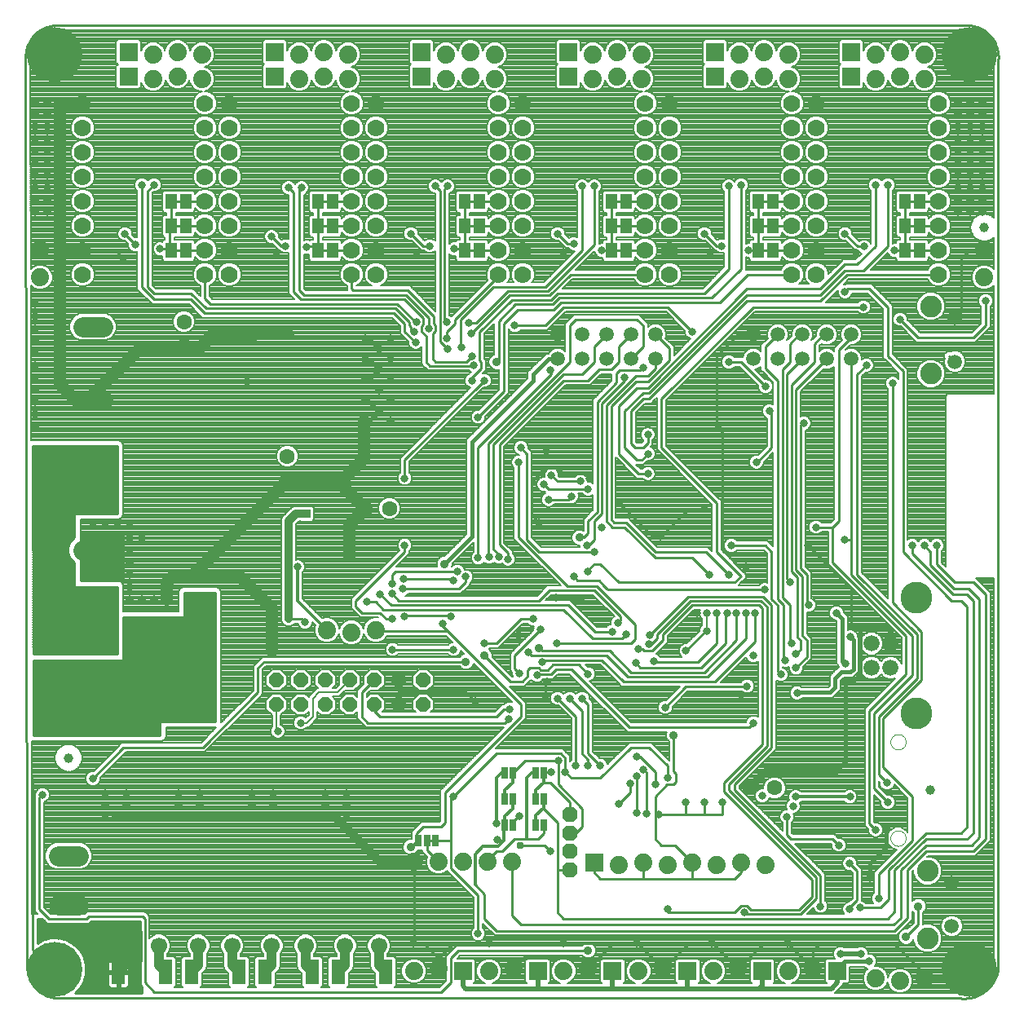
<source format=gbl>
G75*
G70*
%OFA0B0*%
%FSLAX24Y24*%
%IPPOS*%
%LPD*%
%AMOC8*
5,1,8,0,0,1.08239X$1,22.5*
%
%ADD10C,0.0100*%
%ADD11C,0.0660*%
%ADD12C,0.1300*%
%ADD13R,0.0250X0.0500*%
%ADD14OC8,0.0630*%
%ADD15C,0.0630*%
%ADD16C,0.0594*%
%ADD17C,0.0886*%
%ADD18C,0.0740*%
%ADD19C,0.0000*%
%ADD20R,0.0740X0.0740*%
%ADD21C,0.0700*%
%ADD22R,0.0460X0.0630*%
%ADD23C,0.0825*%
%ADD24C,0.0669*%
%ADD25R,0.0571X0.1024*%
%ADD26OC8,0.0600*%
%ADD27C,0.0394*%
%ADD28C,0.0317*%
%ADD29C,0.0240*%
%ADD30C,0.2250*%
%ADD31C,0.0400*%
%ADD32C,0.0160*%
%ADD33C,0.0500*%
%ADD34C,0.0080*%
%ADD35C,0.0200*%
%ADD36C,0.0320*%
%ADD37C,0.0120*%
%ADD38C,0.0356*%
%ADD39R,0.0356X0.0356*%
%ADD40C,0.0310*%
D10*
X002393Y001821D02*
X002330Y038999D01*
X002331Y038998D02*
X002328Y039067D01*
X002329Y039135D01*
X002334Y039203D01*
X002343Y039271D01*
X002355Y039339D01*
X002371Y039405D01*
X002390Y039471D01*
X002413Y039535D01*
X002440Y039599D01*
X002470Y039660D01*
X002503Y039720D01*
X002539Y039778D01*
X002578Y039834D01*
X002621Y039888D01*
X002666Y039939D01*
X002714Y039988D01*
X002764Y040034D01*
X002817Y040078D01*
X002873Y040118D01*
X002930Y040156D01*
X002989Y040190D01*
X003050Y040221D01*
X003113Y040249D01*
X003177Y040273D01*
X003242Y040294D01*
X003308Y040311D01*
X003375Y040324D01*
X003443Y040334D01*
X003511Y040340D01*
X003511Y040341D02*
X040913Y040341D01*
X040983Y040333D01*
X041052Y040321D01*
X041121Y040306D01*
X041188Y040287D01*
X041255Y040264D01*
X041320Y040238D01*
X041384Y040208D01*
X041446Y040175D01*
X041506Y040138D01*
X041564Y040098D01*
X041619Y040056D01*
X041673Y040010D01*
X041724Y039961D01*
X041772Y039910D01*
X041817Y039856D01*
X041859Y039800D01*
X041898Y039741D01*
X041934Y039681D01*
X041967Y039619D01*
X041996Y039555D01*
X042022Y039489D01*
X042044Y039423D01*
X042062Y039355D01*
X042077Y039286D01*
X042088Y039217D01*
X042095Y039147D01*
X042099Y039077D01*
X042098Y039006D01*
X042094Y038936D01*
X042094Y001759D01*
X040913Y001759D02*
X040532Y001378D01*
X039080Y001378D01*
X039080Y001578D01*
X037830Y002828D01*
X034830Y002828D01*
X034517Y002514D01*
X034517Y001784D01*
X033486Y002814D01*
X033486Y002828D02*
X032498Y002828D01*
X031454Y001784D01*
X030410Y002828D01*
X030393Y002828D02*
X029436Y002828D01*
X028393Y001784D01*
X027349Y002828D01*
X027299Y002828D02*
X026373Y002828D01*
X026351Y002806D01*
X026330Y002828D01*
X024299Y002828D01*
X021268Y002828D01*
X019830Y002828D01*
X019204Y002202D01*
X018578Y002828D01*
X018174Y002828D01*
X018208Y002862D01*
X018208Y006150D01*
X018066Y006747D02*
X018316Y006997D01*
X018316Y007314D01*
X018580Y007578D01*
X019330Y007578D01*
X019486Y007734D01*
X019486Y008984D01*
X022580Y012078D01*
X022580Y012578D01*
X019580Y015578D01*
X019393Y015765D01*
X019393Y015890D01*
X019580Y015578D02*
X016693Y015578D01*
X016643Y015628D01*
X017080Y016078D02*
X017330Y016078D01*
X017080Y016078D02*
X016830Y016328D01*
X016080Y016328D01*
X015830Y016578D01*
X015830Y016828D01*
X017830Y018828D01*
X017830Y019078D01*
X017455Y018015D02*
X017330Y017890D01*
X017330Y017515D01*
X017299Y017109D02*
X017580Y016828D01*
X023314Y016828D01*
X023736Y017249D01*
X025596Y017249D01*
X026658Y016187D01*
X026658Y016031D01*
X026533Y015906D01*
X026299Y015546D02*
X025611Y015546D01*
X024518Y016640D01*
X017268Y016640D01*
X016830Y017078D01*
X016643Y016765D02*
X016955Y016453D01*
X024330Y016453D01*
X025518Y015265D01*
X026705Y015265D01*
X026893Y015453D01*
X027236Y015234D02*
X027236Y015859D01*
X025674Y017421D01*
X024486Y017421D01*
X022486Y019421D01*
X022486Y022484D01*
X022830Y022828D02*
X022580Y023078D01*
X022830Y022828D02*
X022830Y019328D01*
X023330Y018828D01*
X025580Y018828D01*
X025346Y019093D02*
X025580Y019328D01*
X025580Y020078D01*
X025893Y020390D01*
X025893Y024890D01*
X026799Y025796D01*
X026799Y025953D01*
X026611Y026234D02*
X027455Y026234D01*
X027580Y026359D01*
X027768Y026015D02*
X027268Y026015D01*
X026080Y024828D01*
X026080Y020078D01*
X026330Y019828D01*
X026830Y019828D01*
X028080Y018578D01*
X029580Y018578D01*
X030268Y017890D01*
X031080Y017890D02*
X030143Y018828D01*
X028080Y018828D01*
X026893Y020015D01*
X026393Y020015D01*
X026268Y020140D01*
X026268Y024765D01*
X027268Y025765D01*
X027768Y025765D01*
X028643Y026640D01*
X028643Y027140D01*
X028080Y027703D01*
X027580Y028078D02*
X027580Y027203D01*
X027080Y026703D01*
X026580Y026578D02*
X026268Y026265D01*
X025768Y026265D01*
X025330Y025828D01*
X024330Y025828D01*
X021705Y023203D01*
X021705Y019109D01*
X022049Y018765D01*
X022049Y018515D01*
X021674Y018609D02*
X021674Y018703D01*
X021455Y018921D01*
X021455Y023203D01*
X024330Y026078D01*
X025080Y026078D01*
X025580Y026578D01*
X025580Y027203D01*
X026080Y027703D01*
X026580Y027203D02*
X027080Y027703D01*
X027580Y028078D02*
X027330Y028328D01*
X024830Y028328D01*
X024580Y028078D01*
X024580Y026578D01*
X021236Y023234D01*
X021236Y018640D01*
X021268Y018609D01*
X020830Y018578D02*
X020830Y023078D01*
X023830Y026078D01*
X023830Y026171D01*
X023768Y026234D01*
X023580Y028078D02*
X022330Y028078D01*
X021877Y028140D02*
X021877Y025374D01*
X020830Y024328D01*
X020580Y025828D02*
X020580Y025953D01*
X020955Y026328D01*
X020955Y026578D01*
X020893Y026640D01*
X020893Y027812D01*
X022205Y029124D01*
X023814Y029124D01*
X024080Y029390D01*
X030080Y029390D01*
X031080Y030390D01*
X031080Y033765D01*
X031580Y033828D02*
X031580Y030390D01*
X030393Y029203D01*
X024143Y029203D01*
X023877Y028937D01*
X022361Y028937D01*
X021674Y028249D01*
X021674Y026671D01*
X021580Y026578D01*
X021080Y025828D02*
X017830Y022578D01*
X017830Y021828D01*
X017455Y018015D02*
X019986Y018015D01*
X019768Y017703D02*
X017768Y017703D01*
X017736Y017296D02*
X020049Y017296D01*
X020330Y017578D01*
X020330Y017796D01*
X019830Y017640D02*
X019768Y017703D01*
X019674Y016203D02*
X017861Y016203D01*
X017830Y016171D01*
X016643Y016765D02*
X016268Y016765D01*
X017330Y014828D02*
X019830Y014828D01*
X020330Y014328D02*
X012080Y014328D01*
X011830Y014078D01*
X011830Y013078D01*
X009580Y010828D01*
X006330Y010828D01*
X006330Y010796D01*
X005080Y009546D01*
X003018Y008890D02*
X002893Y008765D01*
X002893Y004203D01*
X003268Y003828D01*
X004830Y003828D01*
X004924Y003921D01*
X007111Y003921D01*
X007205Y003828D01*
X007205Y001203D01*
X007580Y000828D01*
X019330Y000828D01*
X019705Y001203D01*
X019705Y002203D01*
X020018Y002515D01*
X025330Y002515D01*
X024893Y002265D02*
X022748Y002265D01*
X022267Y001784D01*
X021580Y003328D02*
X021080Y003828D01*
X021080Y004828D01*
X020705Y005203D01*
X020830Y004765D02*
X020830Y003203D01*
X021580Y003328D02*
X037861Y003328D01*
X038393Y003859D01*
X038393Y005828D01*
X039143Y006578D01*
X041080Y006578D01*
X041580Y007078D01*
X041580Y017078D01*
X041080Y017578D01*
X040299Y017578D01*
X039580Y018296D01*
X039580Y019078D01*
X039330Y018828D02*
X039080Y019078D01*
X039330Y018828D02*
X039330Y018265D01*
X040268Y017328D01*
X040893Y017328D01*
X041330Y016890D01*
X041330Y007140D01*
X041018Y006828D01*
X039143Y006828D01*
X038111Y005796D01*
X038111Y003859D01*
X037830Y003578D01*
X022580Y003578D01*
X022208Y003950D01*
X022208Y006150D01*
X021830Y006578D02*
X022330Y007078D01*
X022830Y007078D01*
X023268Y007078D01*
X023508Y007318D01*
X023508Y007650D01*
X024080Y007734D02*
X023503Y008311D01*
X023503Y008359D01*
X024080Y007734D02*
X024080Y005828D01*
X024580Y005828D01*
X024080Y005828D02*
X024080Y004078D01*
X024330Y003828D01*
X037580Y003828D01*
X037861Y004109D01*
X037861Y005796D01*
X039143Y007078D01*
X040830Y007078D01*
X041080Y007328D01*
X041080Y016828D01*
X040830Y017078D01*
X040236Y017078D01*
X038580Y018734D01*
X038580Y019078D01*
X038205Y018796D02*
X038205Y026203D01*
X037580Y026828D01*
X037580Y028828D01*
X036830Y029578D01*
X035955Y029578D01*
X035830Y029453D01*
X035911Y030159D02*
X034830Y029078D01*
X031830Y029078D01*
X027830Y025078D01*
X027580Y025078D01*
X027080Y024578D01*
X027080Y023234D01*
X027236Y023078D01*
X027580Y023078D01*
X027768Y023265D01*
X027768Y023609D01*
X028330Y023078D02*
X030580Y020828D01*
X030580Y018828D01*
X031580Y017828D01*
X031330Y017578D01*
X026580Y017578D01*
X025830Y018328D01*
X025580Y018328D01*
X025330Y018078D01*
X025330Y018015D01*
X024893Y017640D02*
X024736Y017796D01*
X024893Y017640D02*
X025768Y017640D01*
X025955Y017453D01*
X026080Y017328D01*
X026143Y017265D01*
X032549Y017265D01*
X032486Y016984D02*
X032830Y016640D01*
X032830Y010828D01*
X031330Y009328D01*
X031330Y009078D01*
X034830Y005578D01*
X034830Y004328D01*
X034658Y004656D02*
X034002Y003999D01*
X031783Y003999D01*
X031783Y004015D01*
X031705Y004093D01*
X031596Y004359D02*
X031314Y004078D01*
X028580Y004078D01*
X028580Y004203D01*
X027580Y005453D02*
X029580Y005453D01*
X031330Y005453D01*
X031580Y005703D01*
X031580Y006128D01*
X030830Y008078D02*
X030080Y008078D01*
X029330Y008078D01*
X028205Y008078D01*
X028080Y008078D01*
X028080Y007078D01*
X028330Y006828D01*
X028880Y006828D01*
X029580Y006128D01*
X029580Y005453D01*
X027580Y005453D02*
X027580Y006128D01*
X027580Y005453D02*
X025830Y005453D01*
X025580Y005703D01*
X025580Y006128D01*
X024830Y007328D02*
X024580Y007328D01*
X024830Y007328D02*
X025080Y007578D01*
X025080Y008328D01*
X024111Y009296D01*
X024111Y010265D01*
X022737Y010265D01*
X022248Y009776D01*
X021580Y010578D02*
X024205Y010578D01*
X024393Y010390D01*
X024393Y009828D01*
X024643Y009578D01*
X025830Y009578D01*
X027080Y010828D01*
X027830Y010828D01*
X028580Y010078D01*
X028580Y009578D01*
X028549Y009296D02*
X028080Y008828D01*
X028080Y008078D01*
X027705Y008109D02*
X027705Y009796D01*
X027580Y009921D01*
X027330Y009640D02*
X027330Y008140D01*
X026580Y008515D02*
X027049Y008984D01*
X027049Y009359D01*
X025830Y010078D02*
X025330Y010578D01*
X025330Y012578D01*
X025080Y012828D01*
X025080Y012328D02*
X024580Y012828D01*
X024080Y012828D02*
X024830Y012078D01*
X024830Y010078D01*
X025080Y010578D02*
X025080Y012328D01*
X025330Y013828D02*
X024955Y014203D01*
X023893Y014203D01*
X023674Y013984D01*
X023393Y013984D01*
X023299Y014078D01*
X022955Y014078D01*
X022861Y013984D01*
X022861Y013734D01*
X022643Y013515D01*
X022143Y013515D01*
X021080Y014578D01*
X021393Y014265D01*
X021580Y015078D02*
X021080Y015078D01*
X020955Y015078D01*
X021580Y015078D02*
X022580Y016078D01*
X023080Y016078D01*
X023393Y015640D02*
X022330Y014578D01*
X022330Y014046D01*
X022518Y013859D01*
X023018Y014578D02*
X022893Y014703D01*
X023018Y014578D02*
X026080Y014578D01*
X026955Y013703D01*
X030205Y013703D01*
X031768Y015265D01*
X031768Y016328D01*
X032143Y016328D02*
X032143Y015140D01*
X030518Y013515D01*
X026768Y013515D01*
X025893Y014390D01*
X023549Y014390D01*
X023455Y014296D01*
X023455Y014765D02*
X023330Y014890D01*
X023455Y014765D02*
X026205Y014765D01*
X027080Y013890D01*
X030080Y013890D01*
X031393Y015203D01*
X031393Y016328D01*
X031002Y016328D02*
X030955Y016281D01*
X030955Y015078D01*
X029955Y014078D01*
X027455Y014078D01*
X027268Y014265D01*
X027393Y014859D02*
X027533Y014859D01*
X027627Y014765D01*
X027955Y014765D01*
X028393Y015203D01*
X028393Y015453D01*
X029580Y016640D01*
X032330Y016640D01*
X032455Y016515D01*
X032455Y010953D01*
X030893Y009390D01*
X030893Y008999D01*
X034486Y005406D01*
X034486Y004718D01*
X033955Y004187D01*
X031986Y004187D01*
X031814Y004359D01*
X031596Y004359D01*
X034658Y004656D02*
X034658Y005499D01*
X031080Y009078D01*
X031080Y009328D01*
X032643Y010890D01*
X032643Y016562D01*
X032393Y016812D01*
X029502Y016812D01*
X028143Y015453D01*
X028143Y015265D01*
X027924Y015046D01*
X027830Y015046D01*
X027861Y015421D02*
X029424Y016984D01*
X032486Y016984D01*
X032830Y016890D02*
X033080Y016640D01*
X033080Y013921D01*
X033205Y013796D01*
X033330Y014390D02*
X033393Y014390D01*
X033330Y014390D02*
X033330Y016640D01*
X033080Y016890D01*
X033080Y025828D01*
X032580Y026328D01*
X032580Y027203D01*
X033080Y027703D01*
X033580Y027328D02*
X033580Y026578D01*
X033268Y026265D01*
X033268Y016953D01*
X033580Y016640D01*
X033580Y015140D01*
X033643Y015078D01*
X033893Y015328D02*
X034018Y015203D01*
X034018Y014828D01*
X033830Y014640D01*
X034268Y014515D02*
X033830Y014078D01*
X034268Y014515D02*
X034268Y015203D01*
X034080Y015390D01*
X034080Y017828D01*
X033830Y018078D01*
X033830Y025453D01*
X035080Y026703D01*
X035580Y027078D02*
X035580Y020078D01*
X035330Y019828D01*
X034643Y019828D01*
X035330Y019828D02*
X035330Y018390D01*
X038330Y015390D01*
X038330Y013828D01*
X036830Y012328D01*
X036830Y007703D01*
X037080Y007453D01*
X037580Y008578D02*
X037268Y008890D01*
X037018Y009140D02*
X037580Y008578D01*
X037545Y009362D02*
X037205Y009703D01*
X037205Y012078D01*
X038768Y013640D01*
X038768Y015453D01*
X036330Y017890D01*
X036330Y026078D01*
X036705Y026453D01*
X036080Y026703D02*
X036080Y019328D01*
X035830Y019328D01*
X036080Y019328D02*
X036080Y017890D01*
X038580Y015390D01*
X038580Y013765D01*
X037018Y012203D01*
X037018Y009140D01*
X037455Y009453D02*
X037545Y009362D01*
X037393Y010015D02*
X038580Y008828D01*
X038580Y007015D01*
X037205Y005640D01*
X037205Y004640D01*
X037268Y004265D02*
X036455Y004265D01*
X036330Y004578D02*
X036330Y005765D01*
X036018Y006078D01*
X035580Y006828D02*
X035330Y007078D01*
X033621Y007078D01*
X033458Y007240D01*
X033458Y007990D01*
X030830Y008078D02*
X030830Y008578D01*
X030080Y008578D02*
X030080Y008078D01*
X029330Y008078D02*
X029330Y008578D01*
X028799Y009296D02*
X028924Y009421D01*
X028924Y009749D01*
X028830Y009843D01*
X028830Y011328D01*
X028481Y012461D02*
X029316Y013296D01*
X031799Y013296D01*
X031830Y013328D01*
X032096Y011828D02*
X031908Y011640D01*
X027018Y011640D01*
X024643Y014015D01*
X024018Y014015D01*
X023799Y013796D01*
X023268Y013796D01*
X023236Y013765D01*
X023580Y013453D02*
X023643Y013515D01*
X023580Y013453D02*
X023580Y012828D01*
X025205Y013953D02*
X025330Y013828D01*
X024049Y015078D02*
X027080Y015078D01*
X027236Y015234D01*
X028018Y014359D02*
X028049Y014328D01*
X029830Y014328D01*
X030580Y015078D01*
X030580Y016328D01*
X030174Y015578D02*
X030143Y015578D01*
X029330Y014765D01*
X032830Y016890D02*
X032830Y018828D01*
X032580Y019078D01*
X031174Y019078D01*
X030830Y018890D02*
X030830Y023703D01*
X030643Y023890D01*
X030580Y023953D01*
X030580Y026828D01*
X031455Y027703D01*
X032080Y027703D01*
X031580Y026578D02*
X031080Y026578D01*
X031580Y026578D02*
X032580Y025578D01*
X033455Y026078D02*
X033455Y017703D01*
X033580Y017578D01*
X033893Y017765D02*
X033643Y018015D01*
X033643Y025640D01*
X034580Y026578D01*
X034580Y027328D01*
X034955Y027703D01*
X035080Y027703D01*
X035580Y027078D02*
X036080Y027578D01*
X036080Y027703D01*
X036580Y028828D02*
X032080Y028828D01*
X028330Y025078D01*
X028330Y023078D01*
X027768Y022828D02*
X027518Y022578D01*
X027330Y022578D01*
X026830Y023078D01*
X026830Y024578D01*
X027580Y025328D01*
X027830Y025328D01*
X031830Y029328D01*
X034830Y029328D01*
X035830Y030328D01*
X036580Y030328D01*
X037580Y031328D01*
X037580Y033828D01*
X037080Y033828D02*
X037080Y031328D01*
X036330Y030578D01*
X035830Y030578D01*
X034830Y029578D01*
X031830Y029578D01*
X027768Y025515D01*
X027330Y025515D01*
X026580Y024765D01*
X026580Y022828D01*
X027393Y022015D01*
X027768Y022015D01*
X026580Y020828D02*
X027978Y019429D01*
X028284Y019429D01*
X029432Y020578D01*
X030080Y020578D01*
X030830Y018890D02*
X031518Y018203D01*
X031768Y018203D01*
X033893Y017765D02*
X033893Y015328D01*
X034361Y016640D02*
X034268Y016734D01*
X034268Y017890D01*
X034018Y018140D01*
X034018Y024015D01*
X034080Y024078D01*
X034143Y024078D01*
X032830Y024484D02*
X032830Y023078D01*
X032236Y022484D01*
X032205Y022484D01*
X032830Y024484D02*
X032736Y024578D01*
X033455Y026078D02*
X034080Y026703D01*
X033580Y027328D02*
X033955Y027703D01*
X034080Y027703D01*
X033658Y030159D02*
X031849Y030159D01*
X030705Y029015D01*
X024205Y029015D01*
X023908Y028718D01*
X022455Y028718D01*
X021877Y028140D01*
X022127Y029296D02*
X020564Y027734D01*
X020549Y027734D01*
X020455Y028171D02*
X020736Y028171D01*
X022033Y029468D01*
X023674Y029468D01*
X025580Y031374D01*
X025580Y033765D01*
X025080Y033765D02*
X025080Y031140D01*
X023580Y029640D01*
X021455Y029640D01*
X020111Y028296D01*
X020111Y027203D01*
X020143Y027171D01*
X020580Y026828D02*
X020346Y026593D01*
X019096Y026593D01*
X018986Y026703D01*
X018986Y027734D01*
X019096Y027843D01*
X019096Y028062D01*
X019018Y028140D01*
X019018Y028453D01*
X017955Y029515D01*
X015705Y029515D01*
X015658Y029562D01*
X015658Y030159D01*
X015639Y031140D02*
X014880Y031140D01*
X014955Y031140D02*
X014205Y031140D01*
X014280Y031140D02*
X014218Y031328D01*
X013893Y031328D01*
X013830Y031265D01*
X014280Y031140D02*
X014280Y032140D01*
X014280Y033140D01*
X014205Y033140D02*
X014955Y033140D01*
X014880Y033140D02*
X015639Y033140D01*
X015658Y033159D01*
X015658Y032159D02*
X015639Y032140D01*
X014880Y032140D01*
X014955Y032140D02*
X014205Y032140D01*
X012955Y031328D02*
X012768Y031328D01*
X012393Y031703D01*
X012580Y031078D02*
X010739Y031078D01*
X010658Y031159D01*
X009661Y031159D02*
X009643Y031140D01*
X008880Y031140D01*
X008955Y031140D02*
X008205Y031140D01*
X008218Y031203D02*
X008218Y032078D01*
X008280Y032140D01*
X008280Y033140D01*
X008205Y033140D02*
X008955Y033140D01*
X008899Y033159D02*
X009661Y033159D01*
X008899Y033159D02*
X008880Y033140D01*
X008899Y032159D02*
X009661Y032159D01*
X008955Y032140D02*
X008205Y032140D01*
X008880Y032140D02*
X008899Y032159D01*
X008218Y031203D02*
X008280Y031140D01*
X008218Y031203D02*
X007830Y031203D01*
X006799Y031390D02*
X006393Y031796D01*
X006393Y031828D01*
X006018Y031140D02*
X006330Y030828D01*
X006018Y031140D02*
X004680Y031140D01*
X003724Y031078D02*
X003622Y031179D01*
X002924Y031179D01*
X007080Y029640D02*
X007580Y029140D01*
X009080Y029140D01*
X009643Y028578D01*
X017393Y028578D01*
X017830Y028140D01*
X017830Y027828D01*
X018268Y027390D01*
X018205Y027828D02*
X018143Y027828D01*
X018080Y027890D01*
X018080Y028015D01*
X018018Y028078D01*
X018018Y028203D01*
X017455Y028765D01*
X009705Y028765D01*
X009080Y029390D01*
X007580Y029390D01*
X007330Y029640D01*
X007330Y033578D01*
X007580Y033828D01*
X007080Y033828D02*
X007080Y029640D01*
X009661Y029184D02*
X009893Y028953D01*
X017518Y028953D01*
X018268Y028203D01*
X018299Y028203D01*
X018518Y028046D02*
X018518Y027828D01*
X018705Y027640D01*
X018705Y026578D01*
X018861Y026421D01*
X020611Y026421D01*
X020643Y026453D01*
X019580Y027109D02*
X019268Y027421D01*
X019268Y033578D01*
X019080Y033765D01*
X019455Y033640D02*
X019580Y033765D01*
X019455Y033640D02*
X019455Y028203D01*
X019549Y028203D01*
X019893Y028140D02*
X019893Y028328D01*
X021724Y030159D01*
X021658Y030159D01*
X021639Y031140D02*
X020880Y031140D01*
X020955Y031140D02*
X020205Y031140D01*
X020218Y031203D02*
X020280Y031140D01*
X020280Y032140D01*
X020280Y033140D01*
X020205Y033140D02*
X020955Y033140D01*
X020880Y033140D02*
X021639Y033140D01*
X021658Y033159D01*
X021658Y032159D02*
X021639Y032140D01*
X020880Y032140D01*
X020955Y032140D02*
X020205Y032140D01*
X020218Y031203D02*
X019861Y031203D01*
X018861Y031328D02*
X018580Y031328D01*
X018080Y031828D01*
X018124Y031159D02*
X018330Y030953D01*
X018124Y031159D02*
X016658Y031159D01*
X015658Y031159D02*
X015639Y031140D01*
X013705Y029328D02*
X017893Y029328D01*
X018830Y028390D01*
X018830Y027984D01*
X018799Y027953D01*
X018580Y028109D02*
X018580Y028390D01*
X017830Y029140D01*
X013580Y029140D01*
X013268Y029453D01*
X013268Y033515D01*
X013080Y033703D01*
X013518Y033609D02*
X013611Y033703D01*
X013518Y033609D02*
X013518Y029515D01*
X013705Y029328D01*
X009661Y029184D02*
X009661Y030159D01*
X006080Y023140D02*
X002617Y023140D01*
X002631Y014650D01*
X006070Y014650D01*
X006070Y016192D01*
X006080Y016216D01*
X006080Y017390D01*
X004330Y017390D01*
X004330Y018356D01*
X004315Y018362D01*
X004140Y018537D01*
X004045Y018766D01*
X004045Y019014D01*
X004140Y019243D01*
X004315Y019418D01*
X004330Y019424D01*
X004330Y020390D01*
X006080Y020390D01*
X006080Y023140D01*
X006080Y023134D02*
X002617Y023134D01*
X002617Y023036D02*
X006080Y023036D01*
X006080Y022937D02*
X002617Y022937D01*
X002617Y022839D02*
X006080Y022839D01*
X006080Y022740D02*
X002617Y022740D01*
X002617Y022642D02*
X006080Y022642D01*
X006080Y022543D02*
X002618Y022543D01*
X002618Y022445D02*
X006080Y022445D01*
X006080Y022346D02*
X002618Y022346D01*
X002618Y022248D02*
X006080Y022248D01*
X006080Y022149D02*
X002618Y022149D01*
X002618Y022051D02*
X006080Y022051D01*
X006080Y021952D02*
X002619Y021952D01*
X002619Y021854D02*
X006080Y021854D01*
X006080Y021755D02*
X002619Y021755D01*
X002619Y021657D02*
X006080Y021657D01*
X006080Y021558D02*
X002619Y021558D01*
X002619Y021460D02*
X006080Y021460D01*
X006080Y021361D02*
X002620Y021361D01*
X002620Y021263D02*
X006080Y021263D01*
X006080Y021164D02*
X002620Y021164D01*
X002620Y021066D02*
X006080Y021066D01*
X006080Y020967D02*
X002620Y020967D01*
X002620Y020869D02*
X006080Y020869D01*
X006080Y020770D02*
X002621Y020770D01*
X002621Y020672D02*
X006080Y020672D01*
X006080Y020573D02*
X002621Y020573D01*
X002621Y020475D02*
X006080Y020475D01*
X006330Y019640D02*
X004590Y019640D01*
X004590Y017650D01*
X006132Y017650D01*
X006156Y017640D01*
X006330Y017640D01*
X006330Y019640D01*
X006330Y019588D02*
X004590Y019588D01*
X004590Y019490D02*
X006330Y019490D01*
X006330Y019391D02*
X004590Y019391D01*
X004590Y019293D02*
X006330Y019293D01*
X006330Y019194D02*
X004590Y019194D01*
X004590Y019096D02*
X006330Y019096D01*
X006330Y018997D02*
X004590Y018997D01*
X004590Y018899D02*
X006330Y018899D01*
X006330Y018800D02*
X004590Y018800D01*
X004590Y018702D02*
X006330Y018702D01*
X006330Y018603D02*
X004590Y018603D01*
X004590Y018505D02*
X006330Y018505D01*
X006330Y018406D02*
X004590Y018406D01*
X004590Y018308D02*
X006330Y018308D01*
X006330Y018209D02*
X004590Y018209D01*
X004590Y018111D02*
X006330Y018111D01*
X006330Y018012D02*
X004590Y018012D01*
X004590Y017914D02*
X006330Y017914D01*
X006330Y017815D02*
X004590Y017815D01*
X004590Y017717D02*
X006330Y017717D01*
X006080Y017323D02*
X002626Y017323D01*
X002626Y017421D02*
X004330Y017421D01*
X004330Y017520D02*
X002626Y017520D01*
X002626Y017618D02*
X004330Y017618D01*
X004330Y017717D02*
X002626Y017717D01*
X002626Y017815D02*
X004330Y017815D01*
X004330Y017914D02*
X002625Y017914D01*
X002625Y018012D02*
X004330Y018012D01*
X004330Y018111D02*
X002625Y018111D01*
X002625Y018209D02*
X004330Y018209D01*
X004330Y018308D02*
X002625Y018308D01*
X002625Y018406D02*
X004271Y018406D01*
X004173Y018505D02*
X002624Y018505D01*
X002624Y018603D02*
X004113Y018603D01*
X004072Y018702D02*
X002624Y018702D01*
X002624Y018800D02*
X004045Y018800D01*
X004045Y018899D02*
X002624Y018899D01*
X002624Y018997D02*
X004045Y018997D01*
X004079Y019096D02*
X002623Y019096D01*
X002623Y019194D02*
X004120Y019194D01*
X004190Y019293D02*
X002623Y019293D01*
X002623Y019391D02*
X004288Y019391D01*
X004330Y019490D02*
X002623Y019490D01*
X002623Y019588D02*
X004330Y019588D01*
X004330Y019687D02*
X002622Y019687D01*
X002622Y019785D02*
X004330Y019785D01*
X004330Y019884D02*
X002622Y019884D01*
X002622Y019982D02*
X004330Y019982D01*
X004330Y020081D02*
X002622Y020081D01*
X002622Y020179D02*
X004330Y020179D01*
X004330Y020278D02*
X002621Y020278D01*
X002621Y020376D02*
X004330Y020376D01*
X002627Y017224D02*
X006080Y017224D01*
X006080Y017126D02*
X002627Y017126D01*
X002627Y017027D02*
X006080Y017027D01*
X006080Y016929D02*
X002627Y016929D01*
X002627Y016830D02*
X006080Y016830D01*
X006080Y016732D02*
X002627Y016732D01*
X002628Y016633D02*
X006080Y016633D01*
X006080Y016535D02*
X002628Y016535D01*
X002628Y016436D02*
X006080Y016436D01*
X006080Y016338D02*
X002628Y016338D01*
X002628Y016239D02*
X006080Y016239D01*
X006070Y016141D02*
X002628Y016141D01*
X002629Y016042D02*
X006070Y016042D01*
X006070Y015944D02*
X002629Y015944D01*
X002629Y015845D02*
X006070Y015845D01*
X006070Y015747D02*
X002629Y015747D01*
X002629Y015648D02*
X006070Y015648D01*
X006070Y015550D02*
X002629Y015550D01*
X002630Y015451D02*
X006070Y015451D01*
X006070Y015353D02*
X002630Y015353D01*
X002630Y015254D02*
X006070Y015254D01*
X006070Y015156D02*
X002630Y015156D01*
X002630Y015057D02*
X006070Y015057D01*
X006070Y014959D02*
X002630Y014959D01*
X002631Y014860D02*
X006070Y014860D01*
X006070Y014762D02*
X002631Y014762D01*
X002631Y014663D02*
X006070Y014663D01*
X006330Y014663D02*
X010080Y014663D01*
X010080Y014565D02*
X006330Y014565D01*
X006330Y014466D02*
X010080Y014466D01*
X010080Y014368D02*
X002631Y014368D01*
X002631Y014390D02*
X006330Y014390D01*
X006330Y016140D01*
X008830Y016140D01*
X008830Y017140D01*
X010080Y017140D01*
X010080Y011890D01*
X007830Y011890D01*
X007830Y011328D01*
X002637Y011328D01*
X002631Y014390D01*
X002632Y014269D02*
X010080Y014269D01*
X010080Y014171D02*
X002632Y014171D01*
X002632Y014072D02*
X010080Y014072D01*
X010080Y013974D02*
X002632Y013974D01*
X002632Y013875D02*
X010080Y013875D01*
X010080Y013777D02*
X002632Y013777D01*
X002633Y013678D02*
X010080Y013678D01*
X010080Y013580D02*
X002633Y013580D01*
X002633Y013481D02*
X010080Y013481D01*
X010080Y013383D02*
X002633Y013383D01*
X002633Y013284D02*
X010080Y013284D01*
X010080Y013186D02*
X002633Y013186D01*
X002634Y013087D02*
X010080Y013087D01*
X010080Y012989D02*
X002634Y012989D01*
X002634Y012890D02*
X010080Y012890D01*
X010080Y012792D02*
X002634Y012792D01*
X002634Y012693D02*
X010080Y012693D01*
X010080Y012595D02*
X002634Y012595D01*
X002635Y012496D02*
X010080Y012496D01*
X010080Y012398D02*
X002635Y012398D01*
X002635Y012299D02*
X010080Y012299D01*
X010080Y012201D02*
X002635Y012201D01*
X002635Y012102D02*
X010080Y012102D01*
X010080Y012004D02*
X002635Y012004D01*
X002636Y011905D02*
X010080Y011905D01*
X007830Y011807D02*
X002636Y011807D01*
X002636Y011708D02*
X007830Y011708D01*
X007830Y011610D02*
X002636Y011610D01*
X002636Y011511D02*
X007830Y011511D01*
X007830Y011413D02*
X002636Y011413D01*
X002611Y009546D02*
X002611Y002546D01*
X003399Y001759D01*
X003511Y001759D01*
X002392Y001821D02*
X002396Y001752D01*
X002403Y001683D01*
X002414Y001615D01*
X002429Y001547D01*
X002447Y001481D01*
X002469Y001415D01*
X002494Y001351D01*
X002523Y001288D01*
X002555Y001227D01*
X002591Y001168D01*
X002630Y001111D01*
X002671Y001056D01*
X002716Y001003D01*
X002763Y000953D01*
X002813Y000905D01*
X002866Y000860D01*
X002921Y000818D01*
X002978Y000779D01*
X003037Y000744D01*
X003098Y000711D01*
X003160Y000682D01*
X003224Y000656D01*
X003290Y000634D01*
X003356Y000615D01*
X003424Y000600D01*
X003492Y000589D01*
X003560Y000581D01*
X003629Y000578D01*
X003698Y000577D01*
X003699Y000578D02*
X040456Y000578D01*
X040457Y000577D02*
X040531Y000567D01*
X040605Y000561D01*
X040680Y000559D01*
X040755Y000561D01*
X040829Y000566D01*
X040904Y000576D01*
X040977Y000589D01*
X041050Y000606D01*
X041122Y000627D01*
X041192Y000652D01*
X041261Y000680D01*
X041329Y000712D01*
X041395Y000748D01*
X041459Y000787D01*
X041520Y000829D01*
X041580Y000874D01*
X041637Y000923D01*
X041691Y000974D01*
X041743Y001028D01*
X041792Y001085D01*
X041837Y001144D01*
X041880Y001205D01*
X041919Y001269D01*
X041955Y001334D01*
X041988Y001402D01*
X042016Y001471D01*
X042042Y001541D01*
X042063Y001613D01*
X042081Y001685D01*
X042095Y001759D01*
X038830Y003578D02*
X038830Y004328D01*
X038830Y003578D02*
X038330Y003078D01*
X037268Y004265D02*
X037611Y004609D01*
X037611Y005796D01*
X039143Y007328D01*
X040580Y007328D01*
X040830Y007578D01*
X040830Y016578D01*
X040580Y016828D01*
X040174Y016828D01*
X038205Y018796D01*
X037768Y016734D02*
X038955Y015546D01*
X038955Y013578D01*
X037393Y012015D01*
X037393Y010015D01*
X036330Y004578D02*
X036018Y004265D01*
X036018Y004203D01*
X028799Y009296D02*
X028549Y009296D01*
X028080Y009328D02*
X028080Y009828D01*
X027455Y010453D01*
X027330Y010453D01*
X025330Y010328D02*
X025330Y010078D01*
X025330Y010328D02*
X025080Y010578D01*
X023830Y009828D02*
X023560Y009828D01*
X023508Y009776D01*
X023508Y009387D02*
X023771Y009387D01*
X024580Y008578D01*
X024580Y008078D01*
X023549Y006796D02*
X023768Y006578D01*
X023549Y006796D02*
X022549Y006796D01*
X021893Y007015D02*
X021643Y007015D01*
X021611Y007046D01*
X021580Y006578D02*
X021830Y006578D01*
X021580Y006578D02*
X021208Y006205D01*
X021208Y006150D01*
X020830Y004765D02*
X019705Y005890D01*
X019705Y007014D01*
X019143Y007014D01*
X019110Y007014D01*
X019093Y006997D01*
X018743Y006997D01*
X018743Y006615D01*
X019208Y006150D01*
X019160Y006997D02*
X019093Y006997D01*
X019143Y007014D02*
X019080Y007078D01*
X018393Y006997D02*
X018316Y006997D01*
X019705Y007014D02*
X019705Y008703D01*
X019830Y008828D01*
X021580Y010578D01*
X021924Y011828D02*
X022080Y011984D01*
X021924Y011828D02*
X016330Y011828D01*
X016080Y012078D01*
X016080Y013078D01*
X016580Y013578D01*
X017580Y013578D02*
X017580Y013078D01*
X020330Y013078D01*
X020705Y012703D01*
X021580Y012078D02*
X021893Y012390D01*
X022111Y012390D01*
X021580Y012078D02*
X016830Y012078D01*
X016580Y012328D01*
X016580Y012578D01*
X017580Y012578D02*
X017580Y013078D01*
X019705Y016171D02*
X019674Y016203D01*
X024018Y016953D02*
X024080Y016890D01*
X025018Y016890D01*
X025268Y019093D02*
X025346Y019093D01*
X025158Y019406D02*
X025330Y019578D01*
X025330Y020078D01*
X025705Y020453D01*
X025705Y024953D01*
X026486Y025734D01*
X026486Y026109D01*
X026611Y026234D01*
X026580Y026578D02*
X026580Y027203D01*
X027768Y026015D02*
X028080Y026328D01*
X028080Y026703D01*
X029580Y027828D02*
X028580Y028828D01*
X024330Y028828D01*
X023580Y028078D01*
X023736Y029296D02*
X022127Y029296D01*
X023736Y029296D02*
X024599Y030159D01*
X027658Y030159D01*
X027639Y031140D02*
X026880Y031140D01*
X026955Y031140D02*
X026205Y031140D01*
X026280Y031140D02*
X025893Y031140D01*
X026280Y031140D02*
X026280Y032140D01*
X026280Y033140D01*
X026205Y033140D02*
X026955Y033140D01*
X026880Y033140D02*
X027639Y033140D01*
X027658Y033159D01*
X027658Y032159D02*
X027639Y032140D01*
X026880Y032140D01*
X026955Y032140D02*
X026205Y032140D01*
X027639Y031140D02*
X027658Y031159D01*
X028658Y031159D02*
X030249Y031159D01*
X030330Y031078D01*
X030580Y031328D02*
X030080Y031828D01*
X030580Y031328D02*
X030768Y031328D01*
X031893Y031140D02*
X032280Y031140D01*
X032280Y032140D01*
X032280Y033140D01*
X032205Y033140D02*
X032955Y033140D01*
X032880Y033140D02*
X033639Y033140D01*
X033658Y033159D01*
X033658Y032159D02*
X033639Y032140D01*
X032880Y032140D01*
X032955Y032140D02*
X032205Y032140D01*
X032205Y031140D02*
X032955Y031140D01*
X032880Y031140D02*
X033639Y031140D01*
X033658Y031159D01*
X034658Y031159D02*
X036155Y031159D01*
X036268Y031046D01*
X036361Y031296D02*
X035830Y031828D01*
X036361Y031296D02*
X036611Y031296D01*
X035911Y030159D02*
X039658Y030159D01*
X039639Y031140D02*
X038880Y031140D01*
X038955Y031140D02*
X038205Y031140D01*
X038280Y031140D02*
X037861Y031140D01*
X038280Y031140D02*
X038280Y032140D01*
X038280Y033140D01*
X038205Y033140D02*
X038955Y033140D01*
X038880Y033140D02*
X039639Y033140D01*
X039658Y033159D01*
X039658Y032159D02*
X039639Y032140D01*
X038880Y032140D01*
X038955Y032140D02*
X038205Y032140D01*
X039639Y031140D02*
X039658Y031159D01*
X040580Y030828D02*
X040580Y028622D01*
X040322Y028364D01*
X041080Y027578D02*
X038830Y027578D01*
X038080Y028328D01*
X040087Y026828D02*
X040322Y026593D01*
X041080Y027578D02*
X041580Y028078D01*
X041580Y029078D01*
X040580Y030828D02*
X040931Y031179D01*
X041518Y031179D01*
X037768Y025703D02*
X037768Y016734D01*
X036079Y017328D02*
X036079Y015770D01*
X036079Y017328D02*
X034330Y019078D01*
X025330Y021390D02*
X023705Y021390D01*
X023518Y021578D01*
X023830Y021953D02*
X024080Y021703D01*
X025018Y021703D01*
X025205Y022015D02*
X024307Y022015D01*
X024080Y022242D01*
X023565Y022242D01*
X023503Y022179D01*
X023018Y021694D01*
X023018Y020328D01*
X023315Y020030D01*
X023315Y020023D01*
X023705Y020953D02*
X024518Y020953D01*
X024643Y021078D01*
X025393Y021828D02*
X025205Y022015D01*
X025158Y019406D02*
X024971Y019406D01*
X019549Y027546D02*
X019549Y027796D01*
X019893Y028140D01*
X018580Y028109D02*
X018518Y028046D01*
X021639Y031140D02*
X021658Y031159D01*
X022658Y031159D02*
X024249Y031159D01*
X024330Y031078D01*
X024486Y031421D02*
X024080Y031828D01*
X024486Y031421D02*
X024736Y031421D01*
X010080Y017126D02*
X008830Y017126D01*
X008830Y017027D02*
X010080Y017027D01*
X010080Y016929D02*
X008830Y016929D01*
X008830Y016830D02*
X010080Y016830D01*
X010080Y016732D02*
X008830Y016732D01*
X008830Y016633D02*
X010080Y016633D01*
X010080Y016535D02*
X008830Y016535D01*
X008830Y016436D02*
X010080Y016436D01*
X010080Y016338D02*
X008830Y016338D01*
X008830Y016239D02*
X010080Y016239D01*
X010080Y016141D02*
X008830Y016141D01*
X010080Y016042D02*
X006330Y016042D01*
X006330Y015944D02*
X010080Y015944D01*
X010080Y015845D02*
X006330Y015845D01*
X006330Y015747D02*
X010080Y015747D01*
X010080Y015648D02*
X006330Y015648D01*
X006330Y015550D02*
X010080Y015550D01*
X010080Y015451D02*
X006330Y015451D01*
X006330Y015353D02*
X010080Y015353D01*
X010080Y015254D02*
X006330Y015254D01*
X006330Y015156D02*
X010080Y015156D01*
X010080Y015057D02*
X006330Y015057D01*
X006330Y014959D02*
X010080Y014959D01*
X010080Y014860D02*
X006330Y014860D01*
X006330Y014762D02*
X010080Y014762D01*
X013080Y016078D02*
X013611Y016078D01*
X013752Y015937D01*
X012580Y011546D02*
X012643Y011484D01*
X007005Y003721D02*
X005007Y003721D01*
X004913Y003628D01*
X003185Y003628D01*
X003068Y003745D01*
X003068Y003745D01*
X002985Y003828D01*
X002811Y003828D01*
X002811Y002827D01*
X003019Y002947D01*
X003343Y003034D01*
X003679Y003034D01*
X004003Y002947D01*
X004294Y002779D01*
X004531Y002541D01*
X004699Y002251D01*
X004786Y001926D01*
X004786Y001591D01*
X004699Y001266D01*
X004531Y000976D01*
X004333Y000777D01*
X007080Y000777D01*
X007080Y001045D01*
X007005Y001120D01*
X007005Y003721D01*
X007005Y003631D02*
X004916Y003631D01*
X005580Y003328D02*
X007045Y003328D01*
X007045Y002078D01*
X005580Y002078D01*
X005580Y003328D01*
X005580Y003237D02*
X007045Y003237D01*
X007005Y003237D02*
X002811Y003237D01*
X002811Y003139D02*
X006135Y003139D01*
X006137Y003140D02*
X006075Y003095D01*
X006021Y003041D01*
X005977Y002980D01*
X005942Y002912D01*
X005918Y002839D01*
X005908Y002776D01*
X006341Y002776D01*
X006341Y003208D01*
X006278Y003198D01*
X006205Y003175D01*
X006137Y003140D01*
X006020Y003040D02*
X002811Y003040D01*
X002811Y002942D02*
X003010Y002942D01*
X002839Y002843D02*
X002811Y002843D01*
X002811Y003336D02*
X007005Y003336D01*
X007005Y003434D02*
X002811Y003434D01*
X002811Y003533D02*
X007005Y003533D01*
X007005Y003139D02*
X006647Y003139D01*
X006645Y003140D02*
X006577Y003175D01*
X006505Y003198D01*
X006441Y003208D01*
X006441Y002776D01*
X006341Y002776D01*
X006341Y002676D01*
X005908Y002676D01*
X005918Y002612D01*
X005942Y002540D01*
X005977Y002472D01*
X006021Y002410D01*
X006075Y002356D01*
X006137Y002311D01*
X006167Y002296D01*
X006167Y001690D01*
X006067Y001690D01*
X006067Y001590D01*
X005682Y001590D01*
X005682Y001108D01*
X005692Y001070D01*
X005712Y001036D01*
X005740Y001008D01*
X005774Y000988D01*
X005812Y000978D01*
X006067Y000978D01*
X006067Y001590D01*
X006167Y001590D01*
X006167Y000978D01*
X006423Y000978D01*
X006461Y000988D01*
X006495Y001008D01*
X006523Y001036D01*
X006543Y001070D01*
X006553Y001108D01*
X006553Y001590D01*
X006167Y001590D01*
X006167Y001690D01*
X006553Y001690D01*
X006553Y002172D01*
X006543Y002210D01*
X006523Y002244D01*
X006512Y002255D01*
X006577Y002276D01*
X006645Y002311D01*
X006707Y002356D01*
X006761Y002410D01*
X006806Y002472D01*
X006840Y002540D01*
X006864Y002612D01*
X006874Y002676D01*
X006441Y002676D01*
X006441Y002776D01*
X006874Y002776D01*
X006864Y002839D01*
X006840Y002912D01*
X006806Y002980D01*
X006761Y003041D01*
X006707Y003095D01*
X006645Y003140D01*
X006762Y003040D02*
X007005Y003040D01*
X007045Y003040D02*
X005580Y003040D01*
X005580Y002942D02*
X007045Y002942D01*
X007005Y002942D02*
X006825Y002942D01*
X006862Y002843D02*
X007005Y002843D01*
X007045Y002843D02*
X005580Y002843D01*
X005580Y002745D02*
X007045Y002745D01*
X007005Y002745D02*
X006441Y002745D01*
X006441Y002843D02*
X006341Y002843D01*
X006341Y002745D02*
X004328Y002745D01*
X004427Y002646D02*
X005913Y002646D01*
X005939Y002548D02*
X004525Y002548D01*
X004585Y002449D02*
X005993Y002449D01*
X006083Y002351D02*
X004642Y002351D01*
X004698Y002252D02*
X005720Y002252D01*
X005712Y002244D02*
X005692Y002210D01*
X005682Y002172D01*
X005682Y001690D01*
X006067Y001690D01*
X006067Y002302D01*
X005812Y002302D01*
X005774Y002292D01*
X005740Y002272D01*
X005712Y002244D01*
X005682Y002154D02*
X004725Y002154D01*
X004752Y002055D02*
X005682Y002055D01*
X005682Y001957D02*
X004778Y001957D01*
X004786Y001858D02*
X005682Y001858D01*
X005682Y001760D02*
X004786Y001760D01*
X004786Y001661D02*
X006067Y001661D01*
X006067Y001563D02*
X006167Y001563D01*
X006167Y001661D02*
X007005Y001661D01*
X007005Y001563D02*
X006553Y001563D01*
X006553Y001464D02*
X007005Y001464D01*
X007005Y001366D02*
X006553Y001366D01*
X006553Y001267D02*
X007005Y001267D01*
X007005Y001169D02*
X006553Y001169D01*
X006542Y001070D02*
X007055Y001070D01*
X007080Y000972D02*
X004527Y000972D01*
X004586Y001070D02*
X005692Y001070D01*
X005682Y001169D02*
X004643Y001169D01*
X004699Y001267D02*
X005682Y001267D01*
X005682Y001366D02*
X004726Y001366D01*
X004752Y001464D02*
X005682Y001464D01*
X005682Y001563D02*
X004779Y001563D01*
X004429Y000873D02*
X007080Y000873D01*
X007005Y001760D02*
X006553Y001760D01*
X006553Y001858D02*
X007005Y001858D01*
X007005Y001957D02*
X006553Y001957D01*
X006553Y002055D02*
X007005Y002055D01*
X007005Y002154D02*
X006553Y002154D01*
X006515Y002252D02*
X007005Y002252D01*
X007045Y002252D02*
X005580Y002252D01*
X005580Y002154D02*
X007045Y002154D01*
X007045Y002351D02*
X005580Y002351D01*
X005580Y002449D02*
X007045Y002449D01*
X007005Y002449D02*
X006789Y002449D01*
X006843Y002548D02*
X007005Y002548D01*
X007045Y002548D02*
X005580Y002548D01*
X005580Y002646D02*
X007045Y002646D01*
X007005Y002646D02*
X006869Y002646D01*
X007005Y002351D02*
X006699Y002351D01*
X006167Y002252D02*
X006067Y002252D01*
X006067Y002154D02*
X006167Y002154D01*
X006167Y002055D02*
X006067Y002055D01*
X006067Y001957D02*
X006167Y001957D01*
X006167Y001858D02*
X006067Y001858D01*
X006067Y001760D02*
X006167Y001760D01*
X006167Y001464D02*
X006067Y001464D01*
X006067Y001366D02*
X006167Y001366D01*
X006167Y001267D02*
X006067Y001267D01*
X006067Y001169D02*
X006167Y001169D01*
X006167Y001070D02*
X006067Y001070D01*
X005920Y002843D02*
X004183Y002843D01*
X004012Y002942D02*
X005957Y002942D01*
X006341Y002942D02*
X006441Y002942D01*
X006441Y003040D02*
X006341Y003040D01*
X006341Y003139D02*
X006441Y003139D01*
X007045Y003139D02*
X005580Y003139D01*
X003181Y003631D02*
X002811Y003631D01*
X002811Y003730D02*
X003083Y003730D01*
X019204Y002202D02*
X019204Y001784D01*
X024893Y002265D02*
X025329Y001828D01*
X025329Y001784D01*
X026351Y002806D01*
D11*
X036913Y014079D03*
X037693Y014079D03*
X037693Y015063D03*
X036913Y015063D03*
D12*
X038763Y016941D03*
X038763Y012201D03*
D13*
X023508Y009776D03*
X023184Y009776D03*
X022248Y009776D03*
X021924Y009776D03*
X021924Y008713D03*
X022248Y008713D03*
X023184Y008713D03*
X023508Y008713D03*
X023508Y007650D03*
X023184Y007650D03*
X022248Y007650D03*
X021924Y007650D03*
X019093Y006997D03*
X018743Y006997D03*
X018393Y006997D03*
D14*
X024580Y007328D03*
X024580Y006578D03*
X024580Y005828D03*
X024580Y008078D03*
X031950Y009165D03*
X016205Y020595D03*
X013026Y021727D03*
X008798Y027223D03*
D15*
X008798Y028223D03*
X013026Y022727D03*
X017205Y020595D03*
X032950Y009165D03*
D16*
X040197Y005286D03*
X040197Y003514D03*
X040322Y026593D03*
X040322Y028364D03*
X036080Y027703D03*
X035080Y027703D03*
X035080Y026703D03*
X036080Y026703D03*
X034080Y026703D03*
X034080Y027703D03*
X033080Y027703D03*
X032080Y027703D03*
X032080Y026703D03*
X033080Y026703D03*
X028080Y026703D03*
X028080Y027703D03*
X027080Y027703D03*
X027080Y026703D03*
X026080Y026703D03*
X026080Y027703D03*
X025080Y027703D03*
X024080Y027703D03*
X024080Y026703D03*
X025080Y026703D03*
D17*
X039338Y026101D03*
X039338Y028857D03*
X039213Y005778D03*
X039213Y003022D03*
D18*
X039080Y001378D03*
X038080Y001278D03*
X037080Y001378D03*
X034517Y001784D03*
X033517Y001684D03*
X031454Y001784D03*
X030454Y001684D03*
X028393Y001784D03*
X027393Y001684D03*
X025329Y001784D03*
X024329Y001684D03*
X022267Y001784D03*
X021267Y001684D03*
X019204Y001784D03*
X018204Y001684D03*
X018208Y006150D03*
X019208Y006150D03*
X020208Y006150D03*
X021208Y006150D03*
X022208Y006150D03*
X026580Y006028D03*
X027580Y006128D03*
X028580Y006028D03*
X029580Y006128D03*
X030580Y006028D03*
X031580Y006128D03*
X032580Y006028D03*
X016643Y015628D03*
X015643Y015528D03*
X014643Y015628D03*
X002924Y030039D03*
X002924Y031179D03*
X007536Y038153D03*
X007536Y039153D03*
X008536Y039253D03*
X009536Y039153D03*
X009536Y038153D03*
X008536Y038253D03*
X013518Y038153D03*
X014518Y038253D03*
X015518Y038153D03*
X015518Y039153D03*
X014518Y039253D03*
X013518Y039153D03*
X019518Y039153D03*
X019518Y038153D03*
X020518Y038253D03*
X021518Y038153D03*
X021518Y039153D03*
X020518Y039253D03*
X025518Y039153D03*
X026518Y039253D03*
X027518Y039153D03*
X027518Y038153D03*
X026518Y038253D03*
X025518Y038153D03*
X031518Y038153D03*
X032518Y038253D03*
X033518Y038153D03*
X033518Y039153D03*
X032518Y039253D03*
X031518Y039153D03*
X037080Y039153D03*
X038080Y039253D03*
X038080Y038253D03*
X037080Y038153D03*
X039080Y038153D03*
X039080Y039153D03*
X041518Y031179D03*
X041518Y030039D03*
D19*
X037684Y011046D02*
X037686Y011081D01*
X037692Y011116D01*
X037702Y011150D01*
X037715Y011183D01*
X037732Y011214D01*
X037753Y011242D01*
X037776Y011269D01*
X037803Y011292D01*
X037831Y011313D01*
X037862Y011330D01*
X037895Y011343D01*
X037929Y011353D01*
X037964Y011359D01*
X037999Y011361D01*
X038034Y011359D01*
X038069Y011353D01*
X038103Y011343D01*
X038136Y011330D01*
X038167Y011313D01*
X038195Y011292D01*
X038222Y011269D01*
X038245Y011242D01*
X038266Y011214D01*
X038283Y011183D01*
X038296Y011150D01*
X038306Y011116D01*
X038312Y011081D01*
X038314Y011046D01*
X038312Y011011D01*
X038306Y010976D01*
X038296Y010942D01*
X038283Y010909D01*
X038266Y010878D01*
X038245Y010850D01*
X038222Y010823D01*
X038195Y010800D01*
X038167Y010779D01*
X038136Y010762D01*
X038103Y010749D01*
X038069Y010739D01*
X038034Y010733D01*
X037999Y010731D01*
X037964Y010733D01*
X037929Y010739D01*
X037895Y010749D01*
X037862Y010762D01*
X037831Y010779D01*
X037803Y010800D01*
X037776Y010823D01*
X037753Y010850D01*
X037732Y010878D01*
X037715Y010909D01*
X037702Y010942D01*
X037692Y010976D01*
X037686Y011011D01*
X037684Y011046D01*
X037684Y007109D02*
X037686Y007144D01*
X037692Y007179D01*
X037702Y007213D01*
X037715Y007246D01*
X037732Y007277D01*
X037753Y007305D01*
X037776Y007332D01*
X037803Y007355D01*
X037831Y007376D01*
X037862Y007393D01*
X037895Y007406D01*
X037929Y007416D01*
X037964Y007422D01*
X037999Y007424D01*
X038034Y007422D01*
X038069Y007416D01*
X038103Y007406D01*
X038136Y007393D01*
X038167Y007376D01*
X038195Y007355D01*
X038222Y007332D01*
X038245Y007305D01*
X038266Y007277D01*
X038283Y007246D01*
X038296Y007213D01*
X038306Y007179D01*
X038312Y007144D01*
X038314Y007109D01*
X038312Y007074D01*
X038306Y007039D01*
X038296Y007005D01*
X038283Y006972D01*
X038266Y006941D01*
X038245Y006913D01*
X038222Y006886D01*
X038195Y006863D01*
X038167Y006842D01*
X038136Y006825D01*
X038103Y006812D01*
X038069Y006802D01*
X038034Y006796D01*
X037999Y006794D01*
X037964Y006796D01*
X037929Y006802D01*
X037895Y006812D01*
X037862Y006825D01*
X037831Y006842D01*
X037803Y006863D01*
X037776Y006886D01*
X037753Y006913D01*
X037732Y006941D01*
X037715Y006972D01*
X037702Y007005D01*
X037692Y007039D01*
X037686Y007074D01*
X037684Y007109D01*
D20*
X035517Y001684D03*
X032454Y001684D03*
X029393Y001684D03*
X026329Y001684D03*
X023267Y001684D03*
X020204Y001684D03*
X025580Y006128D03*
X024518Y038253D03*
X024518Y039253D03*
X030518Y039253D03*
X030518Y038253D03*
X036080Y038253D03*
X036080Y039253D03*
X018518Y039253D03*
X018518Y038253D03*
X012518Y038253D03*
X012518Y039253D03*
X006536Y039253D03*
X006536Y038253D03*
D21*
X004661Y037159D03*
X004661Y036159D03*
X004661Y035159D03*
X004661Y034159D03*
X004661Y033159D03*
X004661Y032159D03*
X004661Y031159D03*
X004661Y030159D03*
X009661Y030159D03*
X009661Y031159D03*
X009661Y032159D03*
X010658Y032159D03*
X010658Y031159D03*
X010658Y030159D03*
X010658Y033159D03*
X010658Y034159D03*
X009661Y034159D03*
X009661Y033159D03*
X009661Y035159D03*
X009661Y036159D03*
X010658Y036159D03*
X010658Y035159D03*
X010658Y037159D03*
X009661Y037159D03*
X015658Y037159D03*
X016658Y037159D03*
X016658Y036159D03*
X015658Y036159D03*
X015658Y035159D03*
X016658Y035159D03*
X016658Y034159D03*
X015658Y034159D03*
X015658Y033159D03*
X016658Y033159D03*
X016658Y032159D03*
X015658Y032159D03*
X015658Y031159D03*
X016658Y031159D03*
X016658Y030159D03*
X015658Y030159D03*
X021658Y030159D03*
X021658Y031159D03*
X021658Y032159D03*
X021658Y033159D03*
X021658Y034159D03*
X021658Y035159D03*
X021658Y036159D03*
X021658Y037159D03*
X022658Y037159D03*
X022658Y036159D03*
X022658Y035159D03*
X022658Y034159D03*
X022658Y033159D03*
X022658Y032159D03*
X022658Y031159D03*
X022658Y030159D03*
X027658Y030159D03*
X027658Y031159D03*
X027658Y032159D03*
X028658Y032159D03*
X028658Y031159D03*
X028658Y030159D03*
X028658Y033159D03*
X028658Y034159D03*
X027658Y034159D03*
X027658Y033159D03*
X027658Y035159D03*
X027658Y036159D03*
X028658Y036159D03*
X028658Y035159D03*
X028658Y037159D03*
X027658Y037159D03*
X033658Y037159D03*
X034658Y037159D03*
X034658Y036159D03*
X034658Y035159D03*
X033658Y035159D03*
X033658Y036159D03*
X033658Y034159D03*
X033658Y033159D03*
X034658Y033159D03*
X034658Y034159D03*
X034658Y032159D03*
X034658Y031159D03*
X034658Y030159D03*
X033658Y030159D03*
X033658Y031159D03*
X033658Y032159D03*
X039658Y032159D03*
X039658Y031159D03*
X039658Y030159D03*
X039658Y033159D03*
X039658Y034159D03*
X039658Y035159D03*
X039658Y036159D03*
X039658Y037159D03*
D22*
X038880Y033140D03*
X038280Y033140D03*
X038280Y032140D03*
X038880Y032140D03*
X038880Y031140D03*
X038280Y031140D03*
X032880Y031140D03*
X032280Y031140D03*
X032280Y032140D03*
X032880Y032140D03*
X032880Y033140D03*
X032280Y033140D03*
X026880Y033140D03*
X026280Y033140D03*
X026280Y032140D03*
X026880Y032140D03*
X026880Y031140D03*
X026280Y031140D03*
X020880Y031140D03*
X020280Y031140D03*
X020280Y032140D03*
X020880Y032140D03*
X020880Y033140D03*
X020280Y033140D03*
X014880Y033140D03*
X014280Y033140D03*
X014280Y032140D03*
X014880Y032140D03*
X014880Y031140D03*
X014280Y031140D03*
X008880Y031140D03*
X008280Y031140D03*
X008280Y032140D03*
X008880Y032140D03*
X008880Y033140D03*
X008280Y033140D03*
D23*
X005493Y028015D02*
X004668Y028015D01*
X004668Y025015D02*
X005493Y025015D01*
X005493Y021890D02*
X004668Y021890D01*
X004668Y018890D02*
X005493Y018890D01*
X005493Y015890D02*
X004668Y015890D01*
X004668Y012890D02*
X005493Y012890D01*
X004493Y006390D02*
X003668Y006390D01*
X003668Y004390D02*
X004493Y004390D01*
D24*
X006391Y002726D03*
X007769Y002726D03*
X009391Y002726D03*
X010769Y002726D03*
X012391Y002726D03*
X013769Y002726D03*
X015391Y002726D03*
X016769Y002726D03*
D25*
X017043Y001640D03*
X015117Y001640D03*
X014043Y001640D03*
X012117Y001640D03*
X011043Y001640D03*
X009117Y001640D03*
X008043Y001640D03*
X006117Y001640D03*
D26*
X012580Y012578D03*
X013580Y012578D03*
X014580Y012578D03*
X014580Y013578D03*
X013580Y013578D03*
X012580Y013578D03*
X015580Y013578D03*
X016580Y013578D03*
X017580Y013578D03*
X018580Y013578D03*
X018580Y012578D03*
X017580Y012578D03*
X016580Y012578D03*
X015580Y012578D03*
D27*
X004080Y010390D03*
X039330Y009078D03*
X041518Y032078D03*
D28*
X041455Y032703D03*
X041455Y033203D03*
X041455Y033703D03*
X041455Y034203D03*
X040955Y034203D03*
X040455Y034203D03*
X040455Y033703D03*
X040955Y033703D03*
X040955Y033203D03*
X040455Y033203D03*
X040455Y032703D03*
X040955Y032703D03*
X040955Y034703D03*
X040955Y035203D03*
X040955Y035703D03*
X040955Y036203D03*
X040455Y036203D03*
X040455Y035703D03*
X040455Y035203D03*
X040455Y034703D03*
X041455Y034703D03*
X041455Y035203D03*
X041455Y035703D03*
X041455Y036203D03*
X041455Y036703D03*
X041455Y037203D03*
X040955Y037203D03*
X040455Y037203D03*
X040455Y036703D03*
X040955Y036703D03*
X037580Y033828D03*
X037080Y033828D03*
X035830Y031828D03*
X036268Y031046D03*
X036611Y031296D03*
X037861Y031140D03*
X035830Y029453D03*
X036580Y028828D03*
X038080Y028328D03*
X036705Y026453D03*
X037768Y025703D03*
X041580Y029078D03*
X034143Y024078D03*
X032736Y024578D03*
X032580Y025578D03*
X031080Y026578D03*
X029580Y027828D03*
X027580Y026359D03*
X026799Y025953D03*
X027768Y023609D03*
X027768Y022828D03*
X027768Y022015D03*
X026580Y020828D03*
X025330Y021390D03*
X025018Y021703D03*
X025393Y021828D03*
X024643Y021078D03*
X023705Y020953D03*
X023518Y021578D03*
X023830Y021953D03*
X023503Y022179D03*
X023628Y022929D03*
X022580Y023078D03*
X022486Y022484D03*
X020830Y024328D03*
X020580Y025828D03*
X021080Y025828D03*
X020643Y026453D03*
X020580Y026828D03*
X020143Y027171D03*
X019580Y027109D03*
X019549Y027546D03*
X019549Y028203D03*
X018799Y027953D03*
X018299Y028203D03*
X018205Y027828D03*
X018268Y027390D03*
X017239Y027553D03*
X016767Y027120D03*
X017239Y026727D03*
X016767Y026294D03*
X017239Y025860D03*
X016767Y025427D03*
X017239Y025034D03*
X016767Y024561D03*
X017239Y024168D03*
X016137Y024168D03*
X016176Y024994D03*
X016176Y025860D03*
X016216Y026687D03*
X016216Y027553D03*
X013106Y027711D03*
X011688Y027711D03*
X011373Y025782D03*
X006330Y030828D03*
X006799Y031390D03*
X006393Y031828D03*
X007830Y031203D03*
X007580Y033828D03*
X007080Y033828D03*
X003705Y033703D03*
X003705Y034203D03*
X003205Y034203D03*
X002705Y034203D03*
X002705Y033703D03*
X003205Y033703D03*
X003205Y033203D03*
X002705Y033203D03*
X002705Y032703D03*
X003205Y032703D03*
X003705Y032703D03*
X003705Y033203D03*
X003705Y034703D03*
X003705Y035203D03*
X003705Y035703D03*
X003705Y036203D03*
X003205Y036203D03*
X002705Y036203D03*
X002705Y035703D03*
X003205Y035703D03*
X003205Y035203D03*
X002705Y035203D03*
X002705Y034703D03*
X003205Y034703D03*
X003205Y036703D03*
X003205Y037203D03*
X002705Y037203D03*
X002705Y036703D03*
X003705Y036703D03*
X003705Y037203D03*
X012393Y031703D03*
X012580Y031078D03*
X012955Y031328D03*
X013830Y031265D03*
X013611Y033703D03*
X013080Y033703D03*
X018080Y031828D03*
X018861Y031328D03*
X018330Y030953D03*
X019861Y031203D03*
X019580Y033765D03*
X019080Y033765D03*
X024080Y031828D03*
X024736Y031421D03*
X024330Y031078D03*
X025893Y031140D03*
X025580Y033765D03*
X025080Y033765D03*
X030080Y031828D03*
X030330Y031078D03*
X030768Y031328D03*
X031893Y031140D03*
X031080Y033765D03*
X031580Y033828D03*
X023768Y026234D03*
X022330Y028078D03*
X020549Y027734D03*
X020455Y028171D03*
X017830Y021828D03*
X017830Y019078D03*
X017768Y017703D03*
X017736Y017296D03*
X017330Y017515D03*
X017299Y017109D03*
X016830Y017078D03*
X016268Y016765D03*
X017330Y016078D03*
X017830Y016171D03*
X017330Y014828D03*
X019393Y015890D03*
X019705Y016171D03*
X019830Y014828D03*
X021080Y015078D03*
X022486Y015421D03*
X022893Y014703D03*
X023455Y014296D03*
X023236Y013765D03*
X023643Y013515D03*
X023580Y012828D03*
X024080Y012828D03*
X024580Y012828D03*
X025080Y012828D03*
X025330Y013828D03*
X024049Y015078D03*
X023393Y015640D03*
X023080Y016078D03*
X024018Y016953D03*
X025018Y016890D03*
X024736Y017796D03*
X025330Y018015D03*
X025580Y018828D03*
X025268Y019093D03*
X025893Y019828D03*
X028284Y019429D03*
X030080Y020578D03*
X031174Y019078D03*
X031768Y018203D03*
X031080Y017890D03*
X030268Y017890D03*
X030174Y016328D03*
X030580Y016328D03*
X031002Y016328D03*
X031393Y016328D03*
X031768Y016328D03*
X032143Y016328D03*
X032549Y017265D03*
X033580Y017578D03*
X034361Y016640D03*
X035480Y016321D03*
X036079Y015770D03*
X036050Y015337D03*
X035834Y014234D03*
X035834Y013506D03*
X033865Y013053D03*
X033205Y013796D03*
X033393Y014390D03*
X033830Y014640D03*
X033830Y014078D03*
X033643Y015078D03*
X032080Y014578D03*
X031830Y013328D03*
X031568Y012975D03*
X032096Y011828D03*
X035401Y009825D03*
X036031Y008801D03*
X037580Y008578D03*
X037545Y009362D03*
X037501Y007502D03*
X037080Y007453D03*
X035580Y006828D03*
X036018Y006078D03*
X036832Y005494D03*
X037205Y004640D03*
X036455Y004265D03*
X036018Y004203D03*
X034830Y004328D03*
X033486Y002828D03*
X031705Y004093D03*
X030393Y002828D03*
X028580Y004203D03*
X027299Y002828D03*
X024299Y002828D03*
X021268Y002828D03*
X020830Y003203D03*
X018174Y002828D03*
X021611Y007046D03*
X021580Y007703D03*
X022518Y008015D03*
X023768Y006578D03*
X026580Y008515D03*
X027330Y008140D03*
X027705Y008109D03*
X028205Y008078D03*
X029330Y008578D03*
X030080Y008578D03*
X030830Y008578D03*
X032448Y008841D03*
X033458Y007990D03*
X033708Y008423D03*
X033826Y008801D03*
X028580Y009578D03*
X028080Y009328D03*
X027580Y009921D03*
X027330Y009640D03*
X027049Y009359D03*
X025830Y010078D03*
X025330Y010078D03*
X024830Y010078D03*
X024393Y009828D03*
X024111Y010265D03*
X023830Y009828D03*
X022080Y011984D03*
X022111Y012390D03*
X020705Y012703D03*
X022518Y013859D03*
X026299Y015546D03*
X026533Y015906D03*
X026893Y015453D03*
X027393Y014859D03*
X027830Y015046D03*
X027861Y015421D03*
X028018Y014359D03*
X027268Y014265D03*
X029330Y014765D03*
X030174Y015578D03*
X029768Y016328D03*
X028481Y012461D03*
X027330Y010453D03*
X019830Y008828D03*
X015455Y008953D03*
X015455Y008453D03*
X015455Y007953D03*
X015018Y007953D03*
X014580Y007953D03*
X014580Y008453D03*
X014580Y008953D03*
X012455Y008953D03*
X012455Y008453D03*
X012455Y007953D03*
X012018Y007953D03*
X011580Y007953D03*
X011580Y008453D03*
X011580Y008953D03*
X009455Y008953D03*
X009455Y008453D03*
X009455Y007953D03*
X009018Y007953D03*
X008580Y007953D03*
X008580Y008453D03*
X008580Y008953D03*
X006455Y008953D03*
X006455Y008453D03*
X006455Y007953D03*
X006018Y007953D03*
X005580Y007953D03*
X005580Y008453D03*
X005580Y008953D03*
X005080Y009546D03*
X005080Y011640D03*
X005080Y012140D03*
X004580Y012140D03*
X004580Y011640D03*
X004080Y011640D03*
X004080Y012140D03*
X003580Y012140D03*
X003580Y011640D03*
X003080Y011640D03*
X003080Y012140D03*
X003080Y012640D03*
X003080Y013140D03*
X003080Y013640D03*
X003080Y014140D03*
X003580Y014140D03*
X003580Y013640D03*
X003580Y013140D03*
X003580Y012640D03*
X004080Y012640D03*
X004080Y013140D03*
X004080Y013640D03*
X004080Y014140D03*
X004580Y014140D03*
X004580Y013640D03*
X005080Y013640D03*
X005080Y014140D03*
X005580Y014140D03*
X005580Y013640D03*
X006080Y012640D03*
X006080Y012140D03*
X006080Y011640D03*
X005580Y011640D03*
X005580Y012140D03*
X006580Y011640D03*
X007080Y011640D03*
X007580Y011640D03*
X012393Y014781D03*
X013752Y015937D03*
X013455Y018203D03*
X015548Y018658D03*
X019830Y017640D03*
X019986Y018015D03*
X020330Y017796D03*
X020830Y018578D03*
X021268Y018609D03*
X021674Y018609D03*
X022049Y018515D03*
X023315Y020023D03*
X030643Y023890D03*
X032205Y022484D03*
X034643Y019828D03*
X034330Y019078D03*
X035830Y019328D03*
X038580Y019078D03*
X039080Y019078D03*
X039580Y019078D03*
X036486Y002390D03*
X036830Y002078D03*
X035643Y002390D03*
X013580Y011828D03*
X012643Y011484D03*
X008080Y016890D03*
X007580Y016890D03*
X007080Y016890D03*
X006580Y016890D03*
X006580Y017390D03*
X006580Y017890D03*
X006080Y017890D03*
X005580Y017890D03*
X005080Y017890D03*
X006080Y018390D03*
X006080Y018890D03*
X006080Y019390D03*
X006080Y019890D03*
X005580Y019890D03*
X005080Y019890D03*
X006580Y019890D03*
X006580Y019390D03*
X006580Y018890D03*
X006580Y018390D03*
X007080Y019390D03*
X002705Y023953D03*
X002705Y024453D03*
X002705Y024953D03*
X002705Y025453D03*
X002705Y025953D03*
X002705Y026453D03*
X002705Y026953D03*
X002705Y027453D03*
X002705Y027953D03*
X002705Y028453D03*
X002705Y028953D03*
X003018Y008890D03*
X003424Y003484D03*
X003674Y003109D03*
X003924Y003484D03*
X004174Y003109D03*
X004424Y003484D03*
X004674Y003109D03*
X004924Y003484D03*
X005174Y003109D03*
X005424Y003484D03*
X005424Y002609D03*
X005424Y002109D03*
X004924Y002109D03*
X004924Y002609D03*
X004924Y001609D03*
X005424Y001609D03*
X005424Y001109D03*
X004924Y001109D03*
X003174Y003109D03*
D29*
X036079Y015770D02*
X036444Y015770D01*
X037527Y015770D01*
X037693Y015603D01*
X037693Y015063D01*
D30*
X040913Y001759D03*
X003511Y001759D03*
X003511Y039160D03*
X040913Y039160D03*
D31*
X013106Y027711D02*
X011688Y027711D01*
X012391Y002726D02*
X012391Y001914D01*
X012117Y001640D01*
X011043Y001640D02*
X010769Y001914D01*
X010769Y002726D01*
X009391Y002726D02*
X009391Y001914D01*
X009117Y001640D01*
X008043Y001640D02*
X007769Y001914D01*
X007769Y002726D01*
X006391Y002726D02*
X006391Y001914D01*
X006117Y001640D01*
X013769Y001914D02*
X014043Y001640D01*
X013769Y001914D02*
X013769Y002726D01*
X015391Y002726D02*
X015391Y001914D01*
X015117Y001640D01*
X016769Y001914D02*
X017043Y001640D01*
X016769Y001914D02*
X016769Y002726D01*
D32*
X019455Y018328D02*
X020580Y019453D01*
X020580Y023328D01*
X023080Y025828D01*
X023080Y026078D01*
X023705Y026703D01*
X024080Y026703D01*
X016767Y026294D02*
X016334Y025860D01*
X016176Y025860D01*
X016767Y026294D02*
X016373Y026687D01*
X016216Y026687D01*
X016767Y027120D02*
X016334Y027553D01*
X016216Y027553D01*
X016176Y024994D02*
X016334Y024994D01*
X016767Y024561D01*
X016373Y024168D01*
X016137Y024168D01*
X033865Y013053D02*
X033885Y013073D01*
X035224Y013073D01*
X035421Y013270D01*
X035421Y013644D01*
X035676Y013900D01*
X036050Y013900D01*
X036169Y014018D01*
X036169Y015219D01*
X036050Y015337D01*
X036444Y015770D02*
X036444Y013782D01*
X036228Y013565D01*
X035893Y013565D01*
X035834Y013506D01*
X035834Y010258D01*
X035401Y009825D01*
X037501Y007502D02*
X037501Y006740D01*
X036832Y006071D01*
X036832Y005494D01*
X036830Y002078D02*
X035830Y002078D01*
X035517Y001764D01*
X035517Y001684D01*
X035834Y014234D02*
X035716Y014353D01*
X035716Y016085D01*
X035480Y016321D01*
D33*
X016205Y020595D02*
X015548Y019938D01*
X015548Y018658D01*
X016205Y020595D02*
X015151Y021648D01*
X016137Y022635D01*
X016137Y024168D01*
X015073Y021727D02*
X015151Y021648D01*
X015073Y021727D02*
X013026Y021727D01*
X012979Y021727D02*
X009080Y017828D01*
X011080Y017828D01*
X012393Y016515D01*
X012393Y014781D01*
X009080Y017828D02*
X008330Y017828D01*
X008080Y017578D01*
X008080Y016890D01*
X005080Y025015D02*
X004830Y025015D01*
X007038Y027223D01*
X008798Y027223D01*
X009475Y027223D01*
X009963Y027711D01*
X011688Y027711D01*
X004830Y025015D02*
X004393Y025015D01*
X003724Y025684D01*
X003724Y031078D01*
X003724Y031159D01*
X003724Y037159D01*
X004661Y037159D01*
X004661Y031159D02*
X003724Y031159D01*
X004661Y031159D02*
X004680Y031140D01*
D34*
X004759Y030649D02*
X004564Y030649D01*
X004384Y030574D01*
X004246Y030436D01*
X004171Y030256D01*
X004171Y030061D01*
X004246Y029881D01*
X004384Y029743D01*
X004564Y029669D01*
X004759Y029669D01*
X004939Y029743D01*
X005077Y029881D01*
X005151Y030061D01*
X005151Y030256D01*
X005077Y030436D01*
X004939Y030574D01*
X004759Y030649D01*
X004772Y030643D02*
X006890Y030643D01*
X006890Y030565D02*
X004948Y030565D01*
X005027Y030486D02*
X006890Y030486D01*
X006890Y030408D02*
X005088Y030408D01*
X005121Y030329D02*
X006890Y030329D01*
X006890Y030251D02*
X005151Y030251D01*
X005151Y030172D02*
X006890Y030172D01*
X006890Y030094D02*
X005151Y030094D01*
X005132Y030015D02*
X006890Y030015D01*
X006890Y029937D02*
X005100Y029937D01*
X005054Y029858D02*
X006890Y029858D01*
X006890Y029780D02*
X004975Y029780D01*
X004837Y029701D02*
X006890Y029701D01*
X006890Y029623D02*
X003229Y029623D01*
X003213Y029606D02*
X003356Y029750D01*
X003434Y029937D01*
X003434Y030140D01*
X003356Y030328D01*
X003213Y030471D01*
X003025Y030549D01*
X002822Y030549D01*
X002635Y030471D01*
X002535Y030371D01*
X002520Y038927D01*
X002525Y038932D01*
X002520Y039005D01*
X002520Y039078D01*
X002520Y039078D01*
X002520Y039151D01*
X002575Y039426D01*
X002699Y039678D01*
X002885Y039888D01*
X003118Y040044D01*
X003384Y040134D01*
X003520Y040151D01*
X040901Y040151D01*
X041040Y040130D01*
X041311Y040031D01*
X041548Y039866D01*
X041735Y039644D01*
X041857Y039382D01*
X041908Y039098D01*
X041906Y039017D01*
X041904Y039015D01*
X041904Y038944D01*
X041898Y038874D01*
X041904Y038867D01*
X041904Y032487D01*
X041877Y032506D01*
X041847Y032536D01*
X041846Y032539D01*
X041842Y032541D01*
X041839Y032544D01*
X041835Y032544D01*
X041797Y032562D01*
X041763Y032586D01*
X041761Y032589D01*
X041757Y032590D01*
X041753Y032593D01*
X041749Y032592D01*
X041709Y032603D01*
X041671Y032621D01*
X041668Y032624D01*
X041664Y032624D01*
X041660Y032626D01*
X041657Y032625D01*
X041615Y032628D01*
X041574Y032639D01*
X041571Y032642D01*
X041567Y032641D01*
X041563Y032642D01*
X041559Y032641D01*
X041518Y032637D01*
X041476Y032641D01*
X041472Y032642D01*
X041468Y032641D01*
X041464Y032642D01*
X041461Y032639D01*
X041420Y032628D01*
X041378Y032625D01*
X041375Y032626D01*
X041371Y032624D01*
X041367Y032624D01*
X041364Y032621D01*
X041326Y032603D01*
X041286Y032592D01*
X041282Y032593D01*
X041278Y032590D01*
X041274Y032589D01*
X041272Y032586D01*
X041238Y032562D01*
X041200Y032544D01*
X041196Y032544D01*
X041193Y032541D01*
X041189Y032539D01*
X041188Y032536D01*
X041158Y032506D01*
X041123Y032482D01*
X041120Y032481D01*
X041117Y032478D01*
X041114Y032475D01*
X041113Y032472D01*
X041089Y032437D01*
X041059Y032407D01*
X041056Y032406D01*
X041054Y032402D01*
X041051Y032399D01*
X041051Y032395D01*
X041033Y032357D01*
X041009Y032323D01*
X041006Y032321D01*
X041005Y032317D01*
X041002Y032313D01*
X041003Y032309D01*
X040992Y032269D01*
X040974Y032231D01*
X040971Y032228D01*
X040971Y032224D01*
X040969Y032220D01*
X040970Y032217D01*
X040967Y032175D01*
X040956Y032134D01*
X040953Y032131D01*
X040954Y032127D01*
X040953Y032123D01*
X040954Y032119D01*
X040958Y032078D01*
X040954Y032036D01*
X040953Y032032D01*
X040954Y032028D01*
X040953Y032024D01*
X040956Y032021D01*
X040967Y031980D01*
X040970Y031938D01*
X040969Y031935D01*
X040971Y031931D01*
X040971Y031927D01*
X040974Y031924D01*
X040992Y031886D01*
X041003Y031846D01*
X041002Y031842D01*
X041005Y031838D01*
X041006Y031834D01*
X041009Y031832D01*
X041033Y031798D01*
X041051Y031760D01*
X041051Y031756D01*
X041054Y031753D01*
X041056Y031749D01*
X041059Y031748D01*
X041089Y031718D01*
X041113Y031683D01*
X041114Y031680D01*
X041117Y031677D01*
X041120Y031674D01*
X041123Y031673D01*
X041158Y031649D01*
X041188Y031619D01*
X041189Y031616D01*
X041193Y031614D01*
X041196Y031611D01*
X041200Y031611D01*
X041238Y031593D01*
X041272Y031569D01*
X041274Y031566D01*
X041278Y031565D01*
X041282Y031562D01*
X041286Y031563D01*
X041326Y031552D01*
X041364Y031534D01*
X041367Y031531D01*
X041371Y031531D01*
X041375Y031529D01*
X041378Y031530D01*
X041420Y031527D01*
X041461Y031516D01*
X041464Y031513D01*
X041468Y031514D01*
X041472Y031513D01*
X041476Y031514D01*
X041517Y031518D01*
X041559Y031514D01*
X041563Y031513D01*
X041567Y031514D01*
X041571Y031513D01*
X041574Y031516D01*
X041615Y031527D01*
X041657Y031530D01*
X041660Y031529D01*
X041664Y031531D01*
X041668Y031531D01*
X041671Y031534D01*
X041709Y031552D01*
X041749Y031563D01*
X041753Y031562D01*
X041757Y031565D01*
X041761Y031566D01*
X041763Y031569D01*
X041797Y031593D01*
X041835Y031611D01*
X041839Y031611D01*
X041842Y031614D01*
X041846Y031616D01*
X041847Y031619D01*
X041877Y031649D01*
X041904Y031668D01*
X041904Y030374D01*
X041806Y030471D01*
X041619Y030549D01*
X041416Y030549D01*
X041229Y030471D01*
X041085Y030328D01*
X041008Y030140D01*
X041008Y029937D01*
X040096Y029937D01*
X040074Y029881D02*
X040148Y030061D01*
X040148Y030256D01*
X040074Y030436D01*
X039936Y030574D01*
X039756Y030649D01*
X039561Y030649D01*
X039381Y030574D01*
X039243Y030436D01*
X039206Y030349D01*
X036870Y030349D01*
X037574Y031053D01*
X037608Y030971D01*
X037692Y030887D01*
X037802Y030842D01*
X037910Y030842D01*
X037910Y030767D01*
X037992Y030685D01*
X038568Y030685D01*
X038580Y030697D01*
X038592Y030685D01*
X039168Y030685D01*
X039250Y030767D01*
X039250Y030874D01*
X039381Y030743D01*
X039561Y030669D01*
X039756Y030669D01*
X039936Y030743D01*
X040074Y030881D01*
X040148Y031061D01*
X040148Y031256D01*
X040074Y031436D01*
X039936Y031574D01*
X039756Y031649D01*
X039561Y031649D01*
X039381Y031574D01*
X039250Y031444D01*
X039250Y031513D01*
X039168Y031595D01*
X038592Y031595D01*
X038580Y031583D01*
X038568Y031595D01*
X038470Y031595D01*
X038470Y031685D01*
X038568Y031685D01*
X038580Y031697D01*
X038592Y031685D01*
X039168Y031685D01*
X039250Y031767D01*
X039250Y031874D01*
X039381Y031743D01*
X039561Y031669D01*
X039756Y031669D01*
X039936Y031743D01*
X040074Y031881D01*
X040148Y032061D01*
X040148Y032256D01*
X040074Y032436D01*
X039936Y032574D01*
X039756Y032649D01*
X039561Y032649D01*
X039381Y032574D01*
X039250Y032444D01*
X039250Y032513D01*
X039168Y032595D01*
X038592Y032595D01*
X038580Y032583D01*
X038568Y032595D01*
X038470Y032595D01*
X038470Y032685D01*
X038568Y032685D01*
X038580Y032697D01*
X038592Y032685D01*
X039168Y032685D01*
X039250Y032767D01*
X039250Y032874D01*
X039381Y032743D01*
X039561Y032669D01*
X039756Y032669D01*
X039936Y032743D01*
X040074Y032881D01*
X040148Y033061D01*
X040148Y033256D01*
X040074Y033436D01*
X039936Y033574D01*
X039756Y033649D01*
X039561Y033649D01*
X039381Y033574D01*
X039250Y033444D01*
X039250Y033513D01*
X039168Y033595D01*
X038592Y033595D01*
X038580Y033583D01*
X038568Y033595D01*
X037992Y033595D01*
X037910Y033513D01*
X037910Y032767D01*
X037992Y032685D01*
X038090Y032685D01*
X038090Y032595D01*
X037992Y032595D01*
X037910Y032513D01*
X037910Y031767D01*
X037992Y031685D01*
X038090Y031685D01*
X038090Y031595D01*
X037992Y031595D01*
X037910Y031513D01*
X037910Y031438D01*
X037802Y031438D01*
X037770Y031425D01*
X037770Y033595D01*
X037833Y033658D01*
X037878Y033768D01*
X037878Y033887D01*
X037833Y033997D01*
X037749Y034080D01*
X037639Y034126D01*
X037521Y034126D01*
X037411Y034080D01*
X037330Y034000D01*
X037249Y034080D01*
X037139Y034126D01*
X037021Y034126D01*
X036911Y034080D01*
X036827Y033997D01*
X036782Y033887D01*
X036782Y033768D01*
X036827Y033658D01*
X036890Y033595D01*
X036890Y031406D01*
X036889Y031405D01*
X036864Y031465D01*
X036780Y031549D01*
X036671Y031595D01*
X036552Y031595D01*
X036442Y031549D01*
X036410Y031517D01*
X036128Y031798D01*
X036128Y031887D01*
X036083Y031997D01*
X035999Y032080D01*
X035889Y032126D01*
X035771Y032126D01*
X035661Y032080D01*
X035577Y031997D01*
X035532Y031887D01*
X035532Y031768D01*
X035577Y031658D01*
X035661Y031575D01*
X035771Y031529D01*
X035860Y031529D01*
X036283Y031106D01*
X036379Y031106D01*
X036442Y031043D01*
X036502Y031018D01*
X036251Y030767D01*
X035751Y030767D01*
X035640Y030656D01*
X035148Y030164D01*
X035148Y030256D01*
X035074Y030436D01*
X034936Y030574D01*
X034756Y030649D01*
X034561Y030649D01*
X034381Y030574D01*
X034243Y030436D01*
X034168Y030256D01*
X034168Y030061D01*
X034243Y029881D01*
X034356Y029767D01*
X033960Y029767D01*
X034074Y029881D01*
X034148Y030061D01*
X034148Y030256D01*
X034074Y030436D01*
X033936Y030574D01*
X033756Y030649D01*
X033561Y030649D01*
X033381Y030574D01*
X033243Y030436D01*
X033206Y030349D01*
X031770Y030349D01*
X031770Y030349D01*
X031770Y030868D01*
X031833Y030842D01*
X031910Y030842D01*
X031910Y030767D01*
X031992Y030685D01*
X032568Y030685D01*
X032580Y030697D01*
X032592Y030685D01*
X033168Y030685D01*
X033250Y030767D01*
X033250Y030874D01*
X033381Y030743D01*
X033561Y030669D01*
X033756Y030669D01*
X033936Y030743D01*
X034074Y030881D01*
X034148Y031061D01*
X034148Y031256D01*
X034074Y031436D01*
X033936Y031574D01*
X033756Y031649D01*
X033561Y031649D01*
X033381Y031574D01*
X033250Y031444D01*
X033250Y031513D01*
X033168Y031595D01*
X032592Y031595D01*
X032580Y031583D01*
X032568Y031595D01*
X032470Y031595D01*
X032470Y031685D01*
X032568Y031685D01*
X032580Y031697D01*
X032592Y031685D01*
X033168Y031685D01*
X033250Y031767D01*
X033250Y031874D01*
X033381Y031743D01*
X033561Y031669D01*
X033756Y031669D01*
X033936Y031743D01*
X034074Y031881D01*
X034148Y032061D01*
X034148Y032256D01*
X034074Y032436D01*
X033936Y032574D01*
X033756Y032649D01*
X033561Y032649D01*
X033381Y032574D01*
X033250Y032444D01*
X033250Y032513D01*
X033168Y032595D01*
X032592Y032595D01*
X032580Y032583D01*
X032568Y032595D01*
X032470Y032595D01*
X032470Y032685D01*
X032568Y032685D01*
X032580Y032697D01*
X032592Y032685D01*
X033168Y032685D01*
X033250Y032767D01*
X033250Y032874D01*
X033381Y032743D01*
X033561Y032669D01*
X033756Y032669D01*
X033936Y032743D01*
X034074Y032881D01*
X034148Y033061D01*
X034148Y033256D01*
X034074Y033436D01*
X033936Y033574D01*
X033756Y033649D01*
X033561Y033649D01*
X033381Y033574D01*
X033250Y033444D01*
X033250Y033513D01*
X033168Y033595D01*
X032592Y033595D01*
X032580Y033583D01*
X032568Y033595D01*
X031992Y033595D01*
X031910Y033513D01*
X031910Y032767D01*
X031992Y032685D01*
X032090Y032685D01*
X032090Y032595D01*
X031992Y032595D01*
X031910Y032513D01*
X031910Y031767D01*
X031992Y031685D01*
X032090Y031685D01*
X032090Y031595D01*
X031992Y031595D01*
X031910Y031513D01*
X031910Y031438D01*
X031833Y031438D01*
X031770Y031412D01*
X031770Y033595D01*
X031833Y033658D01*
X031878Y033768D01*
X031878Y033887D01*
X031833Y033997D01*
X031749Y034080D01*
X031639Y034126D01*
X031521Y034126D01*
X031411Y034080D01*
X031327Y033997D01*
X031310Y033957D01*
X031249Y034018D01*
X031139Y034063D01*
X031021Y034063D01*
X030911Y034018D01*
X030827Y033934D01*
X030782Y033824D01*
X030782Y033706D01*
X030827Y033596D01*
X030890Y033533D01*
X030890Y031600D01*
X030827Y031626D01*
X030708Y031626D01*
X030598Y031580D01*
X030597Y031579D01*
X030378Y031798D01*
X030378Y031887D01*
X030333Y031997D01*
X030249Y032080D01*
X030139Y032126D01*
X030021Y032126D01*
X029911Y032080D01*
X029827Y031997D01*
X029782Y031887D01*
X029782Y031768D01*
X029827Y031658D01*
X029911Y031575D01*
X030021Y031529D01*
X030110Y031529D01*
X030501Y031138D01*
X030535Y031138D01*
X030598Y031075D01*
X030708Y031029D01*
X030827Y031029D01*
X030890Y031055D01*
X030890Y030469D01*
X030001Y029580D01*
X024289Y029580D01*
X024677Y029969D01*
X027206Y029969D01*
X027243Y029881D01*
X027381Y029743D01*
X027561Y029669D01*
X027756Y029669D01*
X027936Y029743D01*
X028074Y029881D01*
X028148Y030061D01*
X028148Y030256D01*
X028074Y030436D01*
X027936Y030574D01*
X027756Y030649D01*
X027561Y030649D01*
X027381Y030574D01*
X027243Y030436D01*
X027206Y030349D01*
X024823Y030349D01*
X025594Y031120D01*
X025594Y031081D01*
X025640Y030971D01*
X025723Y030887D01*
X025833Y030842D01*
X025910Y030842D01*
X025910Y030767D01*
X025992Y030685D01*
X026568Y030685D01*
X026580Y030697D01*
X026592Y030685D01*
X027168Y030685D01*
X027250Y030767D01*
X027250Y030874D01*
X027381Y030743D01*
X027561Y030669D01*
X027756Y030669D01*
X027936Y030743D01*
X028074Y030881D01*
X028148Y031061D01*
X028148Y031256D01*
X028074Y031436D01*
X027936Y031574D01*
X027756Y031649D01*
X027561Y031649D01*
X027381Y031574D01*
X027250Y031444D01*
X027250Y031513D01*
X027168Y031595D01*
X026592Y031595D01*
X026580Y031583D01*
X026568Y031595D01*
X026470Y031595D01*
X026470Y031685D01*
X026568Y031685D01*
X026580Y031697D01*
X026592Y031685D01*
X027168Y031685D01*
X027250Y031767D01*
X027250Y031874D01*
X027381Y031743D01*
X027561Y031669D01*
X027756Y031669D01*
X027936Y031743D01*
X028074Y031881D01*
X028148Y032061D01*
X028148Y032256D01*
X028074Y032436D01*
X027936Y032574D01*
X027756Y032649D01*
X027561Y032649D01*
X027381Y032574D01*
X027250Y032444D01*
X027250Y032513D01*
X027168Y032595D01*
X026592Y032595D01*
X026580Y032583D01*
X026568Y032595D01*
X026470Y032595D01*
X026470Y032685D01*
X026568Y032685D01*
X026580Y032697D01*
X026592Y032685D01*
X027168Y032685D01*
X027250Y032767D01*
X027250Y032874D01*
X027381Y032743D01*
X027561Y032669D01*
X027756Y032669D01*
X027936Y032743D01*
X028074Y032881D01*
X028148Y033061D01*
X028148Y033256D01*
X028074Y033436D01*
X027936Y033574D01*
X027756Y033649D01*
X027561Y033649D01*
X027381Y033574D01*
X027250Y033444D01*
X027250Y033513D01*
X027168Y033595D01*
X026592Y033595D01*
X026580Y033583D01*
X026568Y033595D01*
X025992Y033595D01*
X025910Y033513D01*
X025910Y032767D01*
X025992Y032685D01*
X026090Y032685D01*
X026090Y032595D01*
X025992Y032595D01*
X025910Y032513D01*
X025910Y031767D01*
X025992Y031685D01*
X026090Y031685D01*
X026090Y031595D01*
X025992Y031595D01*
X025910Y031513D01*
X025910Y031438D01*
X025833Y031438D01*
X025770Y031412D01*
X025770Y033533D01*
X025833Y033596D01*
X025878Y033706D01*
X025878Y033824D01*
X025833Y033934D01*
X025749Y034018D01*
X025639Y034063D01*
X025521Y034063D01*
X025411Y034018D01*
X025330Y033937D01*
X025249Y034018D01*
X025139Y034063D01*
X025021Y034063D01*
X024911Y034018D01*
X024827Y033934D01*
X024782Y033824D01*
X024782Y033706D01*
X024827Y033596D01*
X024890Y033533D01*
X024890Y031681D01*
X024796Y031720D01*
X024677Y031720D01*
X024567Y031674D01*
X024535Y031642D01*
X024378Y031798D01*
X024378Y031887D01*
X024333Y031997D01*
X024249Y032080D01*
X024139Y032126D01*
X024021Y032126D01*
X023911Y032080D01*
X023827Y031997D01*
X023782Y031887D01*
X023782Y031768D01*
X023827Y031658D01*
X023911Y031575D01*
X024021Y031529D01*
X024110Y031529D01*
X024408Y031231D01*
X024504Y031231D01*
X024567Y031168D01*
X024677Y031123D01*
X024794Y031123D01*
X023501Y029830D01*
X023022Y029830D01*
X023074Y029881D01*
X023148Y030061D01*
X023148Y030256D01*
X023074Y030436D01*
X022936Y030574D01*
X022756Y030649D01*
X022561Y030649D01*
X022381Y030574D01*
X022243Y030436D01*
X022168Y030256D01*
X022168Y030061D01*
X022243Y029881D01*
X022294Y029830D01*
X022022Y029830D01*
X022074Y029881D01*
X022148Y030061D01*
X022148Y030256D01*
X022074Y030436D01*
X021936Y030574D01*
X021756Y030649D01*
X021561Y030649D01*
X021381Y030574D01*
X021243Y030436D01*
X021168Y030256D01*
X021168Y030061D01*
X021224Y029927D01*
X019814Y028517D01*
X019735Y028438D01*
X019718Y028455D01*
X019645Y028486D01*
X019645Y030997D01*
X019692Y030950D01*
X019802Y030904D01*
X019910Y030904D01*
X019910Y030767D01*
X019992Y030685D01*
X020568Y030685D01*
X020580Y030697D01*
X020592Y030685D01*
X021168Y030685D01*
X021250Y030767D01*
X021250Y030874D01*
X021381Y030743D01*
X021561Y030669D01*
X021756Y030669D01*
X021936Y030743D01*
X022074Y030881D01*
X022148Y031061D01*
X022148Y031256D01*
X022074Y031436D01*
X021936Y031574D01*
X021756Y031649D01*
X021561Y031649D01*
X021381Y031574D01*
X021250Y031444D01*
X021250Y031513D01*
X021168Y031595D01*
X020592Y031595D01*
X020580Y031583D01*
X020568Y031595D01*
X020470Y031595D01*
X020470Y031685D01*
X020568Y031685D01*
X020580Y031697D01*
X020592Y031685D01*
X021168Y031685D01*
X021250Y031767D01*
X021250Y031874D01*
X021381Y031743D01*
X021561Y031669D01*
X021756Y031669D01*
X021936Y031743D01*
X022074Y031881D01*
X022148Y032061D01*
X022148Y032256D01*
X022074Y032436D01*
X021936Y032574D01*
X021756Y032649D01*
X021561Y032649D01*
X021381Y032574D01*
X021250Y032444D01*
X021250Y032513D01*
X021168Y032595D01*
X020592Y032595D01*
X020580Y032583D01*
X020568Y032595D01*
X020470Y032595D01*
X020470Y032685D01*
X020568Y032685D01*
X020580Y032697D01*
X020592Y032685D01*
X021168Y032685D01*
X021250Y032767D01*
X021250Y032874D01*
X021381Y032743D01*
X021561Y032669D01*
X021756Y032669D01*
X021936Y032743D01*
X022074Y032881D01*
X022148Y033061D01*
X022148Y033256D01*
X022074Y033436D01*
X021936Y033574D01*
X021756Y033649D01*
X021561Y033649D01*
X021381Y033574D01*
X021250Y033444D01*
X021250Y033513D01*
X021168Y033595D01*
X020592Y033595D01*
X020580Y033583D01*
X020568Y033595D01*
X019992Y033595D01*
X019910Y033513D01*
X019910Y032767D01*
X019992Y032685D01*
X020090Y032685D01*
X020090Y032595D01*
X019992Y032595D01*
X019910Y032513D01*
X019910Y031767D01*
X019992Y031685D01*
X020090Y031685D01*
X020090Y031595D01*
X019992Y031595D01*
X019910Y031513D01*
X019910Y031501D01*
X019802Y031501D01*
X019692Y031455D01*
X019645Y031408D01*
X019645Y033469D01*
X019749Y033512D01*
X019833Y033596D01*
X019878Y033706D01*
X019878Y033824D01*
X019833Y033934D01*
X019749Y034018D01*
X019639Y034063D01*
X019521Y034063D01*
X019411Y034018D01*
X019330Y033937D01*
X019249Y034018D01*
X019139Y034063D01*
X019021Y034063D01*
X018911Y034018D01*
X018827Y033934D01*
X018782Y033824D01*
X018782Y033706D01*
X018827Y033596D01*
X018911Y033512D01*
X019021Y033467D01*
X019078Y033467D01*
X019078Y031533D01*
X019030Y031580D01*
X018921Y031626D01*
X018802Y031626D01*
X018692Y031580D01*
X018644Y031532D01*
X018378Y031798D01*
X018378Y031887D01*
X018333Y031997D01*
X018249Y032080D01*
X018139Y032126D01*
X018021Y032126D01*
X017911Y032080D01*
X017827Y031997D01*
X017782Y031887D01*
X017782Y031768D01*
X017827Y031658D01*
X017911Y031575D01*
X018021Y031529D01*
X018110Y031529D01*
X018501Y031138D01*
X018629Y031138D01*
X018692Y031075D01*
X018802Y031029D01*
X018921Y031029D01*
X019030Y031075D01*
X019078Y031122D01*
X019078Y028661D01*
X018034Y029705D01*
X016843Y029705D01*
X016936Y029743D01*
X017074Y029881D01*
X017148Y030061D01*
X017148Y030256D01*
X017074Y030436D01*
X016936Y030574D01*
X016756Y030649D01*
X016561Y030649D01*
X016381Y030574D01*
X016243Y030436D01*
X016168Y030256D01*
X016168Y030061D01*
X016243Y029881D01*
X016381Y029743D01*
X016473Y029705D01*
X015848Y029705D01*
X015848Y029707D01*
X015936Y029743D01*
X016074Y029881D01*
X016148Y030061D01*
X016148Y030256D01*
X016074Y030436D01*
X015936Y030574D01*
X015756Y030649D01*
X015561Y030649D01*
X015381Y030574D01*
X015243Y030436D01*
X015168Y030256D01*
X015168Y030061D01*
X015243Y029881D01*
X015381Y029743D01*
X015468Y029707D01*
X015468Y029517D01*
X013784Y029517D01*
X013707Y029594D01*
X013707Y030993D01*
X013771Y030967D01*
X013889Y030967D01*
X013910Y030975D01*
X013910Y030767D01*
X013992Y030685D01*
X014568Y030685D01*
X014580Y030697D01*
X014592Y030685D01*
X015168Y030685D01*
X015250Y030767D01*
X015250Y030874D01*
X015381Y030743D01*
X015561Y030669D01*
X015756Y030669D01*
X015936Y030743D01*
X016074Y030881D01*
X016148Y031061D01*
X016148Y031256D01*
X016074Y031436D01*
X015936Y031574D01*
X015756Y031649D01*
X015561Y031649D01*
X015381Y031574D01*
X015250Y031444D01*
X015250Y031513D01*
X015168Y031595D01*
X014592Y031595D01*
X014580Y031583D01*
X014568Y031595D01*
X014470Y031595D01*
X014470Y031685D01*
X014568Y031685D01*
X014580Y031697D01*
X014592Y031685D01*
X015168Y031685D01*
X015250Y031767D01*
X015250Y031874D01*
X015381Y031743D01*
X015561Y031669D01*
X015756Y031669D01*
X015936Y031743D01*
X016074Y031881D01*
X016148Y032061D01*
X016148Y032256D01*
X016074Y032436D01*
X015936Y032574D01*
X015756Y032649D01*
X015561Y032649D01*
X015381Y032574D01*
X015250Y032444D01*
X015250Y032513D01*
X015168Y032595D01*
X014592Y032595D01*
X014580Y032583D01*
X014568Y032595D01*
X014470Y032595D01*
X014470Y032685D01*
X014568Y032685D01*
X014580Y032697D01*
X014592Y032685D01*
X015168Y032685D01*
X015250Y032767D01*
X015250Y032874D01*
X015381Y032743D01*
X015561Y032669D01*
X015756Y032669D01*
X015936Y032743D01*
X016074Y032881D01*
X016148Y033061D01*
X016148Y033256D01*
X016074Y033436D01*
X015936Y033574D01*
X015756Y033649D01*
X015561Y033649D01*
X015381Y033574D01*
X015250Y033444D01*
X015250Y033513D01*
X015168Y033595D01*
X014592Y033595D01*
X014580Y033583D01*
X014568Y033595D01*
X013992Y033595D01*
X013910Y033513D01*
X013910Y032767D01*
X013992Y032685D01*
X014090Y032685D01*
X014090Y032595D01*
X013992Y032595D01*
X013910Y032513D01*
X013910Y031767D01*
X013992Y031685D01*
X014090Y031685D01*
X014090Y031595D01*
X013992Y031595D01*
X013940Y031543D01*
X013889Y031563D01*
X013771Y031563D01*
X013707Y031537D01*
X013707Y033419D01*
X013780Y033450D01*
X013864Y033533D01*
X013910Y033643D01*
X013910Y033762D01*
X013864Y033872D01*
X013780Y033955D01*
X013671Y034001D01*
X013552Y034001D01*
X013442Y033955D01*
X013358Y033872D01*
X013346Y033841D01*
X013333Y033872D01*
X013249Y033955D01*
X013139Y034001D01*
X013021Y034001D01*
X012911Y033955D01*
X012827Y033872D01*
X012782Y033762D01*
X012782Y033643D01*
X012827Y033533D01*
X012911Y033450D01*
X013021Y033404D01*
X013078Y033404D01*
X013078Y031600D01*
X013014Y031626D01*
X012896Y031626D01*
X012786Y031580D01*
X012785Y031579D01*
X012691Y031673D01*
X012691Y031762D01*
X012645Y031872D01*
X012562Y031955D01*
X012452Y032001D01*
X012333Y032001D01*
X012223Y031955D01*
X012140Y031872D01*
X012094Y031762D01*
X012094Y031643D01*
X012140Y031533D01*
X012223Y031450D01*
X012333Y031404D01*
X012422Y031404D01*
X012689Y031138D01*
X012723Y031138D01*
X012786Y031075D01*
X012896Y031029D01*
X013014Y031029D01*
X013078Y031055D01*
X013078Y029374D01*
X013309Y029142D01*
X009971Y029142D01*
X009851Y029262D01*
X009851Y029707D01*
X009939Y029743D01*
X010077Y029881D01*
X010151Y030061D01*
X010151Y030256D01*
X010077Y030436D01*
X009939Y030574D01*
X009759Y030649D01*
X009564Y030649D01*
X009384Y030574D01*
X009246Y030436D01*
X009171Y030256D01*
X009171Y030061D01*
X009246Y029881D01*
X009384Y029743D01*
X009471Y029707D01*
X009471Y029267D01*
X009270Y029469D01*
X009159Y029580D01*
X007659Y029580D01*
X007520Y029719D01*
X007520Y033499D01*
X007550Y033529D01*
X007639Y033529D01*
X007749Y033575D01*
X007833Y033658D01*
X007878Y033768D01*
X007878Y033887D01*
X007833Y033997D01*
X007749Y034080D01*
X007639Y034126D01*
X007521Y034126D01*
X007411Y034080D01*
X007330Y034000D01*
X007249Y034080D01*
X007139Y034126D01*
X007021Y034126D01*
X006911Y034080D01*
X006827Y033997D01*
X006782Y033887D01*
X006782Y033768D01*
X006827Y033658D01*
X006890Y033595D01*
X006890Y031675D01*
X006858Y031688D01*
X006769Y031688D01*
X006690Y031767D01*
X006691Y031768D01*
X006691Y031887D01*
X006645Y031997D01*
X006562Y032080D01*
X006452Y032126D01*
X006333Y032126D01*
X006223Y032080D01*
X006140Y031997D01*
X006094Y031887D01*
X006094Y031768D01*
X006140Y031658D01*
X006223Y031575D01*
X006333Y031529D01*
X006391Y031529D01*
X006500Y031420D01*
X006500Y031331D01*
X006546Y031221D01*
X006630Y031137D01*
X006739Y031092D01*
X006858Y031092D01*
X006890Y031105D01*
X006890Y029561D01*
X007501Y028950D01*
X009001Y028950D01*
X009564Y028388D01*
X017314Y028388D01*
X017640Y028061D01*
X017640Y027749D01*
X017751Y027638D01*
X017969Y027420D01*
X017969Y027331D01*
X018015Y027221D01*
X018098Y027137D01*
X018208Y027092D01*
X018327Y027092D01*
X018437Y027137D01*
X018515Y027215D01*
X018515Y026499D01*
X018626Y026388D01*
X018671Y026343D01*
X018671Y026343D01*
X018783Y026231D01*
X020442Y026231D01*
X020473Y026200D01*
X020533Y026175D01*
X020459Y026101D01*
X020411Y026080D01*
X020327Y025997D01*
X020282Y025887D01*
X020282Y025768D01*
X020327Y025658D01*
X020411Y025575D01*
X020515Y025531D01*
X017640Y022656D01*
X017640Y022060D01*
X017577Y021997D01*
X017532Y021887D01*
X017532Y021768D01*
X017577Y021658D01*
X017661Y021575D01*
X017771Y021529D01*
X017889Y021529D01*
X017999Y021575D01*
X018083Y021658D01*
X018128Y021768D01*
X018128Y021887D01*
X018083Y021997D01*
X018020Y022060D01*
X018020Y022499D01*
X021050Y025529D01*
X021139Y025529D01*
X021249Y025575D01*
X021333Y025658D01*
X021378Y025768D01*
X021378Y025887D01*
X021333Y025997D01*
X021249Y026080D01*
X021139Y026126D01*
X021022Y026126D01*
X021034Y026138D01*
X021145Y026249D01*
X021145Y026656D01*
X021082Y026719D01*
X021082Y027733D01*
X021484Y028134D01*
X021484Y026882D01*
X021400Y026847D01*
X021310Y026758D01*
X021262Y026641D01*
X021262Y026514D01*
X021310Y026397D01*
X021400Y026308D01*
X021517Y026259D01*
X021643Y026259D01*
X021687Y026277D01*
X021687Y025453D01*
X020860Y024626D01*
X020771Y024626D01*
X020661Y024580D01*
X020577Y024497D01*
X020532Y024387D01*
X020532Y024268D01*
X020577Y024158D01*
X020661Y024075D01*
X020771Y024029D01*
X020889Y024029D01*
X020999Y024075D01*
X021083Y024158D01*
X021128Y024268D01*
X021128Y024357D01*
X022067Y025296D01*
X022067Y027933D01*
X022077Y027908D01*
X022161Y027825D01*
X022271Y027779D01*
X022389Y027779D01*
X022499Y027825D01*
X022562Y027888D01*
X023659Y027888D01*
X023770Y027999D01*
X024409Y028638D01*
X028501Y028638D01*
X029282Y027857D01*
X029282Y027768D01*
X029327Y027658D01*
X029411Y027575D01*
X029515Y027531D01*
X028832Y026849D01*
X028832Y027219D01*
X028721Y027330D01*
X028493Y027558D01*
X028517Y027616D01*
X028517Y027789D01*
X028450Y027950D01*
X028327Y028073D01*
X028167Y028139D01*
X027993Y028139D01*
X027833Y028073D01*
X027770Y028010D01*
X027770Y028156D01*
X027659Y028267D01*
X027659Y028267D01*
X027409Y028517D01*
X024751Y028517D01*
X024390Y028156D01*
X024390Y027010D01*
X024327Y027073D01*
X024167Y027139D01*
X023993Y027139D01*
X023833Y027073D01*
X023710Y026950D01*
X023698Y026922D01*
X023614Y026922D01*
X022989Y026297D01*
X022860Y026169D01*
X022860Y025919D01*
X020489Y023547D01*
X020360Y023419D01*
X020360Y019544D01*
X019462Y018646D01*
X019392Y018646D01*
X019275Y018597D01*
X019185Y018508D01*
X019137Y018391D01*
X019137Y018264D01*
X019161Y018205D01*
X017476Y018205D01*
X018020Y018749D01*
X018020Y018845D01*
X018083Y018908D01*
X018128Y019018D01*
X018128Y019137D01*
X018083Y019247D01*
X017999Y019330D01*
X017889Y019376D01*
X017771Y019376D01*
X017661Y019330D01*
X017577Y019247D01*
X017532Y019137D01*
X017532Y019018D01*
X017577Y018908D01*
X017610Y018876D01*
X015751Y017017D01*
X015640Y016906D01*
X015640Y016499D01*
X016001Y016138D01*
X016751Y016138D01*
X016757Y016132D01*
X016744Y016137D01*
X016541Y016137D01*
X016354Y016060D01*
X016210Y015916D01*
X016133Y015729D01*
X016133Y015677D01*
X016075Y015816D01*
X015931Y015960D01*
X015744Y016037D01*
X015541Y016037D01*
X015354Y015960D01*
X015210Y015816D01*
X015152Y015677D01*
X015152Y015729D01*
X015075Y015916D01*
X014931Y016060D01*
X014744Y016137D01*
X014541Y016137D01*
X014452Y016101D01*
X013655Y016898D01*
X013655Y017980D01*
X013708Y018033D01*
X013753Y018143D01*
X013753Y018262D01*
X013708Y018372D01*
X013624Y018455D01*
X013514Y018501D01*
X013396Y018501D01*
X013380Y018494D01*
X013380Y019953D01*
X013504Y020077D01*
X013550Y020077D01*
X013568Y020059D01*
X014041Y020059D01*
X014123Y020141D01*
X014123Y020613D01*
X014041Y020695D01*
X013568Y020695D01*
X013550Y020677D01*
X013320Y020677D01*
X013210Y020631D01*
X013125Y020547D01*
X013125Y020547D01*
X012910Y020332D01*
X012826Y020247D01*
X012780Y020137D01*
X012780Y016018D01*
X012826Y015908D01*
X012910Y015823D01*
X013020Y015778D01*
X013140Y015778D01*
X013250Y015823D01*
X013314Y015888D01*
X013453Y015888D01*
X013453Y015878D01*
X013499Y015768D01*
X013583Y015684D01*
X013693Y015638D01*
X013811Y015638D01*
X013921Y015684D01*
X014005Y015768D01*
X014050Y015878D01*
X014050Y015937D01*
X014169Y015818D01*
X014133Y015729D01*
X014133Y015526D01*
X014210Y015339D01*
X014354Y015195D01*
X014541Y015118D01*
X014744Y015118D01*
X014931Y015195D01*
X015075Y015339D01*
X015133Y015478D01*
X015133Y015426D01*
X015210Y015239D01*
X015354Y015095D01*
X015541Y015018D01*
X015744Y015018D01*
X015931Y015095D01*
X016075Y015239D01*
X016152Y015426D01*
X016152Y015478D01*
X016210Y015339D01*
X016354Y015195D01*
X016541Y015118D01*
X016744Y015118D01*
X016931Y015195D01*
X017075Y015339D01*
X017095Y015388D01*
X019501Y015388D01*
X019765Y015124D01*
X019661Y015080D01*
X019598Y015017D01*
X017562Y015017D01*
X017499Y015080D01*
X017389Y015126D01*
X017271Y015126D01*
X017161Y015080D01*
X017077Y014997D01*
X017032Y014887D01*
X017032Y014768D01*
X017077Y014658D01*
X017161Y014575D01*
X017271Y014529D01*
X017389Y014529D01*
X017499Y014575D01*
X017562Y014638D01*
X019598Y014638D01*
X019661Y014575D01*
X019771Y014529D01*
X019889Y014529D01*
X019999Y014575D01*
X020083Y014658D01*
X020126Y014763D01*
X020250Y014639D01*
X020150Y014597D01*
X020070Y014517D01*
X012001Y014517D01*
X011640Y014156D01*
X011640Y013156D01*
X010330Y011846D01*
X010330Y017190D01*
X010292Y017282D01*
X010222Y017352D01*
X010130Y017390D01*
X008780Y017390D01*
X008688Y017352D01*
X008618Y017282D01*
X008580Y017190D01*
X008580Y016390D01*
X006330Y016390D01*
X006330Y017440D01*
X006292Y017532D01*
X006222Y017602D01*
X006130Y017640D01*
X004580Y017640D01*
X004580Y020140D01*
X006130Y020140D01*
X006222Y020178D01*
X006292Y020248D01*
X006330Y020340D01*
X006330Y023190D01*
X006292Y023282D01*
X006222Y023352D01*
X006130Y023390D01*
X002546Y023390D01*
X002536Y029706D01*
X002635Y029606D01*
X002822Y029529D01*
X003025Y029529D01*
X003213Y029606D01*
X003307Y029701D02*
X004486Y029701D01*
X004347Y029780D02*
X003368Y029780D01*
X003401Y029858D02*
X004269Y029858D01*
X004223Y029937D02*
X003433Y029937D01*
X003434Y030015D02*
X004190Y030015D01*
X004171Y030094D02*
X003434Y030094D01*
X003421Y030172D02*
X004171Y030172D01*
X004171Y030251D02*
X003388Y030251D01*
X003355Y030329D02*
X004201Y030329D01*
X004234Y030408D02*
X003276Y030408D01*
X003176Y030486D02*
X004296Y030486D01*
X004374Y030565D02*
X002534Y030565D01*
X002534Y030643D02*
X004550Y030643D01*
X004564Y031669D02*
X004384Y031743D01*
X004246Y031881D01*
X004171Y032061D01*
X004171Y032256D01*
X004246Y032436D01*
X004384Y032574D01*
X004564Y032649D01*
X004759Y032649D01*
X004939Y032574D01*
X005077Y032436D01*
X005151Y032256D01*
X005151Y032061D01*
X005077Y031881D01*
X004939Y031743D01*
X004759Y031669D01*
X004564Y031669D01*
X004387Y031742D02*
X002532Y031742D01*
X002532Y031664D02*
X006137Y031664D01*
X006105Y031742D02*
X004936Y031742D01*
X005016Y031821D02*
X006094Y031821D01*
X006099Y031899D02*
X005084Y031899D01*
X005117Y031978D02*
X006132Y031978D01*
X006199Y032056D02*
X005149Y032056D01*
X005151Y032135D02*
X006890Y032135D01*
X006890Y032213D02*
X005151Y032213D01*
X005137Y032292D02*
X006890Y032292D01*
X006890Y032370D02*
X005104Y032370D01*
X005064Y032449D02*
X006890Y032449D01*
X006890Y032527D02*
X004986Y032527D01*
X004863Y032606D02*
X006890Y032606D01*
X006890Y032684D02*
X004796Y032684D01*
X004759Y032669D02*
X004939Y032743D01*
X005077Y032881D01*
X005151Y033061D01*
X005151Y033256D01*
X005077Y033436D01*
X004939Y033574D01*
X004759Y033649D01*
X004564Y033649D01*
X004384Y033574D01*
X004246Y033436D01*
X004171Y033256D01*
X004171Y033061D01*
X004246Y032881D01*
X004384Y032743D01*
X004564Y032669D01*
X004759Y032669D01*
X004958Y032763D02*
X006890Y032763D01*
X006890Y032841D02*
X005037Y032841D01*
X005093Y032920D02*
X006890Y032920D01*
X006890Y032998D02*
X005125Y032998D01*
X005151Y033077D02*
X006890Y033077D01*
X006890Y033155D02*
X005151Y033155D01*
X005151Y033234D02*
X006890Y033234D01*
X006890Y033312D02*
X005128Y033312D01*
X005096Y033391D02*
X006890Y033391D01*
X006890Y033469D02*
X005044Y033469D01*
X004965Y033548D02*
X006890Y033548D01*
X006859Y033626D02*
X004813Y033626D01*
X004759Y033669D02*
X004939Y033743D01*
X005077Y033881D01*
X005151Y034061D01*
X005151Y034256D01*
X005077Y034436D01*
X004939Y034574D01*
X004759Y034649D01*
X004564Y034649D01*
X004384Y034574D01*
X004246Y034436D01*
X004171Y034256D01*
X004171Y034061D01*
X004246Y033881D01*
X004384Y033743D01*
X004564Y033669D01*
X004759Y033669D01*
X004845Y033705D02*
X006808Y033705D01*
X006782Y033783D02*
X004979Y033783D01*
X005057Y033862D02*
X006782Y033862D01*
X006804Y033940D02*
X005101Y033940D01*
X005134Y034019D02*
X006849Y034019D01*
X006951Y034097D02*
X005151Y034097D01*
X005151Y034176D02*
X009171Y034176D01*
X009171Y034254D02*
X005151Y034254D01*
X005120Y034333D02*
X009203Y034333D01*
X009171Y034256D02*
X009171Y034061D01*
X009246Y033881D01*
X009384Y033743D01*
X009564Y033669D01*
X009759Y033669D01*
X009939Y033743D01*
X010077Y033881D01*
X010151Y034061D01*
X010151Y034256D01*
X010077Y034436D01*
X009939Y034574D01*
X009759Y034649D01*
X009564Y034649D01*
X009384Y034574D01*
X009246Y034436D01*
X009171Y034256D01*
X009171Y034097D02*
X007709Y034097D01*
X007811Y034019D02*
X009189Y034019D01*
X009221Y033940D02*
X007856Y033940D01*
X007878Y033862D02*
X009265Y033862D01*
X009344Y033783D02*
X007878Y033783D01*
X007852Y033705D02*
X009477Y033705D01*
X009509Y033626D02*
X007801Y033626D01*
X007684Y033548D02*
X007945Y033548D01*
X007910Y033513D02*
X007910Y032767D01*
X007992Y032685D01*
X008090Y032685D01*
X008090Y032595D01*
X007992Y032595D01*
X007910Y032513D01*
X007910Y031767D01*
X007992Y031685D01*
X008028Y031685D01*
X008028Y031595D01*
X007992Y031595D01*
X007910Y031513D01*
X007910Y031492D01*
X007889Y031501D01*
X007771Y031501D01*
X007661Y031455D01*
X007577Y031372D01*
X007532Y031262D01*
X007532Y031143D01*
X007577Y031033D01*
X007661Y030950D01*
X007771Y030904D01*
X007889Y030904D01*
X007910Y030913D01*
X007910Y030767D01*
X007992Y030685D01*
X008568Y030685D01*
X008580Y030697D01*
X008592Y030685D01*
X009168Y030685D01*
X009250Y030767D01*
X009250Y030877D01*
X009384Y030743D01*
X009564Y030669D01*
X009759Y030669D01*
X009939Y030743D01*
X010077Y030881D01*
X010151Y031061D01*
X010151Y031256D01*
X010077Y031436D01*
X009939Y031574D01*
X009759Y031649D01*
X009564Y031649D01*
X009384Y031574D01*
X009250Y031440D01*
X009250Y031513D01*
X009168Y031595D01*
X008592Y031595D01*
X008580Y031583D01*
X008568Y031595D01*
X008407Y031595D01*
X008407Y031685D01*
X008568Y031685D01*
X008580Y031697D01*
X008592Y031685D01*
X009168Y031685D01*
X009250Y031767D01*
X009250Y031877D01*
X009384Y031743D01*
X009564Y031669D01*
X009759Y031669D01*
X009939Y031743D01*
X010077Y031881D01*
X010151Y032061D01*
X010151Y032256D01*
X010077Y032436D01*
X009939Y032574D01*
X009759Y032649D01*
X009564Y032649D01*
X009384Y032574D01*
X009250Y032440D01*
X009250Y032513D01*
X009168Y032595D01*
X008592Y032595D01*
X008580Y032583D01*
X008568Y032595D01*
X008470Y032595D01*
X008470Y032685D01*
X008568Y032685D01*
X008580Y032697D01*
X008592Y032685D01*
X009168Y032685D01*
X009250Y032767D01*
X009250Y032877D01*
X009384Y032743D01*
X009564Y032669D01*
X009759Y032669D01*
X009939Y032743D01*
X010077Y032881D01*
X010151Y033061D01*
X010151Y033256D01*
X010077Y033436D01*
X009939Y033574D01*
X009759Y033649D01*
X009564Y033649D01*
X009384Y033574D01*
X009250Y033440D01*
X009250Y033513D01*
X009168Y033595D01*
X008592Y033595D01*
X008580Y033583D01*
X008568Y033595D01*
X007992Y033595D01*
X007910Y033513D01*
X007910Y033469D02*
X007520Y033469D01*
X007520Y033391D02*
X007910Y033391D01*
X007910Y033312D02*
X007520Y033312D01*
X007520Y033234D02*
X007910Y033234D01*
X007910Y033155D02*
X007520Y033155D01*
X007520Y033077D02*
X007910Y033077D01*
X007910Y032998D02*
X007520Y032998D01*
X007520Y032920D02*
X007910Y032920D01*
X007910Y032841D02*
X007520Y032841D01*
X007520Y032763D02*
X007914Y032763D01*
X008090Y032684D02*
X007520Y032684D01*
X007520Y032606D02*
X008090Y032606D01*
X007924Y032527D02*
X007520Y032527D01*
X007520Y032449D02*
X007910Y032449D01*
X007910Y032370D02*
X007520Y032370D01*
X007520Y032292D02*
X007910Y032292D01*
X007910Y032213D02*
X007520Y032213D01*
X007520Y032135D02*
X007910Y032135D01*
X007910Y032056D02*
X007520Y032056D01*
X007520Y031978D02*
X007910Y031978D01*
X007910Y031899D02*
X007520Y031899D01*
X007520Y031821D02*
X007910Y031821D01*
X007935Y031742D02*
X007520Y031742D01*
X007520Y031664D02*
X008028Y031664D01*
X007982Y031585D02*
X007520Y031585D01*
X007520Y031507D02*
X007910Y031507D01*
X007634Y031428D02*
X007520Y031428D01*
X007520Y031350D02*
X007568Y031350D01*
X007535Y031271D02*
X007520Y031271D01*
X007520Y031193D02*
X007532Y031193D01*
X007520Y031114D02*
X007544Y031114D01*
X007520Y031036D02*
X007576Y031036D01*
X007520Y030957D02*
X007653Y030957D01*
X007520Y030879D02*
X007910Y030879D01*
X007910Y030800D02*
X007520Y030800D01*
X007520Y030722D02*
X007955Y030722D01*
X007520Y030643D02*
X009550Y030643D01*
X009436Y030722D02*
X009205Y030722D01*
X009250Y030800D02*
X009327Y030800D01*
X009374Y030565D02*
X007520Y030565D01*
X007520Y030486D02*
X009296Y030486D01*
X009234Y030408D02*
X007520Y030408D01*
X007520Y030329D02*
X009201Y030329D01*
X009171Y030251D02*
X007520Y030251D01*
X007520Y030172D02*
X009171Y030172D01*
X009171Y030094D02*
X007520Y030094D01*
X007520Y030015D02*
X009190Y030015D01*
X009223Y029937D02*
X007520Y029937D01*
X007520Y029858D02*
X009269Y029858D01*
X009347Y029780D02*
X007520Y029780D01*
X007538Y029701D02*
X009471Y029701D01*
X009471Y029623D02*
X007616Y029623D01*
X007221Y029230D02*
X002536Y029230D01*
X002537Y029152D02*
X007300Y029152D01*
X007378Y029073D02*
X002537Y029073D01*
X002537Y028995D02*
X007457Y028995D01*
X007143Y029309D02*
X002536Y029309D01*
X002536Y029387D02*
X007064Y029387D01*
X006986Y029466D02*
X002536Y029466D01*
X002536Y029544D02*
X002785Y029544D01*
X002619Y029623D02*
X002536Y029623D01*
X002536Y029701D02*
X002540Y029701D01*
X003062Y029544D02*
X006907Y029544D01*
X006890Y030722D02*
X002534Y030722D01*
X002534Y030800D02*
X006890Y030800D01*
X006890Y030879D02*
X002534Y030879D01*
X002534Y030957D02*
X006890Y030957D01*
X006890Y031036D02*
X002533Y031036D01*
X002533Y031114D02*
X006685Y031114D01*
X006574Y031193D02*
X002533Y031193D01*
X002533Y031271D02*
X006525Y031271D01*
X006500Y031350D02*
X002533Y031350D01*
X002533Y031428D02*
X006492Y031428D01*
X006413Y031507D02*
X002533Y031507D01*
X002532Y031585D02*
X006213Y031585D01*
X006653Y031978D02*
X006890Y031978D01*
X006890Y032056D02*
X006586Y032056D01*
X006686Y031899D02*
X006890Y031899D01*
X006890Y031821D02*
X006691Y031821D01*
X006715Y031742D02*
X006890Y031742D01*
X008407Y031664D02*
X012094Y031664D01*
X012094Y031742D02*
X010933Y031742D01*
X010936Y031743D02*
X011074Y031881D01*
X011148Y032061D01*
X011148Y032256D01*
X011074Y032436D01*
X010936Y032574D01*
X010756Y032649D01*
X010561Y032649D01*
X010381Y032574D01*
X010243Y032436D01*
X010168Y032256D01*
X010168Y032061D01*
X010243Y031881D01*
X010381Y031743D01*
X010561Y031669D01*
X010756Y031669D01*
X010936Y031743D01*
X011013Y031821D02*
X012118Y031821D01*
X012167Y031899D02*
X011081Y031899D01*
X011113Y031978D02*
X012277Y031978D01*
X012508Y031978D02*
X013078Y031978D01*
X013078Y032056D02*
X011146Y032056D01*
X011148Y032135D02*
X013078Y032135D01*
X013078Y032213D02*
X011148Y032213D01*
X011133Y032292D02*
X013078Y032292D01*
X013078Y032370D02*
X011101Y032370D01*
X011061Y032449D02*
X013078Y032449D01*
X013078Y032527D02*
X010983Y032527D01*
X010860Y032606D02*
X013078Y032606D01*
X013078Y032684D02*
X010793Y032684D01*
X010756Y032669D02*
X010936Y032743D01*
X011074Y032881D01*
X011148Y033061D01*
X011148Y033256D01*
X011074Y033436D01*
X010936Y033574D01*
X010756Y033649D01*
X010561Y033649D01*
X010381Y033574D01*
X010243Y033436D01*
X010168Y033256D01*
X010168Y033061D01*
X010243Y032881D01*
X010381Y032743D01*
X010561Y032669D01*
X010756Y032669D01*
X010955Y032763D02*
X013078Y032763D01*
X013078Y032841D02*
X011033Y032841D01*
X011089Y032920D02*
X013078Y032920D01*
X013078Y032998D02*
X011122Y032998D01*
X011148Y033077D02*
X013078Y033077D01*
X013078Y033155D02*
X011148Y033155D01*
X011148Y033234D02*
X013078Y033234D01*
X013078Y033312D02*
X011125Y033312D01*
X011092Y033391D02*
X013078Y033391D01*
X012891Y033469D02*
X011041Y033469D01*
X010962Y033548D02*
X012821Y033548D01*
X012789Y033626D02*
X010810Y033626D01*
X010756Y033669D02*
X010936Y033743D01*
X011074Y033881D01*
X011148Y034061D01*
X011148Y034256D01*
X011074Y034436D01*
X010936Y034574D01*
X010756Y034649D01*
X010561Y034649D01*
X010381Y034574D01*
X010243Y034436D01*
X010168Y034256D01*
X010168Y034061D01*
X010243Y033881D01*
X010381Y033743D01*
X010561Y033669D01*
X010756Y033669D01*
X010842Y033705D02*
X012782Y033705D01*
X012790Y033783D02*
X010975Y033783D01*
X011054Y033862D02*
X012823Y033862D01*
X012896Y033940D02*
X011098Y033940D01*
X011130Y034019D02*
X015186Y034019D01*
X015168Y034061D02*
X015243Y033881D01*
X015381Y033743D01*
X015561Y033669D01*
X015756Y033669D01*
X015936Y033743D01*
X016074Y033881D01*
X016148Y034061D01*
X016148Y034256D01*
X016074Y034436D01*
X015936Y034574D01*
X015756Y034649D01*
X015561Y034649D01*
X015381Y034574D01*
X015243Y034436D01*
X015168Y034256D01*
X015168Y034061D01*
X015168Y034097D02*
X011148Y034097D01*
X011148Y034176D02*
X015168Y034176D01*
X015168Y034254D02*
X011148Y034254D01*
X011116Y034333D02*
X015200Y034333D01*
X015232Y034411D02*
X011084Y034411D01*
X011020Y034490D02*
X015296Y034490D01*
X015375Y034568D02*
X010942Y034568D01*
X010892Y034725D02*
X015424Y034725D01*
X015381Y034743D02*
X015561Y034669D01*
X015756Y034669D01*
X015936Y034743D01*
X016074Y034881D01*
X016148Y035061D01*
X016148Y035256D01*
X016074Y035436D01*
X015936Y035574D01*
X015756Y035649D01*
X015561Y035649D01*
X015381Y035574D01*
X015243Y035436D01*
X015168Y035256D01*
X015168Y035061D01*
X015243Y034881D01*
X015381Y034743D01*
X015320Y034804D02*
X010996Y034804D01*
X010936Y034743D02*
X011074Y034881D01*
X011148Y035061D01*
X011148Y035256D01*
X011074Y035436D01*
X010936Y035574D01*
X010756Y035649D01*
X010561Y035649D01*
X010381Y035574D01*
X010243Y035436D01*
X010168Y035256D01*
X010168Y035061D01*
X010243Y034881D01*
X010381Y034743D01*
X010561Y034669D01*
X010756Y034669D01*
X010936Y034743D01*
X011074Y034882D02*
X015242Y034882D01*
X015210Y034961D02*
X011106Y034961D01*
X011139Y035039D02*
X015177Y035039D01*
X015168Y035118D02*
X011148Y035118D01*
X011148Y035196D02*
X015168Y035196D01*
X015176Y035275D02*
X011140Y035275D01*
X011108Y035353D02*
X015208Y035353D01*
X015241Y035432D02*
X011075Y035432D01*
X011000Y035510D02*
X015317Y035510D01*
X015416Y035589D02*
X010901Y035589D01*
X010936Y035743D02*
X011074Y035881D01*
X011148Y036061D01*
X011148Y036256D01*
X011074Y036436D01*
X010936Y036574D01*
X010756Y036649D01*
X010561Y036649D01*
X010381Y036574D01*
X010243Y036436D01*
X010168Y036256D01*
X010168Y036061D01*
X010243Y035881D01*
X010381Y035743D01*
X010561Y035669D01*
X010756Y035669D01*
X010936Y035743D01*
X010938Y035746D02*
X015378Y035746D01*
X015381Y035743D02*
X015561Y035669D01*
X015756Y035669D01*
X015936Y035743D01*
X016074Y035881D01*
X016148Y036061D01*
X016148Y036256D01*
X016074Y036436D01*
X015936Y036574D01*
X015756Y036649D01*
X015561Y036649D01*
X015381Y036574D01*
X015243Y036436D01*
X015168Y036256D01*
X015168Y036061D01*
X015243Y035881D01*
X015381Y035743D01*
X015300Y035824D02*
X011016Y035824D01*
X011082Y035903D02*
X015234Y035903D01*
X015201Y035981D02*
X011115Y035981D01*
X011147Y036060D02*
X015169Y036060D01*
X015168Y036138D02*
X011148Y036138D01*
X011148Y036217D02*
X015168Y036217D01*
X015184Y036295D02*
X011132Y036295D01*
X011099Y036374D02*
X015217Y036374D01*
X015259Y036452D02*
X011058Y036452D01*
X010979Y036531D02*
X015337Y036531D01*
X015465Y036609D02*
X010851Y036609D01*
X010465Y036609D02*
X009854Y036609D01*
X009939Y036574D02*
X009759Y036649D01*
X009564Y036649D01*
X009384Y036574D01*
X009246Y036436D01*
X009171Y036256D01*
X009171Y036061D01*
X009246Y035881D01*
X009384Y035743D01*
X009564Y035669D01*
X009759Y035669D01*
X009939Y035743D01*
X010077Y035881D01*
X010151Y036061D01*
X010151Y036256D01*
X010077Y036436D01*
X009939Y036574D01*
X009982Y036531D02*
X010337Y036531D01*
X010259Y036452D02*
X010061Y036452D01*
X010103Y036374D02*
X010217Y036374D01*
X010184Y036295D02*
X010135Y036295D01*
X010151Y036217D02*
X010168Y036217D01*
X010168Y036138D02*
X010151Y036138D01*
X010151Y036060D02*
X010169Y036060D01*
X010201Y035981D02*
X010118Y035981D01*
X010085Y035903D02*
X010234Y035903D01*
X010300Y035824D02*
X010020Y035824D01*
X009941Y035746D02*
X010378Y035746D01*
X010416Y035589D02*
X009904Y035589D01*
X009939Y035574D02*
X009759Y035649D01*
X009564Y035649D01*
X009384Y035574D01*
X009246Y035436D01*
X009171Y035256D01*
X009171Y035061D01*
X009246Y034881D01*
X009384Y034743D01*
X009564Y034669D01*
X009759Y034669D01*
X009939Y034743D01*
X010077Y034881D01*
X010151Y035061D01*
X010151Y035256D01*
X010077Y035436D01*
X009939Y035574D01*
X010003Y035510D02*
X010317Y035510D01*
X010241Y035432D02*
X010079Y035432D01*
X010111Y035353D02*
X010208Y035353D01*
X010176Y035275D02*
X010144Y035275D01*
X010151Y035196D02*
X010168Y035196D01*
X010168Y035118D02*
X010151Y035118D01*
X010142Y035039D02*
X010177Y035039D01*
X010210Y034961D02*
X010110Y034961D01*
X010077Y034882D02*
X010242Y034882D01*
X010320Y034804D02*
X009999Y034804D01*
X009895Y034725D02*
X010424Y034725D01*
X010556Y034647D02*
X009764Y034647D01*
X009945Y034568D02*
X010375Y034568D01*
X010296Y034490D02*
X010023Y034490D01*
X010087Y034411D02*
X010232Y034411D01*
X010200Y034333D02*
X010120Y034333D01*
X010151Y034254D02*
X010168Y034254D01*
X010168Y034176D02*
X010151Y034176D01*
X010151Y034097D02*
X010168Y034097D01*
X010186Y034019D02*
X010134Y034019D01*
X010101Y033940D02*
X010218Y033940D01*
X010262Y033862D02*
X010057Y033862D01*
X009979Y033783D02*
X010341Y033783D01*
X010474Y033705D02*
X009845Y033705D01*
X009813Y033626D02*
X010506Y033626D01*
X010354Y033548D02*
X009965Y033548D01*
X010044Y033469D02*
X010276Y033469D01*
X010224Y033391D02*
X010096Y033391D01*
X010128Y033312D02*
X010191Y033312D01*
X010168Y033234D02*
X010151Y033234D01*
X010151Y033155D02*
X010168Y033155D01*
X010168Y033077D02*
X010151Y033077D01*
X010125Y032998D02*
X010194Y032998D01*
X010227Y032920D02*
X010093Y032920D01*
X010037Y032841D02*
X010283Y032841D01*
X010361Y032763D02*
X009958Y032763D01*
X009796Y032684D02*
X010523Y032684D01*
X010457Y032606D02*
X009863Y032606D01*
X009986Y032527D02*
X010334Y032527D01*
X010255Y032449D02*
X010064Y032449D01*
X010104Y032370D02*
X010215Y032370D01*
X010183Y032292D02*
X010137Y032292D01*
X010151Y032213D02*
X010168Y032213D01*
X010168Y032135D02*
X010151Y032135D01*
X010149Y032056D02*
X010170Y032056D01*
X010203Y031978D02*
X010117Y031978D01*
X010084Y031899D02*
X010235Y031899D01*
X010303Y031821D02*
X010016Y031821D01*
X009936Y031742D02*
X010383Y031742D01*
X010080Y031428D02*
X012275Y031428D01*
X012166Y031507D02*
X010006Y031507D01*
X009912Y031585D02*
X012118Y031585D01*
X012477Y031350D02*
X010113Y031350D01*
X010145Y031271D02*
X012555Y031271D01*
X012634Y031193D02*
X010151Y031193D01*
X010151Y031114D02*
X012746Y031114D01*
X012880Y031036D02*
X010141Y031036D01*
X010108Y030957D02*
X013078Y030957D01*
X013078Y030879D02*
X010074Y030879D01*
X009996Y030800D02*
X013078Y030800D01*
X013078Y030722D02*
X009886Y030722D01*
X009772Y030643D02*
X010547Y030643D01*
X010561Y030649D02*
X010381Y030574D01*
X010243Y030436D01*
X010168Y030256D01*
X010168Y030061D01*
X010243Y029881D01*
X010381Y029743D01*
X010561Y029669D01*
X010756Y029669D01*
X010936Y029743D01*
X011074Y029881D01*
X011148Y030061D01*
X011148Y030256D01*
X011074Y030436D01*
X010936Y030574D01*
X010756Y030649D01*
X010561Y030649D01*
X010371Y030565D02*
X009948Y030565D01*
X010027Y030486D02*
X010293Y030486D01*
X010231Y030408D02*
X010088Y030408D01*
X010121Y030329D02*
X010198Y030329D01*
X010168Y030251D02*
X010151Y030251D01*
X010151Y030172D02*
X010168Y030172D01*
X010168Y030094D02*
X010151Y030094D01*
X010132Y030015D02*
X010187Y030015D01*
X010220Y029937D02*
X010100Y029937D01*
X010054Y029858D02*
X010266Y029858D01*
X010344Y029780D02*
X009975Y029780D01*
X009851Y029701D02*
X010482Y029701D01*
X010834Y029701D02*
X013078Y029701D01*
X013078Y029623D02*
X009851Y029623D01*
X009851Y029544D02*
X013078Y029544D01*
X013078Y029466D02*
X009851Y029466D01*
X009851Y029387D02*
X013078Y029387D01*
X013143Y029309D02*
X009851Y029309D01*
X009884Y029230D02*
X013221Y029230D01*
X013300Y029152D02*
X009962Y029152D01*
X009471Y029309D02*
X009430Y029309D01*
X009471Y029387D02*
X009352Y029387D01*
X009273Y029466D02*
X009471Y029466D01*
X009471Y029544D02*
X009195Y029544D01*
X009035Y028916D02*
X002537Y028916D01*
X002537Y028838D02*
X009114Y028838D01*
X009192Y028759D02*
X002537Y028759D01*
X002537Y028681D02*
X009271Y028681D01*
X009349Y028602D02*
X009062Y028602D01*
X009056Y028608D02*
X008889Y028678D01*
X008708Y028678D01*
X008540Y028608D01*
X008412Y028480D01*
X008343Y028313D01*
X008343Y028132D01*
X008412Y027965D01*
X008540Y027837D01*
X008708Y027768D01*
X008889Y027768D01*
X009056Y027837D01*
X009184Y027965D01*
X009253Y028132D01*
X009253Y028313D01*
X009184Y028480D01*
X009056Y028608D01*
X009141Y028524D02*
X009428Y028524D01*
X009506Y028445D02*
X009198Y028445D01*
X009231Y028367D02*
X017335Y028367D01*
X017413Y028288D02*
X009253Y028288D01*
X009253Y028210D02*
X017492Y028210D01*
X017570Y028131D02*
X009253Y028131D01*
X009220Y028053D02*
X017640Y028053D01*
X017640Y027974D02*
X009188Y027974D01*
X009114Y027896D02*
X017640Y027896D01*
X017640Y027817D02*
X009008Y027817D01*
X008588Y027817D02*
X006009Y027817D01*
X006041Y027896D02*
X008482Y027896D01*
X008408Y027974D02*
X006045Y027974D01*
X006045Y027905D02*
X006045Y028125D01*
X005961Y028328D01*
X005805Y028483D01*
X005602Y028567D01*
X004558Y028567D01*
X004355Y028483D01*
X004199Y028328D01*
X004115Y028125D01*
X004115Y027905D01*
X004199Y027702D01*
X004355Y027547D01*
X004558Y027463D01*
X005602Y027463D01*
X005805Y027547D01*
X005961Y027702D01*
X006045Y027905D01*
X006045Y028053D02*
X008376Y028053D01*
X008343Y028131D02*
X006042Y028131D01*
X006010Y028210D02*
X008343Y028210D01*
X008343Y028288D02*
X005977Y028288D01*
X005922Y028367D02*
X008365Y028367D01*
X008398Y028445D02*
X005844Y028445D01*
X005708Y028524D02*
X008455Y028524D01*
X008534Y028602D02*
X002537Y028602D01*
X002538Y028524D02*
X004452Y028524D01*
X004316Y028445D02*
X002538Y028445D01*
X002538Y028367D02*
X004238Y028367D01*
X004183Y028288D02*
X002538Y028288D01*
X002538Y028210D02*
X004150Y028210D01*
X004118Y028131D02*
X002538Y028131D01*
X002538Y028053D02*
X004115Y028053D01*
X004115Y027974D02*
X002539Y027974D01*
X002539Y027896D02*
X004119Y027896D01*
X004151Y027817D02*
X002539Y027817D01*
X002539Y027739D02*
X004184Y027739D01*
X004241Y027660D02*
X002539Y027660D01*
X002539Y027582D02*
X004320Y027582D01*
X004460Y027503D02*
X002539Y027503D01*
X002539Y027425D02*
X017964Y027425D01*
X017969Y027346D02*
X002540Y027346D01*
X002540Y027268D02*
X017995Y027268D01*
X018046Y027189D02*
X002540Y027189D01*
X002540Y027111D02*
X018162Y027111D01*
X018373Y027111D02*
X018515Y027111D01*
X018515Y027189D02*
X018489Y027189D01*
X018515Y027032D02*
X002540Y027032D01*
X002540Y026954D02*
X018515Y026954D01*
X018515Y026875D02*
X002540Y026875D01*
X002541Y026797D02*
X018515Y026797D01*
X018515Y026718D02*
X002541Y026718D01*
X002541Y026640D02*
X018515Y026640D01*
X018515Y026561D02*
X002541Y026561D01*
X002541Y026483D02*
X018531Y026483D01*
X018610Y026404D02*
X002541Y026404D01*
X002541Y026326D02*
X018688Y026326D01*
X018626Y026388D02*
X018626Y026388D01*
X018767Y026247D02*
X002541Y026247D01*
X002542Y026169D02*
X020527Y026169D01*
X020434Y026090D02*
X002542Y026090D01*
X002542Y026012D02*
X020342Y026012D01*
X020301Y025933D02*
X002542Y025933D01*
X002542Y025855D02*
X020282Y025855D01*
X020282Y025776D02*
X002542Y025776D01*
X002542Y025698D02*
X020311Y025698D01*
X020366Y025619D02*
X002542Y025619D01*
X002543Y025541D02*
X020493Y025541D01*
X020446Y025462D02*
X002543Y025462D01*
X002543Y025384D02*
X020367Y025384D01*
X020289Y025305D02*
X002543Y025305D01*
X002543Y025227D02*
X020210Y025227D01*
X020132Y025148D02*
X002543Y025148D01*
X002543Y025070D02*
X020053Y025070D01*
X019975Y024991D02*
X002544Y024991D01*
X002544Y024913D02*
X019896Y024913D01*
X019818Y024834D02*
X002544Y024834D01*
X002544Y024756D02*
X019739Y024756D01*
X019661Y024677D02*
X002544Y024677D01*
X002544Y024599D02*
X019582Y024599D01*
X019504Y024520D02*
X002544Y024520D01*
X002544Y024442D02*
X019425Y024442D01*
X019347Y024363D02*
X002545Y024363D01*
X002545Y024285D02*
X019268Y024285D01*
X019190Y024206D02*
X002545Y024206D01*
X002545Y024128D02*
X019111Y024128D01*
X019033Y024049D02*
X002545Y024049D01*
X002545Y023971D02*
X018954Y023971D01*
X018876Y023892D02*
X002545Y023892D01*
X002546Y023814D02*
X018797Y023814D01*
X018719Y023735D02*
X002546Y023735D01*
X002546Y023657D02*
X018640Y023657D01*
X018562Y023578D02*
X002546Y023578D01*
X002546Y023500D02*
X018483Y023500D01*
X018405Y023421D02*
X002546Y023421D01*
X004580Y020124D02*
X012780Y020124D01*
X012780Y020046D02*
X004580Y020046D01*
X004580Y019967D02*
X012780Y019967D01*
X012780Y019889D02*
X004580Y019889D01*
X004580Y019810D02*
X012780Y019810D01*
X012780Y019732D02*
X004580Y019732D01*
X004580Y019653D02*
X012780Y019653D01*
X012780Y019575D02*
X004580Y019575D01*
X004580Y019496D02*
X012780Y019496D01*
X012780Y019418D02*
X004580Y019418D01*
X004580Y019339D02*
X012780Y019339D01*
X012780Y019261D02*
X004580Y019261D01*
X004580Y019182D02*
X012780Y019182D01*
X012780Y019104D02*
X004580Y019104D01*
X004580Y019025D02*
X012780Y019025D01*
X012780Y018947D02*
X004580Y018947D01*
X004580Y018868D02*
X012780Y018868D01*
X012780Y018790D02*
X004580Y018790D01*
X004580Y018711D02*
X012780Y018711D01*
X012780Y018633D02*
X004580Y018633D01*
X004580Y018554D02*
X012780Y018554D01*
X012780Y018476D02*
X004580Y018476D01*
X004580Y018397D02*
X012780Y018397D01*
X012780Y018319D02*
X004580Y018319D01*
X004580Y018240D02*
X012780Y018240D01*
X012780Y018162D02*
X004580Y018162D01*
X004580Y018083D02*
X012780Y018083D01*
X012780Y018005D02*
X004580Y018005D01*
X004580Y017926D02*
X012780Y017926D01*
X012780Y017848D02*
X004580Y017848D01*
X004580Y017769D02*
X012780Y017769D01*
X012780Y017691D02*
X004580Y017691D01*
X006197Y017612D02*
X012780Y017612D01*
X012780Y017534D02*
X006290Y017534D01*
X006324Y017455D02*
X012780Y017455D01*
X012780Y017377D02*
X010162Y017377D01*
X010275Y017298D02*
X012780Y017298D01*
X012780Y017220D02*
X010318Y017220D01*
X010330Y017141D02*
X012780Y017141D01*
X012780Y017063D02*
X010330Y017063D01*
X010330Y016984D02*
X012780Y016984D01*
X012780Y016906D02*
X010330Y016906D01*
X010330Y016827D02*
X012780Y016827D01*
X012780Y016749D02*
X010330Y016749D01*
X010330Y016670D02*
X012780Y016670D01*
X012780Y016592D02*
X010330Y016592D01*
X010330Y016513D02*
X012780Y016513D01*
X012780Y016435D02*
X010330Y016435D01*
X010330Y016356D02*
X012780Y016356D01*
X012780Y016278D02*
X010330Y016278D01*
X010330Y016199D02*
X012780Y016199D01*
X012780Y016121D02*
X010330Y016121D01*
X010330Y016042D02*
X012780Y016042D01*
X012802Y015964D02*
X010330Y015964D01*
X010330Y015885D02*
X012848Y015885D01*
X012950Y015807D02*
X010330Y015807D01*
X010330Y015728D02*
X013539Y015728D01*
X013483Y015807D02*
X013210Y015807D01*
X013312Y015885D02*
X013453Y015885D01*
X013666Y015650D02*
X010330Y015650D01*
X010330Y015571D02*
X014133Y015571D01*
X014133Y015650D02*
X013838Y015650D01*
X013965Y015728D02*
X014133Y015728D01*
X014165Y015807D02*
X014021Y015807D01*
X014050Y015885D02*
X014102Y015885D01*
X014146Y015493D02*
X010330Y015493D01*
X010330Y015414D02*
X014179Y015414D01*
X014213Y015336D02*
X010330Y015336D01*
X010330Y015257D02*
X014292Y015257D01*
X014394Y015179D02*
X010330Y015179D01*
X010330Y015100D02*
X015349Y015100D01*
X015270Y015179D02*
X014891Y015179D01*
X014993Y015257D02*
X015203Y015257D01*
X015170Y015336D02*
X015072Y015336D01*
X015106Y015414D02*
X015137Y015414D01*
X015152Y015728D02*
X015174Y015728D01*
X015206Y015807D02*
X015120Y015807D01*
X015088Y015885D02*
X015279Y015885D01*
X015363Y015964D02*
X015028Y015964D01*
X014949Y016042D02*
X016336Y016042D01*
X016257Y015964D02*
X015922Y015964D01*
X016006Y015885D02*
X016197Y015885D01*
X016165Y015807D02*
X016079Y015807D01*
X016111Y015728D02*
X016133Y015728D01*
X016148Y015414D02*
X016179Y015414D01*
X016213Y015336D02*
X016115Y015336D01*
X016082Y015257D02*
X016292Y015257D01*
X016394Y015179D02*
X016015Y015179D01*
X015936Y015100D02*
X017208Y015100D01*
X017102Y015022D02*
X015754Y015022D01*
X015531Y015022D02*
X010330Y015022D01*
X010330Y014943D02*
X017055Y014943D01*
X017032Y014865D02*
X010330Y014865D01*
X010330Y014786D02*
X017032Y014786D01*
X017057Y014708D02*
X010330Y014708D01*
X010330Y014629D02*
X017106Y014629D01*
X017219Y014551D02*
X010330Y014551D01*
X010330Y014472D02*
X011956Y014472D01*
X011877Y014394D02*
X010330Y014394D01*
X010330Y014315D02*
X011799Y014315D01*
X011720Y014237D02*
X010330Y014237D01*
X010330Y014158D02*
X011642Y014158D01*
X011640Y014080D02*
X010330Y014080D01*
X010330Y014001D02*
X011640Y014001D01*
X011640Y013923D02*
X010330Y013923D01*
X010330Y013844D02*
X011640Y013844D01*
X011640Y013766D02*
X010330Y013766D01*
X010330Y013687D02*
X011640Y013687D01*
X011640Y013609D02*
X010330Y013609D01*
X010330Y013530D02*
X011640Y013530D01*
X011640Y013452D02*
X010330Y013452D01*
X010330Y013373D02*
X011640Y013373D01*
X011640Y013295D02*
X010330Y013295D01*
X010330Y013216D02*
X011640Y013216D01*
X011621Y013138D02*
X010330Y013138D01*
X010330Y013059D02*
X011543Y013059D01*
X011464Y012981D02*
X010330Y012981D01*
X010330Y012902D02*
X011386Y012902D01*
X011307Y012824D02*
X010330Y012824D01*
X010330Y012745D02*
X011229Y012745D01*
X011150Y012667D02*
X010330Y012667D01*
X010330Y012588D02*
X011072Y012588D01*
X010993Y012510D02*
X010330Y012510D01*
X010330Y012431D02*
X010915Y012431D01*
X010836Y012353D02*
X010330Y012353D01*
X010330Y012274D02*
X010758Y012274D01*
X010679Y012196D02*
X010330Y012196D01*
X010330Y012117D02*
X010601Y012117D01*
X010522Y012039D02*
X010330Y012039D01*
X010330Y011960D02*
X010444Y011960D01*
X010365Y011882D02*
X010330Y011882D01*
X010124Y011640D02*
X009501Y011017D01*
X006251Y011017D01*
X006140Y010906D01*
X006140Y010875D01*
X005110Y009845D01*
X005021Y009845D01*
X004911Y009799D01*
X004827Y009715D01*
X004782Y009606D01*
X004782Y009487D01*
X004827Y009377D01*
X004911Y009293D01*
X005021Y009248D01*
X005139Y009248D01*
X005249Y009293D01*
X005333Y009377D01*
X005378Y009487D01*
X005378Y009576D01*
X006440Y010638D01*
X009659Y010638D01*
X011909Y012888D01*
X012020Y012999D01*
X012020Y013999D01*
X012159Y014138D01*
X020070Y014138D01*
X020150Y014058D01*
X020267Y014009D01*
X020393Y014009D01*
X020510Y014058D01*
X020600Y014147D01*
X020641Y014248D01*
X022221Y012667D01*
X022171Y012688D01*
X022052Y012688D01*
X021942Y012643D01*
X021879Y012580D01*
X021814Y012580D01*
X021501Y012267D01*
X018892Y012267D01*
X019020Y012395D01*
X019020Y012760D01*
X018762Y013017D01*
X018398Y013017D01*
X018140Y012760D01*
X018140Y012395D01*
X018268Y012267D01*
X016909Y012267D01*
X016900Y012276D01*
X017020Y012395D01*
X017020Y012760D01*
X016762Y013017D01*
X016398Y013017D01*
X016270Y012890D01*
X016270Y012999D01*
X016409Y013138D01*
X016762Y013138D01*
X018398Y013138D01*
X018762Y013138D01*
X021751Y013138D01*
X021673Y013216D02*
X018841Y013216D01*
X018919Y013295D02*
X021594Y013295D01*
X021516Y013373D02*
X018998Y013373D01*
X019020Y013395D02*
X018762Y013138D01*
X018799Y012981D02*
X021908Y012981D01*
X021830Y013059D02*
X016330Y013059D01*
X016361Y012981D02*
X016270Y012981D01*
X016270Y012902D02*
X016282Y012902D01*
X015890Y012902D02*
X015878Y012902D01*
X015890Y012890D02*
X015762Y013017D01*
X015398Y013017D01*
X015140Y012760D01*
X015140Y012395D01*
X015398Y012138D01*
X015762Y012138D01*
X015890Y012265D01*
X015890Y011999D01*
X016140Y011749D01*
X016251Y011638D01*
X021871Y011638D01*
X019296Y009062D01*
X019296Y007812D01*
X019251Y007767D01*
X018501Y007767D01*
X018390Y007656D01*
X018126Y007393D01*
X018126Y007076D01*
X018116Y007065D01*
X018003Y007065D01*
X017886Y007017D01*
X017797Y006927D01*
X017748Y006811D01*
X017748Y006684D01*
X017797Y006567D01*
X017886Y006478D01*
X018003Y006429D01*
X018130Y006429D01*
X018247Y006478D01*
X018336Y006567D01*
X018353Y006607D01*
X018553Y006607D01*
X018553Y006536D01*
X018739Y006350D01*
X018698Y006251D01*
X018698Y006048D01*
X018776Y005861D01*
X018919Y005717D01*
X019107Y005640D01*
X019309Y005640D01*
X019497Y005717D01*
X019553Y005773D01*
X019626Y005700D01*
X020640Y004686D01*
X020640Y003435D01*
X020577Y003372D01*
X020532Y003262D01*
X020532Y003143D01*
X020577Y003033D01*
X020661Y002950D01*
X020771Y002904D01*
X020889Y002904D01*
X020999Y002950D01*
X021083Y003033D01*
X021128Y003143D01*
X021128Y003262D01*
X021083Y003372D01*
X021020Y003435D01*
X021020Y003619D01*
X021501Y003138D01*
X037940Y003138D01*
X038582Y003780D01*
X038582Y004125D01*
X038640Y004068D01*
X038640Y003656D01*
X038379Y003396D01*
X038267Y003396D01*
X038150Y003347D01*
X038060Y003258D01*
X038012Y003141D01*
X038012Y003014D01*
X038060Y002897D01*
X038150Y002808D01*
X038267Y002759D01*
X038393Y002759D01*
X038510Y002808D01*
X038600Y002897D01*
X038630Y002970D01*
X038630Y002906D01*
X038719Y002692D01*
X038883Y002528D01*
X039097Y002439D01*
X039329Y002439D01*
X039543Y002528D01*
X039707Y002692D01*
X039796Y002906D01*
X039796Y003138D01*
X039707Y003352D01*
X039543Y003516D01*
X039329Y003605D01*
X039097Y003605D01*
X039020Y003573D01*
X039020Y004068D01*
X039100Y004147D01*
X039148Y004264D01*
X039148Y004391D01*
X039100Y004508D01*
X039010Y004597D01*
X038893Y004646D01*
X038767Y004646D01*
X038650Y004597D01*
X038582Y004530D01*
X038582Y005749D01*
X038630Y005796D01*
X038630Y005662D01*
X038719Y005448D01*
X038883Y005284D01*
X039097Y005195D01*
X039329Y005195D01*
X039543Y005284D01*
X039707Y005448D01*
X039796Y005662D01*
X039796Y005894D01*
X039707Y006108D01*
X039543Y006272D01*
X039329Y006361D01*
X039195Y006361D01*
X039221Y006388D01*
X041159Y006388D01*
X041270Y006499D01*
X041770Y006999D01*
X041770Y017156D01*
X041659Y017267D01*
X041176Y017750D01*
X041904Y017750D01*
X041904Y001778D01*
X041870Y001631D01*
X041738Y001337D01*
X041533Y001086D01*
X041271Y000897D01*
X040969Y000782D01*
X040648Y000750D01*
X040543Y000760D01*
X040535Y000767D01*
X040472Y000767D01*
X040409Y000778D01*
X040395Y000767D01*
X035422Y000767D01*
X035720Y001066D01*
X035757Y001154D01*
X035757Y001174D01*
X035945Y001174D01*
X036027Y001256D01*
X036027Y001858D01*
X036628Y001858D01*
X036661Y001825D01*
X036763Y001782D01*
X036648Y001666D01*
X036570Y001479D01*
X036570Y001276D01*
X036648Y001089D01*
X036791Y000945D01*
X036979Y000868D01*
X037181Y000868D01*
X037369Y000945D01*
X037512Y001089D01*
X037570Y001228D01*
X037570Y001176D01*
X037648Y000989D01*
X037791Y000845D01*
X037979Y000768D01*
X038181Y000768D01*
X038369Y000845D01*
X038512Y000989D01*
X038590Y001176D01*
X038590Y001379D01*
X038512Y001566D01*
X038369Y001710D01*
X038181Y001787D01*
X037979Y001787D01*
X037791Y001710D01*
X037648Y001566D01*
X037590Y001427D01*
X037590Y001479D01*
X037512Y001666D01*
X037369Y001810D01*
X037181Y001887D01*
X037062Y001887D01*
X037083Y001908D01*
X037128Y002018D01*
X037128Y002137D01*
X037083Y002247D01*
X036999Y002330D01*
X036889Y002376D01*
X036785Y002376D01*
X036785Y002449D01*
X036739Y002559D01*
X036655Y002643D01*
X036546Y002688D01*
X036427Y002688D01*
X036317Y002643D01*
X036304Y002630D01*
X035825Y002630D01*
X035812Y002643D01*
X035702Y002688D01*
X035583Y002688D01*
X035473Y002643D01*
X035390Y002559D01*
X035344Y002449D01*
X035344Y002331D01*
X035390Y002221D01*
X035417Y002194D01*
X035089Y002194D01*
X035007Y002112D01*
X035007Y001256D01*
X035070Y001192D01*
X033663Y001192D01*
X033805Y001251D01*
X033949Y001395D01*
X034027Y001582D01*
X034027Y001785D01*
X033949Y001973D01*
X033805Y002116D01*
X033618Y002194D01*
X033415Y002194D01*
X033228Y002116D01*
X033084Y001973D01*
X033007Y001785D01*
X033007Y001582D01*
X033084Y001395D01*
X033228Y001251D01*
X033370Y001192D01*
X032901Y001192D01*
X032964Y001256D01*
X032964Y002112D01*
X032882Y002194D01*
X032026Y002194D01*
X031944Y002112D01*
X031944Y001256D01*
X032007Y001192D01*
X030601Y001192D01*
X030743Y001251D01*
X030886Y001395D01*
X030964Y001582D01*
X030964Y001785D01*
X030886Y001973D01*
X030743Y002116D01*
X030555Y002194D01*
X030353Y002194D01*
X030165Y002116D01*
X030022Y001973D01*
X029944Y001785D01*
X029944Y001582D01*
X030022Y001395D01*
X030165Y001251D01*
X030307Y001192D01*
X029839Y001192D01*
X029902Y001256D01*
X029902Y002112D01*
X029820Y002194D01*
X028965Y002194D01*
X028883Y002112D01*
X028883Y001256D01*
X028946Y001192D01*
X027539Y001192D01*
X027681Y001251D01*
X027825Y001395D01*
X027902Y001582D01*
X027902Y001785D01*
X027825Y001973D01*
X027681Y002116D01*
X027494Y002194D01*
X027291Y002194D01*
X027104Y002116D01*
X026960Y001973D01*
X026883Y001785D01*
X026883Y001582D01*
X026960Y001395D01*
X027104Y001251D01*
X027246Y001192D01*
X026776Y001192D01*
X026839Y001256D01*
X026839Y002112D01*
X026757Y002194D01*
X025901Y002194D01*
X025819Y002112D01*
X025819Y001256D01*
X025882Y001192D01*
X024476Y001192D01*
X024618Y001251D01*
X024761Y001395D01*
X024839Y001582D01*
X024839Y001785D01*
X024761Y001973D01*
X024618Y002116D01*
X024430Y002194D01*
X024228Y002194D01*
X024040Y002116D01*
X023897Y001973D01*
X023819Y001785D01*
X023819Y001582D01*
X023897Y001395D01*
X024040Y001251D01*
X024182Y001192D01*
X023713Y001192D01*
X023777Y001256D01*
X023777Y002112D01*
X023695Y002194D01*
X022839Y002194D01*
X022757Y002112D01*
X022757Y001256D01*
X022820Y001192D01*
X021413Y001192D01*
X021555Y001251D01*
X021699Y001395D01*
X021777Y001582D01*
X021777Y001785D01*
X021699Y001973D01*
X021555Y002116D01*
X021368Y002194D01*
X021165Y002194D01*
X020978Y002116D01*
X020834Y001973D01*
X020757Y001785D01*
X020757Y001582D01*
X020834Y001395D01*
X020978Y001251D01*
X021120Y001192D01*
X020651Y001192D01*
X020714Y001256D01*
X020714Y002112D01*
X020632Y002194D01*
X019965Y002194D01*
X020096Y002325D01*
X025070Y002325D01*
X025150Y002245D01*
X025267Y002197D01*
X025393Y002197D01*
X025510Y002245D01*
X025600Y002335D01*
X025648Y002452D01*
X025648Y002578D01*
X025600Y002695D01*
X025510Y002785D01*
X025393Y002833D01*
X025267Y002833D01*
X025150Y002785D01*
X025070Y002705D01*
X019939Y002705D01*
X019626Y002392D01*
X019515Y002281D01*
X019515Y001281D01*
X019251Y001017D01*
X017415Y001017D01*
X017468Y001070D01*
X017468Y002210D01*
X017386Y002292D01*
X017109Y002292D01*
X017109Y002394D01*
X017171Y002457D01*
X017244Y002631D01*
X017244Y002820D01*
X017171Y002994D01*
X017038Y003128D01*
X016863Y003200D01*
X016675Y003200D01*
X016500Y003128D01*
X016367Y002994D01*
X016294Y002820D01*
X016294Y002631D01*
X016367Y002457D01*
X016429Y002394D01*
X016429Y001846D01*
X016481Y001721D01*
X016617Y001585D01*
X016617Y001070D01*
X016670Y001017D01*
X015490Y001017D01*
X015543Y001070D01*
X015543Y001585D01*
X015679Y001721D01*
X015731Y001846D01*
X015731Y002394D01*
X015793Y002457D01*
X015866Y002631D01*
X015866Y002820D01*
X015793Y002994D01*
X015660Y003128D01*
X015485Y003200D01*
X015297Y003200D01*
X015122Y003128D01*
X014989Y002994D01*
X014916Y002820D01*
X014916Y002631D01*
X014989Y002457D01*
X015051Y002394D01*
X015051Y002292D01*
X014774Y002292D01*
X014692Y002210D01*
X014692Y001070D01*
X014745Y001017D01*
X014415Y001017D01*
X014468Y001070D01*
X014468Y002210D01*
X014386Y002292D01*
X014109Y002292D01*
X014109Y002394D01*
X014171Y002457D01*
X014244Y002631D01*
X014244Y002820D01*
X014171Y002994D01*
X014038Y003128D01*
X013863Y003200D01*
X013675Y003200D01*
X013500Y003128D01*
X013367Y002994D01*
X013294Y002820D01*
X013294Y002631D01*
X013367Y002457D01*
X013429Y002394D01*
X013429Y001846D01*
X013481Y001721D01*
X013617Y001585D01*
X013617Y001070D01*
X013670Y001017D01*
X012490Y001017D01*
X012543Y001070D01*
X012543Y001585D01*
X012679Y001721D01*
X012731Y001846D01*
X012731Y002394D01*
X012793Y002457D01*
X012866Y002631D01*
X012866Y002820D01*
X012793Y002994D01*
X012660Y003128D01*
X012485Y003200D01*
X012297Y003200D01*
X012122Y003128D01*
X011989Y002994D01*
X011916Y002820D01*
X011916Y002631D01*
X011989Y002457D01*
X012051Y002394D01*
X012051Y002292D01*
X011774Y002292D01*
X011692Y002210D01*
X011692Y001070D01*
X011745Y001017D01*
X011415Y001017D01*
X011468Y001070D01*
X011468Y002210D01*
X011386Y002292D01*
X011109Y002292D01*
X011109Y002394D01*
X011171Y002457D01*
X011244Y002631D01*
X011244Y002820D01*
X011171Y002994D01*
X011038Y003128D01*
X010863Y003200D01*
X010675Y003200D01*
X010500Y003128D01*
X010367Y002994D01*
X010294Y002820D01*
X010294Y002631D01*
X010367Y002457D01*
X010429Y002394D01*
X010429Y001846D01*
X010481Y001721D01*
X010617Y001585D01*
X010617Y001070D01*
X010670Y001017D01*
X009490Y001017D01*
X009543Y001070D01*
X009543Y001585D01*
X009679Y001721D01*
X009731Y001846D01*
X009731Y002394D01*
X009793Y002457D01*
X009866Y002631D01*
X009866Y002820D01*
X009793Y002994D01*
X009660Y003128D01*
X009485Y003200D01*
X009297Y003200D01*
X009122Y003128D01*
X008989Y002994D01*
X008916Y002820D01*
X008916Y002631D01*
X008989Y002457D01*
X009051Y002394D01*
X009051Y002292D01*
X008774Y002292D01*
X008692Y002210D01*
X008692Y001070D01*
X008745Y001017D01*
X008415Y001017D01*
X008468Y001070D01*
X008468Y002210D01*
X008386Y002292D01*
X008109Y002292D01*
X008109Y002394D01*
X008171Y002457D01*
X008244Y002631D01*
X008244Y002820D01*
X008171Y002994D01*
X008038Y003128D01*
X007863Y003200D01*
X007675Y003200D01*
X007500Y003128D01*
X007395Y003023D01*
X007395Y003906D01*
X007301Y004000D01*
X007190Y004111D01*
X004845Y004111D01*
X004751Y004017D01*
X003346Y004017D01*
X003082Y004281D01*
X003082Y008594D01*
X003187Y008637D01*
X003270Y008721D01*
X003316Y008831D01*
X003316Y008949D01*
X003270Y009059D01*
X003187Y009143D01*
X003077Y009188D01*
X002958Y009188D01*
X002848Y009143D01*
X002765Y009059D01*
X002719Y008949D01*
X002719Y008860D01*
X002703Y008844D01*
X002703Y004124D01*
X002809Y004017D01*
X002579Y004017D01*
X002567Y011078D01*
X007880Y011078D01*
X007972Y011116D01*
X008042Y011186D01*
X008080Y011278D01*
X008080Y011640D01*
X010124Y011640D01*
X010051Y011568D02*
X008080Y011568D01*
X008080Y011489D02*
X009973Y011489D01*
X009894Y011411D02*
X008080Y011411D01*
X008080Y011332D02*
X009816Y011332D01*
X009737Y011254D02*
X008070Y011254D01*
X008031Y011175D02*
X009659Y011175D01*
X009580Y011097D02*
X007926Y011097D01*
X006428Y010626D02*
X020859Y010626D01*
X020938Y010704D02*
X009725Y010704D01*
X009804Y010783D02*
X021016Y010783D01*
X021095Y010861D02*
X009882Y010861D01*
X009961Y010940D02*
X021173Y010940D01*
X021252Y011018D02*
X010039Y011018D01*
X010118Y011097D02*
X021330Y011097D01*
X021409Y011175D02*
X010196Y011175D01*
X010275Y011254D02*
X012451Y011254D01*
X012473Y011231D02*
X012583Y011185D01*
X012702Y011185D01*
X012812Y011231D01*
X012895Y011315D01*
X012941Y011424D01*
X012941Y011543D01*
X012895Y011653D01*
X012812Y011737D01*
X012760Y011758D01*
X012760Y012138D01*
X012762Y012138D01*
X013020Y012395D01*
X013020Y012760D01*
X012762Y013017D01*
X012398Y013017D01*
X012140Y012760D01*
X012140Y012395D01*
X012398Y012138D01*
X012400Y012138D01*
X012400Y011663D01*
X012390Y011653D01*
X012344Y011543D01*
X012344Y011424D01*
X012390Y011315D01*
X012473Y011231D01*
X012382Y011332D02*
X010353Y011332D01*
X010432Y011411D02*
X012350Y011411D01*
X012344Y011489D02*
X010510Y011489D01*
X010589Y011568D02*
X012354Y011568D01*
X012387Y011646D02*
X010667Y011646D01*
X010746Y011725D02*
X012400Y011725D01*
X012400Y011803D02*
X010824Y011803D01*
X010903Y011882D02*
X012400Y011882D01*
X012400Y011960D02*
X010981Y011960D01*
X011060Y012039D02*
X012400Y012039D01*
X012400Y012117D02*
X011138Y012117D01*
X011217Y012196D02*
X012340Y012196D01*
X012261Y012274D02*
X011295Y012274D01*
X011374Y012353D02*
X012183Y012353D01*
X012140Y012431D02*
X011452Y012431D01*
X011531Y012510D02*
X012140Y012510D01*
X012140Y012588D02*
X011609Y012588D01*
X011688Y012667D02*
X012140Y012667D01*
X012140Y012745D02*
X011766Y012745D01*
X011845Y012824D02*
X012204Y012824D01*
X012282Y012902D02*
X011923Y012902D01*
X012002Y012981D02*
X012361Y012981D01*
X012398Y013138D02*
X012762Y013138D01*
X013398Y013138D01*
X013762Y013138D01*
X014135Y013138D01*
X014057Y013059D02*
X012020Y013059D01*
X012020Y013138D02*
X012398Y013138D01*
X012140Y013395D01*
X012140Y013760D01*
X012398Y014017D01*
X012762Y014017D01*
X013020Y013760D01*
X013020Y013395D01*
X012762Y013138D01*
X012841Y013216D02*
X013319Y013216D01*
X013241Y013295D02*
X012919Y013295D01*
X012998Y013373D02*
X013162Y013373D01*
X013140Y013395D02*
X013398Y013138D01*
X013398Y013017D02*
X013140Y012760D01*
X013140Y012395D01*
X013398Y012138D01*
X013762Y012138D01*
X013900Y012275D01*
X013900Y012152D01*
X013789Y012041D01*
X013749Y012080D01*
X013639Y012126D01*
X013521Y012126D01*
X013411Y012080D01*
X013327Y011997D01*
X013282Y011887D01*
X013282Y011768D01*
X013327Y011658D01*
X013411Y011575D01*
X013521Y011529D01*
X013639Y011529D01*
X013749Y011575D01*
X013822Y011648D01*
X013905Y011648D01*
X014260Y012003D01*
X014260Y012275D01*
X014398Y012138D01*
X014762Y012138D01*
X015020Y012395D01*
X015020Y012760D01*
X014882Y012898D01*
X015155Y012898D01*
X015260Y013003D01*
X015396Y013139D01*
X015398Y013138D01*
X015395Y013138D01*
X015398Y013138D02*
X015762Y013138D01*
X015890Y013138D01*
X015890Y013156D02*
X015890Y012890D01*
X015890Y012981D02*
X015799Y012981D01*
X015890Y013059D02*
X015316Y013059D01*
X015361Y012981D02*
X015238Y012981D01*
X015282Y012902D02*
X015159Y012902D01*
X015204Y012824D02*
X014956Y012824D01*
X015020Y012745D02*
X015140Y012745D01*
X015140Y012667D02*
X015020Y012667D01*
X015020Y012588D02*
X015140Y012588D01*
X015140Y012510D02*
X015020Y012510D01*
X015020Y012431D02*
X015140Y012431D01*
X015183Y012353D02*
X014977Y012353D01*
X014899Y012274D02*
X015261Y012274D01*
X015340Y012196D02*
X014820Y012196D01*
X014340Y012196D02*
X014260Y012196D01*
X014260Y012274D02*
X014261Y012274D01*
X014260Y012117D02*
X015890Y012117D01*
X015890Y012039D02*
X014260Y012039D01*
X014217Y011960D02*
X015929Y011960D01*
X016007Y011882D02*
X014139Y011882D01*
X014060Y011803D02*
X016086Y011803D01*
X016164Y011725D02*
X013982Y011725D01*
X013821Y011646D02*
X016243Y011646D01*
X015890Y012196D02*
X015820Y012196D01*
X016799Y012981D02*
X018361Y012981D01*
X018282Y012902D02*
X016878Y012902D01*
X016956Y012824D02*
X018204Y012824D01*
X018140Y012745D02*
X017020Y012745D01*
X017020Y012667D02*
X018140Y012667D01*
X018140Y012588D02*
X017020Y012588D01*
X017020Y012510D02*
X018140Y012510D01*
X018140Y012431D02*
X017020Y012431D01*
X016977Y012353D02*
X018183Y012353D01*
X018261Y012274D02*
X016902Y012274D01*
X016762Y013138D02*
X017020Y013395D01*
X017020Y013760D01*
X016762Y014017D01*
X016398Y014017D01*
X016140Y013760D01*
X016140Y013406D01*
X016001Y013267D01*
X015890Y013156D01*
X015841Y013216D02*
X015950Y013216D01*
X015919Y013295D02*
X016028Y013295D01*
X015998Y013373D02*
X016107Y013373D01*
X016140Y013452D02*
X016020Y013452D01*
X016020Y013395D02*
X016020Y013760D01*
X015762Y014017D01*
X015398Y014017D01*
X015140Y013760D01*
X015140Y013395D01*
X015142Y013394D01*
X015005Y013257D01*
X014882Y013257D01*
X015020Y013395D01*
X015020Y013760D01*
X014762Y014017D01*
X014398Y014017D01*
X014140Y013760D01*
X014140Y013395D01*
X014278Y013257D01*
X014255Y013257D01*
X014005Y013007D01*
X013900Y012902D01*
X013878Y012902D01*
X013900Y012902D02*
X013900Y012880D01*
X013762Y013017D01*
X013398Y013017D01*
X013361Y012981D02*
X012799Y012981D01*
X012878Y012902D02*
X013282Y012902D01*
X013204Y012824D02*
X012956Y012824D01*
X013020Y012745D02*
X013140Y012745D01*
X013140Y012667D02*
X013020Y012667D01*
X013020Y012588D02*
X013140Y012588D01*
X013140Y012510D02*
X013020Y012510D01*
X013020Y012431D02*
X013140Y012431D01*
X013183Y012353D02*
X012977Y012353D01*
X012899Y012274D02*
X013261Y012274D01*
X013340Y012196D02*
X012820Y012196D01*
X012760Y012117D02*
X013499Y012117D01*
X013369Y012039D02*
X012760Y012039D01*
X012760Y011960D02*
X013312Y011960D01*
X013282Y011882D02*
X012760Y011882D01*
X012760Y011803D02*
X013282Y011803D01*
X013300Y011725D02*
X012824Y011725D01*
X012898Y011646D02*
X013339Y011646D01*
X013428Y011568D02*
X012931Y011568D01*
X012941Y011489D02*
X021723Y011489D01*
X021801Y011568D02*
X013732Y011568D01*
X013830Y011828D02*
X013580Y011828D01*
X013830Y011828D02*
X014080Y012078D01*
X014080Y012828D01*
X014330Y013078D01*
X015080Y013078D01*
X015580Y013578D01*
X016020Y013609D02*
X016140Y013609D01*
X016140Y013687D02*
X016020Y013687D01*
X016014Y013766D02*
X016146Y013766D01*
X016224Y013844D02*
X015936Y013844D01*
X015857Y013923D02*
X016303Y013923D01*
X016381Y014001D02*
X015779Y014001D01*
X015381Y014001D02*
X014779Y014001D01*
X014857Y013923D02*
X015303Y013923D01*
X015224Y013844D02*
X014936Y013844D01*
X015014Y013766D02*
X015146Y013766D01*
X015140Y013687D02*
X015020Y013687D01*
X015020Y013609D02*
X015140Y013609D01*
X015140Y013530D02*
X015020Y013530D01*
X015020Y013452D02*
X015140Y013452D01*
X015121Y013373D02*
X014998Y013373D01*
X015042Y013295D02*
X014919Y013295D01*
X014241Y013295D02*
X013919Y013295D01*
X013998Y013373D02*
X014162Y013373D01*
X014140Y013452D02*
X014020Y013452D01*
X014020Y013395D02*
X014020Y013760D01*
X013762Y014017D01*
X013398Y014017D01*
X013140Y013760D01*
X013140Y013395D01*
X013140Y013452D02*
X013020Y013452D01*
X013020Y013530D02*
X013140Y013530D01*
X013140Y013609D02*
X013020Y013609D01*
X013020Y013687D02*
X013140Y013687D01*
X013146Y013766D02*
X013014Y013766D01*
X012936Y013844D02*
X013224Y013844D01*
X013303Y013923D02*
X012857Y013923D01*
X012779Y014001D02*
X013381Y014001D01*
X013779Y014001D02*
X014381Y014001D01*
X014303Y013923D02*
X013857Y013923D01*
X013936Y013844D02*
X014224Y013844D01*
X014146Y013766D02*
X014014Y013766D01*
X014020Y013687D02*
X014140Y013687D01*
X014140Y013609D02*
X014020Y013609D01*
X014020Y013530D02*
X014140Y013530D01*
X014020Y013395D02*
X013762Y013138D01*
X013841Y013216D02*
X014214Y013216D01*
X013978Y012981D02*
X013799Y012981D01*
X013899Y012274D02*
X013900Y012274D01*
X013900Y012196D02*
X013820Y012196D01*
X013865Y012117D02*
X013661Y012117D01*
X012935Y011411D02*
X021644Y011411D01*
X021566Y011332D02*
X012903Y011332D01*
X012834Y011254D02*
X021487Y011254D01*
X021789Y011018D02*
X024640Y011018D01*
X024640Y010940D02*
X021711Y010940D01*
X021632Y010861D02*
X024640Y010861D01*
X024640Y010783D02*
X021554Y010783D01*
X021539Y010767D02*
X022659Y011888D01*
X022770Y011999D01*
X022770Y012656D01*
X022101Y013325D01*
X022721Y013325D01*
X022940Y013544D01*
X022988Y013592D01*
X023067Y013512D01*
X023177Y013467D01*
X023296Y013467D01*
X023405Y013512D01*
X023489Y013596D01*
X023494Y013606D01*
X023877Y013606D01*
X023989Y013718D01*
X024096Y013825D01*
X024564Y013825D01*
X026939Y011450D01*
X028536Y011450D01*
X028512Y011391D01*
X028512Y011264D01*
X028560Y011147D01*
X028640Y011068D01*
X028640Y010286D01*
X028020Y010906D01*
X027909Y011017D01*
X027001Y011017D01*
X026126Y010142D01*
X026083Y010247D01*
X025999Y010330D01*
X025889Y010376D01*
X025800Y010376D01*
X025520Y010656D01*
X025520Y012656D01*
X025378Y012798D01*
X025378Y012887D01*
X025333Y012997D01*
X025249Y013080D01*
X025139Y013126D01*
X025021Y013126D01*
X024911Y013080D01*
X024830Y013000D01*
X024749Y013080D01*
X024639Y013126D01*
X024521Y013126D01*
X024411Y013080D01*
X024330Y013000D01*
X024249Y013080D01*
X024139Y013126D01*
X024021Y013126D01*
X023911Y013080D01*
X023827Y012997D01*
X023782Y012887D01*
X023782Y012768D01*
X023827Y012658D01*
X023911Y012575D01*
X024021Y012529D01*
X024110Y012529D01*
X024640Y011999D01*
X024640Y010310D01*
X024582Y010252D01*
X024582Y010469D01*
X024284Y010767D01*
X021539Y010767D01*
X021868Y011097D02*
X024640Y011097D01*
X024640Y011175D02*
X021946Y011175D01*
X022025Y011254D02*
X024640Y011254D01*
X024640Y011332D02*
X022103Y011332D01*
X022182Y011411D02*
X024640Y011411D01*
X024640Y011489D02*
X022260Y011489D01*
X022339Y011568D02*
X024640Y011568D01*
X024640Y011646D02*
X022417Y011646D01*
X022496Y011725D02*
X024640Y011725D01*
X024640Y011803D02*
X022574Y011803D01*
X022653Y011882D02*
X024640Y011882D01*
X024640Y011960D02*
X022731Y011960D01*
X022770Y012039D02*
X024600Y012039D01*
X024522Y012117D02*
X022770Y012117D01*
X022770Y012196D02*
X024443Y012196D01*
X024365Y012274D02*
X022770Y012274D01*
X022770Y012353D02*
X024286Y012353D01*
X024208Y012431D02*
X022770Y012431D01*
X022770Y012510D02*
X024129Y012510D01*
X023897Y012588D02*
X022770Y012588D01*
X022760Y012667D02*
X023824Y012667D01*
X023791Y012745D02*
X022681Y012745D01*
X022603Y012824D02*
X023782Y012824D01*
X023788Y012902D02*
X022524Y012902D01*
X022446Y012981D02*
X023820Y012981D01*
X023890Y013059D02*
X022367Y013059D01*
X022289Y013138D02*
X025251Y013138D01*
X025270Y013059D02*
X025330Y013059D01*
X025340Y012981D02*
X025408Y012981D01*
X025372Y012902D02*
X025487Y012902D01*
X025565Y012824D02*
X025378Y012824D01*
X025431Y012745D02*
X025644Y012745D01*
X025722Y012667D02*
X025510Y012667D01*
X025520Y012588D02*
X025801Y012588D01*
X025879Y012510D02*
X025520Y012510D01*
X025520Y012431D02*
X025958Y012431D01*
X026036Y012353D02*
X025520Y012353D01*
X025520Y012274D02*
X026115Y012274D01*
X026193Y012196D02*
X025520Y012196D01*
X025520Y012117D02*
X026272Y012117D01*
X026350Y012039D02*
X025520Y012039D01*
X025520Y011960D02*
X026429Y011960D01*
X026507Y011882D02*
X025520Y011882D01*
X025520Y011803D02*
X026586Y011803D01*
X026664Y011725D02*
X025520Y011725D01*
X025520Y011646D02*
X026743Y011646D01*
X026821Y011568D02*
X025520Y011568D01*
X025520Y011489D02*
X026900Y011489D01*
X027096Y011830D02*
X025395Y013531D01*
X025499Y013575D01*
X025583Y013658D01*
X025628Y013768D01*
X025628Y013887D01*
X025583Y013997D01*
X025499Y014080D01*
X025389Y014126D01*
X025300Y014126D01*
X025226Y014200D01*
X025814Y014200D01*
X026578Y013436D01*
X026689Y013325D01*
X029076Y013325D01*
X028511Y012759D01*
X028421Y012759D01*
X028312Y012714D01*
X028228Y012630D01*
X028182Y012520D01*
X028182Y012402D01*
X028228Y012292D01*
X028312Y012208D01*
X028421Y012162D01*
X028540Y012162D01*
X028650Y012208D01*
X028734Y012292D01*
X028779Y012402D01*
X028779Y012491D01*
X029395Y013106D01*
X031629Y013106D01*
X031661Y013075D01*
X031771Y013029D01*
X031889Y013029D01*
X031999Y013075D01*
X032083Y013158D01*
X032128Y013268D01*
X032128Y013387D01*
X032083Y013497D01*
X031999Y013580D01*
X031889Y013626D01*
X031771Y013626D01*
X031661Y013580D01*
X031577Y013497D01*
X031573Y013486D01*
X030757Y013486D01*
X031784Y014513D01*
X031827Y014408D01*
X031911Y014325D01*
X032021Y014279D01*
X032139Y014279D01*
X032249Y014325D01*
X032265Y014340D01*
X032265Y012080D01*
X032265Y012080D01*
X032155Y012126D01*
X032036Y012126D01*
X031927Y012080D01*
X031843Y011997D01*
X031797Y011887D01*
X031797Y011830D01*
X027096Y011830D01*
X027045Y011882D02*
X031797Y011882D01*
X031828Y011960D02*
X026966Y011960D01*
X026888Y012039D02*
X031885Y012039D01*
X032015Y012117D02*
X026809Y012117D01*
X026731Y012196D02*
X028342Y012196D01*
X028246Y012274D02*
X026652Y012274D01*
X026574Y012353D02*
X028203Y012353D01*
X028182Y012431D02*
X026495Y012431D01*
X026417Y012510D02*
X028182Y012510D01*
X028210Y012588D02*
X026338Y012588D01*
X026260Y012667D02*
X028264Y012667D01*
X028387Y012745D02*
X026181Y012745D01*
X026103Y012824D02*
X028575Y012824D01*
X028653Y012902D02*
X026024Y012902D01*
X025946Y012981D02*
X028732Y012981D01*
X028810Y013059D02*
X025867Y013059D01*
X025789Y013138D02*
X028889Y013138D01*
X028967Y013216D02*
X025710Y013216D01*
X025632Y013295D02*
X029046Y013295D01*
X029348Y013059D02*
X031698Y013059D01*
X031962Y013059D02*
X032265Y013059D01*
X032265Y012981D02*
X029269Y012981D01*
X029191Y012902D02*
X032265Y012902D01*
X032265Y012824D02*
X029112Y012824D01*
X029034Y012745D02*
X032265Y012745D01*
X032265Y012667D02*
X028955Y012667D01*
X028877Y012588D02*
X032265Y012588D01*
X032265Y012510D02*
X028798Y012510D01*
X028779Y012431D02*
X032265Y012431D01*
X032265Y012353D02*
X028759Y012353D01*
X028716Y012274D02*
X032265Y012274D01*
X032265Y012196D02*
X028620Y012196D01*
X028520Y011411D02*
X025520Y011411D01*
X025520Y011332D02*
X028512Y011332D01*
X028516Y011254D02*
X025520Y011254D01*
X025520Y011175D02*
X028549Y011175D01*
X028611Y011097D02*
X025520Y011097D01*
X025520Y011018D02*
X028640Y011018D01*
X028640Y010940D02*
X027987Y010940D01*
X028065Y010861D02*
X028640Y010861D01*
X028640Y010783D02*
X028144Y010783D01*
X028222Y010704D02*
X028640Y010704D01*
X028640Y010626D02*
X028301Y010626D01*
X028379Y010547D02*
X028640Y010547D01*
X028640Y010469D02*
X028458Y010469D01*
X028536Y010390D02*
X028640Y010390D01*
X028640Y010312D02*
X028615Y010312D01*
X026923Y010940D02*
X025520Y010940D01*
X025520Y010861D02*
X026845Y010861D01*
X026766Y010783D02*
X025520Y010783D01*
X025520Y010704D02*
X026688Y010704D01*
X026609Y010626D02*
X025551Y010626D01*
X025629Y010547D02*
X026531Y010547D01*
X026452Y010469D02*
X025708Y010469D01*
X025786Y010390D02*
X026374Y010390D01*
X026295Y010312D02*
X026018Y010312D01*
X026089Y010233D02*
X026217Y010233D01*
X026138Y010155D02*
X026121Y010155D01*
X024640Y010312D02*
X024582Y010312D01*
X024582Y010390D02*
X024640Y010390D01*
X024640Y010469D02*
X024582Y010469D01*
X024640Y010547D02*
X024504Y010547D01*
X024426Y010626D02*
X024640Y010626D01*
X024640Y010704D02*
X024347Y010704D01*
X022144Y012745D02*
X019020Y012745D01*
X019020Y012667D02*
X021999Y012667D01*
X021887Y012588D02*
X019020Y012588D01*
X019020Y012510D02*
X021743Y012510D01*
X021665Y012431D02*
X019020Y012431D01*
X018977Y012353D02*
X021586Y012353D01*
X021508Y012274D02*
X018899Y012274D01*
X018956Y012824D02*
X022065Y012824D01*
X021987Y012902D02*
X018878Y012902D01*
X019020Y013395D02*
X019020Y013760D01*
X018762Y014017D01*
X018398Y014017D01*
X018140Y013760D01*
X018140Y013395D01*
X018398Y013138D01*
X018319Y013216D02*
X016841Y013216D01*
X016919Y013295D02*
X018241Y013295D01*
X018162Y013373D02*
X016998Y013373D01*
X017020Y013452D02*
X018140Y013452D01*
X018140Y013530D02*
X017020Y013530D01*
X017020Y013609D02*
X018140Y013609D01*
X018140Y013687D02*
X017020Y013687D01*
X017014Y013766D02*
X018146Y013766D01*
X018224Y013844D02*
X016936Y013844D01*
X016857Y013923D02*
X018303Y013923D01*
X018381Y014001D02*
X016779Y014001D01*
X016140Y013530D02*
X016020Y013530D01*
X016020Y013395D02*
X015762Y013138D01*
X017441Y014551D02*
X019719Y014551D01*
X019606Y014629D02*
X017554Y014629D01*
X017558Y015022D02*
X019602Y015022D01*
X019708Y015100D02*
X017452Y015100D01*
X017072Y015336D02*
X019553Y015336D01*
X019632Y015257D02*
X016993Y015257D01*
X016891Y015179D02*
X019710Y015179D01*
X020103Y014708D02*
X020181Y014708D01*
X020227Y014629D02*
X020054Y014629D01*
X020103Y014551D02*
X019941Y014551D01*
X020128Y014080D02*
X012101Y014080D01*
X012022Y014001D02*
X012381Y014001D01*
X012303Y013923D02*
X012020Y013923D01*
X012020Y013844D02*
X012224Y013844D01*
X012146Y013766D02*
X012020Y013766D01*
X012020Y013687D02*
X012140Y013687D01*
X012140Y013609D02*
X012020Y013609D01*
X012020Y013530D02*
X012140Y013530D01*
X012140Y013452D02*
X012020Y013452D01*
X012020Y013373D02*
X012162Y013373D01*
X012241Y013295D02*
X012020Y013295D01*
X012020Y013216D02*
X012319Y013216D01*
X012580Y012578D02*
X012580Y011546D01*
X009502Y011018D02*
X002567Y011018D01*
X002567Y010940D02*
X003968Y010940D01*
X003983Y010941D02*
X003941Y010937D01*
X003938Y010938D01*
X003934Y010937D01*
X003929Y010936D01*
X003927Y010933D01*
X003889Y010916D01*
X003848Y010905D01*
X003844Y010905D01*
X003841Y010903D01*
X003837Y010902D01*
X003835Y010899D01*
X003800Y010874D01*
X003762Y010857D01*
X003759Y010857D01*
X003755Y010853D01*
X003751Y010852D01*
X003750Y010848D01*
X003720Y010818D01*
X003686Y010794D01*
X003682Y010794D01*
X003680Y010790D01*
X003676Y010788D01*
X003676Y010784D01*
X003652Y010750D01*
X003622Y010720D01*
X003618Y010719D01*
X003617Y010715D01*
X003613Y010711D01*
X003613Y010708D01*
X003596Y010670D01*
X003571Y010635D01*
X003568Y010633D01*
X003567Y010629D01*
X003565Y010626D01*
X002568Y010626D01*
X002568Y010704D02*
X003612Y010704D01*
X003565Y010626D02*
X003565Y010622D01*
X003554Y010581D01*
X003537Y010543D01*
X003534Y010541D01*
X003533Y010536D01*
X003532Y010532D01*
X003533Y010529D01*
X003529Y010487D01*
X003518Y010446D01*
X003516Y010444D01*
X003516Y010439D01*
X003515Y010435D01*
X003517Y010432D01*
X003521Y010390D01*
X003517Y010348D01*
X003515Y010345D01*
X003516Y010341D01*
X003516Y010336D01*
X003518Y010334D01*
X003529Y010293D01*
X003533Y010251D01*
X003532Y010248D01*
X003533Y010244D01*
X003534Y010239D01*
X003537Y010237D01*
X003554Y010199D01*
X003565Y010158D01*
X003565Y010154D01*
X003567Y010151D01*
X003568Y010147D01*
X003571Y010145D01*
X003596Y010110D01*
X003613Y010072D01*
X003613Y010069D01*
X003617Y010065D01*
X003618Y010061D01*
X003622Y010060D01*
X003652Y010030D01*
X003676Y009996D01*
X003676Y009992D01*
X003680Y009990D01*
X003682Y009986D01*
X003686Y009986D01*
X003720Y009962D01*
X003750Y009932D01*
X003751Y009928D01*
X003755Y009927D01*
X003759Y009923D01*
X003762Y009923D01*
X003800Y009906D01*
X003835Y009881D01*
X003837Y009878D01*
X003841Y009877D01*
X003844Y009875D01*
X003848Y009875D01*
X003889Y009864D01*
X003927Y009847D01*
X003929Y009844D01*
X003934Y009843D01*
X003938Y009842D01*
X003941Y009843D01*
X003983Y009839D01*
X004024Y009828D01*
X004026Y009826D01*
X004031Y009826D01*
X004035Y009825D01*
X004038Y009827D01*
X004080Y009831D01*
X004122Y009827D01*
X004125Y009825D01*
X004129Y009826D01*
X004134Y009826D01*
X004136Y009828D01*
X004177Y009839D01*
X004219Y009843D01*
X004222Y009842D01*
X004226Y009843D01*
X004231Y009844D01*
X004233Y009847D01*
X004271Y009864D01*
X004312Y009875D01*
X004316Y009875D01*
X004319Y009877D01*
X004323Y009878D01*
X004325Y009881D01*
X004360Y009906D01*
X004398Y009923D01*
X004401Y009923D01*
X004405Y009927D01*
X004409Y009928D01*
X004410Y009932D01*
X004440Y009962D01*
X004474Y009986D01*
X004478Y009986D01*
X004480Y009990D01*
X004484Y009992D01*
X004484Y009996D01*
X004508Y010030D01*
X004538Y010060D01*
X004542Y010061D01*
X004543Y010065D01*
X004547Y010069D01*
X004547Y010072D01*
X004564Y010110D01*
X004589Y010145D01*
X004592Y010147D01*
X004593Y010151D01*
X004595Y010154D01*
X004595Y010158D01*
X004606Y010199D01*
X004623Y010237D01*
X004626Y010239D01*
X004627Y010244D01*
X004628Y010248D01*
X004627Y010251D01*
X004631Y010293D01*
X004642Y010334D01*
X004644Y010336D01*
X004644Y010341D01*
X004645Y010345D01*
X004643Y010348D01*
X004639Y010390D01*
X004643Y010432D01*
X004645Y010435D01*
X004644Y010439D01*
X004644Y010444D01*
X004642Y010446D01*
X004631Y010487D01*
X004627Y010529D01*
X004628Y010532D01*
X004627Y010536D01*
X004626Y010541D01*
X004623Y010543D01*
X004606Y010581D01*
X004595Y010622D01*
X004595Y010626D01*
X005891Y010626D01*
X005969Y010704D02*
X004548Y010704D01*
X004547Y010708D02*
X004547Y010711D01*
X004543Y010715D01*
X004542Y010719D01*
X004538Y010720D01*
X004508Y010750D01*
X004484Y010784D01*
X004484Y010788D01*
X004480Y010790D01*
X004478Y010794D01*
X004474Y010794D01*
X004440Y010818D01*
X004410Y010848D01*
X004409Y010852D01*
X004405Y010853D01*
X004401Y010857D01*
X004398Y010857D01*
X004360Y010874D01*
X004325Y010899D01*
X004323Y010902D01*
X004319Y010903D01*
X004316Y010905D01*
X004312Y010905D01*
X004271Y010916D01*
X004233Y010933D01*
X004231Y010936D01*
X004226Y010937D01*
X004222Y010938D01*
X004219Y010937D01*
X004177Y010941D01*
X004136Y010952D01*
X004134Y010954D01*
X004129Y010954D01*
X004125Y010955D01*
X004122Y010953D01*
X004080Y010949D01*
X004038Y010953D01*
X004035Y010955D01*
X004031Y010954D01*
X004026Y010954D01*
X004024Y010952D01*
X003983Y010941D01*
X004192Y010940D02*
X006173Y010940D01*
X006126Y010861D02*
X004388Y010861D01*
X004485Y010783D02*
X006048Y010783D01*
X005812Y010547D02*
X004622Y010547D01*
X004636Y010469D02*
X005734Y010469D01*
X005655Y010390D02*
X004639Y010390D01*
X004636Y010312D02*
X005577Y010312D01*
X005498Y010233D02*
X004622Y010233D01*
X004595Y010155D02*
X005420Y010155D01*
X005341Y010076D02*
X004548Y010076D01*
X004485Y009998D02*
X005263Y009998D01*
X005184Y009919D02*
X004388Y009919D01*
X004193Y009841D02*
X005011Y009841D01*
X004874Y009762D02*
X002569Y009762D01*
X002569Y009684D02*
X004814Y009684D01*
X004782Y009605D02*
X002569Y009605D01*
X002570Y009527D02*
X004782Y009527D01*
X004798Y009448D02*
X002570Y009448D01*
X002570Y009370D02*
X004835Y009370D01*
X004916Y009291D02*
X002570Y009291D01*
X002570Y009213D02*
X019446Y009213D01*
X019525Y009291D02*
X005244Y009291D01*
X005325Y009370D02*
X019603Y009370D01*
X019682Y009448D02*
X005362Y009448D01*
X005378Y009527D02*
X019760Y009527D01*
X019839Y009605D02*
X005407Y009605D01*
X005486Y009684D02*
X019917Y009684D01*
X019996Y009762D02*
X005564Y009762D01*
X005643Y009841D02*
X020074Y009841D01*
X020153Y009919D02*
X005721Y009919D01*
X005800Y009998D02*
X020231Y009998D01*
X020310Y010076D02*
X005878Y010076D01*
X005957Y010155D02*
X020388Y010155D01*
X020467Y010233D02*
X006035Y010233D01*
X006114Y010312D02*
X020545Y010312D01*
X020624Y010390D02*
X006192Y010390D01*
X006271Y010469D02*
X020702Y010469D01*
X020781Y010547D02*
X006349Y010547D01*
X004595Y010626D02*
X004593Y010629D01*
X004592Y010633D01*
X004589Y010635D01*
X004564Y010670D01*
X004547Y010708D01*
X003772Y010861D02*
X002567Y010861D01*
X002567Y010783D02*
X003675Y010783D01*
X003538Y010547D02*
X002568Y010547D01*
X002568Y010469D02*
X003524Y010469D01*
X003521Y010390D02*
X002568Y010390D01*
X002568Y010312D02*
X003524Y010312D01*
X003538Y010233D02*
X002568Y010233D01*
X002568Y010155D02*
X003565Y010155D01*
X003612Y010076D02*
X002569Y010076D01*
X002569Y009998D02*
X003675Y009998D01*
X003772Y009919D02*
X002569Y009919D01*
X002569Y009841D02*
X003967Y009841D01*
X003196Y009134D02*
X019368Y009134D01*
X019296Y009056D02*
X003272Y009056D01*
X003304Y008977D02*
X019296Y008977D01*
X019296Y008899D02*
X003316Y008899D01*
X003312Y008820D02*
X019296Y008820D01*
X019296Y008742D02*
X003279Y008742D01*
X003213Y008663D02*
X019296Y008663D01*
X019296Y008585D02*
X003082Y008585D01*
X003082Y008506D02*
X019296Y008506D01*
X019296Y008428D02*
X003082Y008428D01*
X003082Y008349D02*
X019296Y008349D01*
X019296Y008271D02*
X003082Y008271D01*
X003082Y008192D02*
X019296Y008192D01*
X019296Y008114D02*
X003082Y008114D01*
X003082Y008035D02*
X019296Y008035D01*
X019296Y007957D02*
X003082Y007957D01*
X003082Y007878D02*
X019296Y007878D01*
X019283Y007800D02*
X003082Y007800D01*
X003082Y007721D02*
X018455Y007721D01*
X018376Y007643D02*
X003082Y007643D01*
X003082Y007564D02*
X018298Y007564D01*
X018219Y007486D02*
X003082Y007486D01*
X003082Y007407D02*
X018141Y007407D01*
X018126Y007329D02*
X003082Y007329D01*
X003082Y007250D02*
X018126Y007250D01*
X018126Y007172D02*
X003082Y007172D01*
X003082Y007093D02*
X018126Y007093D01*
X017884Y007015D02*
X003082Y007015D01*
X003082Y006936D02*
X003542Y006936D01*
X003558Y006942D02*
X003355Y006858D01*
X003199Y006703D01*
X003115Y006500D01*
X003115Y006280D01*
X003199Y006077D01*
X003355Y005922D01*
X003558Y005838D01*
X004602Y005838D01*
X004805Y005922D01*
X004961Y006077D01*
X005045Y006280D01*
X005045Y006500D01*
X004961Y006703D01*
X004805Y006858D01*
X004602Y006942D01*
X003558Y006942D01*
X003354Y006858D02*
X003082Y006858D01*
X003082Y006779D02*
X003275Y006779D01*
X003198Y006701D02*
X003082Y006701D01*
X003082Y006622D02*
X003166Y006622D01*
X003133Y006544D02*
X003082Y006544D01*
X003082Y006465D02*
X003115Y006465D01*
X003115Y006387D02*
X003082Y006387D01*
X003082Y006308D02*
X003115Y006308D01*
X003136Y006230D02*
X003082Y006230D01*
X003082Y006151D02*
X003168Y006151D01*
X003204Y006073D02*
X003082Y006073D01*
X003082Y005994D02*
X003282Y005994D01*
X003369Y005916D02*
X003082Y005916D01*
X003082Y005837D02*
X018800Y005837D01*
X018753Y005916D02*
X004791Y005916D01*
X004878Y005994D02*
X018720Y005994D01*
X018698Y006073D02*
X004956Y006073D01*
X004992Y006151D02*
X018698Y006151D01*
X018698Y006230D02*
X005024Y006230D01*
X005045Y006308D02*
X018721Y006308D01*
X018703Y006387D02*
X005045Y006387D01*
X005045Y006465D02*
X017917Y006465D01*
X017820Y006544D02*
X005027Y006544D01*
X004994Y006622D02*
X017774Y006622D01*
X017748Y006701D02*
X004962Y006701D01*
X004885Y006779D02*
X017748Y006779D01*
X017768Y006858D02*
X004806Y006858D01*
X004618Y006936D02*
X017805Y006936D01*
X018313Y006544D02*
X018553Y006544D01*
X018624Y006465D02*
X018216Y006465D01*
X018878Y005759D02*
X003082Y005759D01*
X003082Y005680D02*
X019010Y005680D01*
X019406Y005680D02*
X019646Y005680D01*
X019568Y005759D02*
X019538Y005759D01*
X019725Y005602D02*
X003082Y005602D01*
X003082Y005523D02*
X019803Y005523D01*
X019882Y005445D02*
X003082Y005445D01*
X003082Y005366D02*
X019960Y005366D01*
X020039Y005288D02*
X003082Y005288D01*
X003082Y005209D02*
X020117Y005209D01*
X020196Y005131D02*
X003082Y005131D01*
X003082Y005052D02*
X020274Y005052D01*
X020353Y004974D02*
X003082Y004974D01*
X003082Y004895D02*
X020431Y004895D01*
X020510Y004817D02*
X003082Y004817D01*
X003082Y004738D02*
X020588Y004738D01*
X020640Y004660D02*
X003082Y004660D01*
X003082Y004581D02*
X020640Y004581D01*
X020640Y004503D02*
X003082Y004503D01*
X003082Y004424D02*
X020640Y004424D01*
X020640Y004346D02*
X003082Y004346D01*
X003097Y004267D02*
X020640Y004267D01*
X020640Y004189D02*
X003175Y004189D01*
X003254Y004110D02*
X004844Y004110D01*
X004765Y004032D02*
X003332Y004032D01*
X002795Y004032D02*
X002579Y004032D01*
X002579Y004110D02*
X002716Y004110D01*
X002703Y004189D02*
X002579Y004189D01*
X002578Y004267D02*
X002703Y004267D01*
X002703Y004346D02*
X002578Y004346D01*
X002578Y004424D02*
X002703Y004424D01*
X002703Y004503D02*
X002578Y004503D01*
X002578Y004581D02*
X002703Y004581D01*
X002703Y004660D02*
X002578Y004660D01*
X002578Y004738D02*
X002703Y004738D01*
X002703Y004817D02*
X002577Y004817D01*
X002577Y004895D02*
X002703Y004895D01*
X002703Y004974D02*
X002577Y004974D01*
X002577Y005052D02*
X002703Y005052D01*
X002703Y005131D02*
X002577Y005131D01*
X002577Y005209D02*
X002703Y005209D01*
X002703Y005288D02*
X002577Y005288D01*
X002577Y005366D02*
X002703Y005366D01*
X002703Y005445D02*
X002576Y005445D01*
X002576Y005523D02*
X002703Y005523D01*
X002703Y005602D02*
X002576Y005602D01*
X002576Y005680D02*
X002703Y005680D01*
X002703Y005759D02*
X002576Y005759D01*
X002576Y005837D02*
X002703Y005837D01*
X002703Y005916D02*
X002576Y005916D01*
X002575Y005994D02*
X002703Y005994D01*
X002703Y006073D02*
X002575Y006073D01*
X002575Y006151D02*
X002703Y006151D01*
X002703Y006230D02*
X002575Y006230D01*
X002575Y006308D02*
X002703Y006308D01*
X002703Y006387D02*
X002575Y006387D01*
X002575Y006465D02*
X002703Y006465D01*
X002703Y006544D02*
X002575Y006544D01*
X002574Y006622D02*
X002703Y006622D01*
X002703Y006701D02*
X002574Y006701D01*
X002574Y006779D02*
X002703Y006779D01*
X002703Y006858D02*
X002574Y006858D01*
X002574Y006936D02*
X002703Y006936D01*
X002703Y007015D02*
X002574Y007015D01*
X002574Y007093D02*
X002703Y007093D01*
X002703Y007172D02*
X002574Y007172D01*
X002573Y007250D02*
X002703Y007250D01*
X002703Y007329D02*
X002573Y007329D01*
X002573Y007407D02*
X002703Y007407D01*
X002703Y007486D02*
X002573Y007486D01*
X002573Y007564D02*
X002703Y007564D01*
X002703Y007643D02*
X002573Y007643D01*
X002573Y007721D02*
X002703Y007721D01*
X002703Y007800D02*
X002572Y007800D01*
X002572Y007878D02*
X002703Y007878D01*
X002703Y007957D02*
X002572Y007957D01*
X002572Y008035D02*
X002703Y008035D01*
X002703Y008114D02*
X002572Y008114D01*
X002572Y008192D02*
X002703Y008192D01*
X002703Y008271D02*
X002572Y008271D01*
X002572Y008349D02*
X002703Y008349D01*
X002703Y008428D02*
X002571Y008428D01*
X002571Y008506D02*
X002703Y008506D01*
X002703Y008585D02*
X002571Y008585D01*
X002571Y008663D02*
X002703Y008663D01*
X002703Y008742D02*
X002571Y008742D01*
X002571Y008820D02*
X002703Y008820D01*
X002719Y008899D02*
X002571Y008899D01*
X002570Y008977D02*
X002731Y008977D01*
X002763Y009056D02*
X002570Y009056D01*
X002570Y009134D02*
X002839Y009134D01*
X007191Y004110D02*
X020640Y004110D01*
X020640Y004032D02*
X007270Y004032D01*
X007348Y003953D02*
X020640Y003953D01*
X020640Y003875D02*
X007395Y003875D01*
X007395Y003796D02*
X020640Y003796D01*
X020640Y003718D02*
X007395Y003718D01*
X007395Y003639D02*
X020640Y003639D01*
X020640Y003561D02*
X007395Y003561D01*
X007395Y003482D02*
X020640Y003482D01*
X020609Y003404D02*
X007395Y003404D01*
X007395Y003325D02*
X020558Y003325D01*
X020532Y003247D02*
X007395Y003247D01*
X007395Y003168D02*
X007597Y003168D01*
X007462Y003090D02*
X007395Y003090D01*
X007941Y003168D02*
X009219Y003168D01*
X009084Y003090D02*
X008076Y003090D01*
X008155Y003011D02*
X009005Y003011D01*
X008963Y002933D02*
X008197Y002933D01*
X008230Y002854D02*
X008930Y002854D01*
X008916Y002776D02*
X008244Y002776D01*
X008244Y002697D02*
X008916Y002697D01*
X008922Y002619D02*
X008238Y002619D01*
X008206Y002540D02*
X008954Y002540D01*
X008987Y002462D02*
X008173Y002462D01*
X008109Y002383D02*
X009051Y002383D01*
X009051Y002305D02*
X008109Y002305D01*
X008452Y002226D02*
X008708Y002226D01*
X008692Y002148D02*
X008468Y002148D01*
X008468Y002069D02*
X008692Y002069D01*
X008692Y001991D02*
X008468Y001991D01*
X008468Y001912D02*
X008692Y001912D01*
X008692Y001834D02*
X008468Y001834D01*
X008468Y001755D02*
X008692Y001755D01*
X008692Y001677D02*
X008468Y001677D01*
X008468Y001598D02*
X008692Y001598D01*
X008692Y001520D02*
X008468Y001520D01*
X008468Y001441D02*
X008692Y001441D01*
X008692Y001363D02*
X008468Y001363D01*
X008468Y001284D02*
X008692Y001284D01*
X008692Y001206D02*
X008468Y001206D01*
X008468Y001127D02*
X008692Y001127D01*
X008714Y001049D02*
X008446Y001049D01*
X009521Y001049D02*
X010639Y001049D01*
X010617Y001127D02*
X009543Y001127D01*
X009543Y001206D02*
X010617Y001206D01*
X010617Y001284D02*
X009543Y001284D01*
X009543Y001363D02*
X010617Y001363D01*
X010617Y001441D02*
X009543Y001441D01*
X009543Y001520D02*
X010617Y001520D01*
X010604Y001598D02*
X009556Y001598D01*
X009635Y001677D02*
X010525Y001677D01*
X010467Y001755D02*
X009693Y001755D01*
X009726Y001834D02*
X010434Y001834D01*
X010429Y001912D02*
X009731Y001912D01*
X009731Y001991D02*
X010429Y001991D01*
X010429Y002069D02*
X009731Y002069D01*
X009731Y002148D02*
X010429Y002148D01*
X010429Y002226D02*
X009731Y002226D01*
X009731Y002305D02*
X010429Y002305D01*
X010429Y002383D02*
X009731Y002383D01*
X009795Y002462D02*
X010365Y002462D01*
X010332Y002540D02*
X009828Y002540D01*
X009860Y002619D02*
X010300Y002619D01*
X010294Y002697D02*
X009866Y002697D01*
X009866Y002776D02*
X010294Y002776D01*
X010308Y002854D02*
X009852Y002854D01*
X009819Y002933D02*
X010341Y002933D01*
X010383Y003011D02*
X009777Y003011D01*
X009698Y003090D02*
X010462Y003090D01*
X010597Y003168D02*
X009563Y003168D01*
X010941Y003168D02*
X012219Y003168D01*
X012084Y003090D02*
X011076Y003090D01*
X011155Y003011D02*
X012005Y003011D01*
X011963Y002933D02*
X011197Y002933D01*
X011230Y002854D02*
X011930Y002854D01*
X011916Y002776D02*
X011244Y002776D01*
X011244Y002697D02*
X011916Y002697D01*
X011922Y002619D02*
X011238Y002619D01*
X011206Y002540D02*
X011954Y002540D01*
X011987Y002462D02*
X011173Y002462D01*
X011109Y002383D02*
X012051Y002383D01*
X012051Y002305D02*
X011109Y002305D01*
X011452Y002226D02*
X011708Y002226D01*
X011692Y002148D02*
X011468Y002148D01*
X011468Y002069D02*
X011692Y002069D01*
X011692Y001991D02*
X011468Y001991D01*
X011468Y001912D02*
X011692Y001912D01*
X011692Y001834D02*
X011468Y001834D01*
X011468Y001755D02*
X011692Y001755D01*
X011692Y001677D02*
X011468Y001677D01*
X011468Y001598D02*
X011692Y001598D01*
X011692Y001520D02*
X011468Y001520D01*
X011468Y001441D02*
X011692Y001441D01*
X011692Y001363D02*
X011468Y001363D01*
X011468Y001284D02*
X011692Y001284D01*
X011692Y001206D02*
X011468Y001206D01*
X011468Y001127D02*
X011692Y001127D01*
X011714Y001049D02*
X011446Y001049D01*
X012521Y001049D02*
X013639Y001049D01*
X013617Y001127D02*
X012543Y001127D01*
X012543Y001206D02*
X013617Y001206D01*
X013617Y001284D02*
X012543Y001284D01*
X012543Y001363D02*
X013617Y001363D01*
X013617Y001441D02*
X012543Y001441D01*
X012543Y001520D02*
X013617Y001520D01*
X013604Y001598D02*
X012556Y001598D01*
X012635Y001677D02*
X013525Y001677D01*
X013467Y001755D02*
X012693Y001755D01*
X012726Y001834D02*
X013434Y001834D01*
X013429Y001912D02*
X012731Y001912D01*
X012731Y001991D02*
X013429Y001991D01*
X013429Y002069D02*
X012731Y002069D01*
X012731Y002148D02*
X013429Y002148D01*
X013429Y002226D02*
X012731Y002226D01*
X012731Y002305D02*
X013429Y002305D01*
X013429Y002383D02*
X012731Y002383D01*
X012795Y002462D02*
X013365Y002462D01*
X013332Y002540D02*
X012828Y002540D01*
X012860Y002619D02*
X013300Y002619D01*
X013294Y002697D02*
X012866Y002697D01*
X012866Y002776D02*
X013294Y002776D01*
X013308Y002854D02*
X012852Y002854D01*
X012819Y002933D02*
X013341Y002933D01*
X013383Y003011D02*
X012777Y003011D01*
X012698Y003090D02*
X013462Y003090D01*
X013597Y003168D02*
X012563Y003168D01*
X013941Y003168D02*
X015219Y003168D01*
X015084Y003090D02*
X014076Y003090D01*
X014155Y003011D02*
X015005Y003011D01*
X014963Y002933D02*
X014197Y002933D01*
X014230Y002854D02*
X014930Y002854D01*
X014916Y002776D02*
X014244Y002776D01*
X014244Y002697D02*
X014916Y002697D01*
X014922Y002619D02*
X014238Y002619D01*
X014206Y002540D02*
X014954Y002540D01*
X014987Y002462D02*
X014173Y002462D01*
X014109Y002383D02*
X015051Y002383D01*
X015051Y002305D02*
X014109Y002305D01*
X014452Y002226D02*
X014708Y002226D01*
X014692Y002148D02*
X014468Y002148D01*
X014468Y002069D02*
X014692Y002069D01*
X014692Y001991D02*
X014468Y001991D01*
X014468Y001912D02*
X014692Y001912D01*
X014692Y001834D02*
X014468Y001834D01*
X014468Y001755D02*
X014692Y001755D01*
X014692Y001677D02*
X014468Y001677D01*
X014468Y001598D02*
X014692Y001598D01*
X014692Y001520D02*
X014468Y001520D01*
X014468Y001441D02*
X014692Y001441D01*
X014692Y001363D02*
X014468Y001363D01*
X014468Y001284D02*
X014692Y001284D01*
X014692Y001206D02*
X014468Y001206D01*
X014468Y001127D02*
X014692Y001127D01*
X014714Y001049D02*
X014446Y001049D01*
X015521Y001049D02*
X016639Y001049D01*
X016617Y001127D02*
X015543Y001127D01*
X015543Y001206D02*
X016617Y001206D01*
X016617Y001284D02*
X015543Y001284D01*
X015543Y001363D02*
X016617Y001363D01*
X016617Y001441D02*
X015543Y001441D01*
X015543Y001520D02*
X016617Y001520D01*
X016604Y001598D02*
X015556Y001598D01*
X015635Y001677D02*
X016525Y001677D01*
X016467Y001755D02*
X015693Y001755D01*
X015726Y001834D02*
X016434Y001834D01*
X016429Y001912D02*
X015731Y001912D01*
X015731Y001991D02*
X016429Y001991D01*
X016429Y002069D02*
X015731Y002069D01*
X015731Y002148D02*
X016429Y002148D01*
X016429Y002226D02*
X015731Y002226D01*
X015731Y002305D02*
X016429Y002305D01*
X016429Y002383D02*
X015731Y002383D01*
X015795Y002462D02*
X016365Y002462D01*
X016332Y002540D02*
X015828Y002540D01*
X015860Y002619D02*
X016300Y002619D01*
X016294Y002697D02*
X015866Y002697D01*
X015866Y002776D02*
X016294Y002776D01*
X016308Y002854D02*
X015852Y002854D01*
X015819Y002933D02*
X016341Y002933D01*
X016383Y003011D02*
X015777Y003011D01*
X015698Y003090D02*
X016462Y003090D01*
X016597Y003168D02*
X015563Y003168D01*
X016941Y003168D02*
X020532Y003168D01*
X020554Y003090D02*
X017076Y003090D01*
X017155Y003011D02*
X020599Y003011D01*
X020702Y002933D02*
X017197Y002933D01*
X017230Y002854D02*
X038104Y002854D01*
X038046Y002933D02*
X020958Y002933D01*
X021061Y003011D02*
X038013Y003011D01*
X038012Y003090D02*
X021106Y003090D01*
X021128Y003168D02*
X021471Y003168D01*
X021392Y003247D02*
X021128Y003247D01*
X021102Y003325D02*
X021314Y003325D01*
X021235Y003404D02*
X021051Y003404D01*
X021020Y003482D02*
X021157Y003482D01*
X021078Y003561D02*
X021020Y003561D01*
X019931Y002697D02*
X017244Y002697D01*
X017244Y002776D02*
X025141Y002776D01*
X025519Y002776D02*
X038228Y002776D01*
X038432Y002776D02*
X038684Y002776D01*
X038652Y002854D02*
X038556Y002854D01*
X038614Y002933D02*
X038630Y002933D01*
X038717Y002697D02*
X025598Y002697D01*
X025631Y002619D02*
X035449Y002619D01*
X035382Y002540D02*
X025648Y002540D01*
X025648Y002462D02*
X035349Y002462D01*
X035344Y002383D02*
X025620Y002383D01*
X025569Y002305D02*
X035355Y002305D01*
X035387Y002226D02*
X025464Y002226D01*
X025196Y002226D02*
X019997Y002226D01*
X020076Y002305D02*
X025091Y002305D01*
X024744Y001991D02*
X025819Y001991D01*
X025819Y002069D02*
X024665Y002069D01*
X024542Y002148D02*
X025855Y002148D01*
X025819Y001912D02*
X024786Y001912D01*
X024819Y001834D02*
X025819Y001834D01*
X025819Y001755D02*
X024839Y001755D01*
X024839Y001677D02*
X025819Y001677D01*
X025819Y001598D02*
X024839Y001598D01*
X024813Y001520D02*
X025819Y001520D01*
X025819Y001441D02*
X024780Y001441D01*
X024729Y001363D02*
X025819Y001363D01*
X025819Y001284D02*
X024651Y001284D01*
X024507Y001206D02*
X025869Y001206D01*
X026789Y001206D02*
X027214Y001206D01*
X027071Y001284D02*
X026839Y001284D01*
X026839Y001363D02*
X026992Y001363D01*
X026941Y001441D02*
X026839Y001441D01*
X026839Y001520D02*
X026909Y001520D01*
X026883Y001598D02*
X026839Y001598D01*
X026839Y001677D02*
X026883Y001677D01*
X026883Y001755D02*
X026839Y001755D01*
X026839Y001834D02*
X026903Y001834D01*
X026935Y001912D02*
X026839Y001912D01*
X026839Y001991D02*
X026978Y001991D01*
X027057Y002069D02*
X026839Y002069D01*
X026803Y002148D02*
X027179Y002148D01*
X027606Y002148D02*
X028918Y002148D01*
X028883Y002069D02*
X027728Y002069D01*
X027807Y001991D02*
X028883Y001991D01*
X028883Y001912D02*
X027850Y001912D01*
X027882Y001834D02*
X028883Y001834D01*
X028883Y001755D02*
X027902Y001755D01*
X027902Y001677D02*
X028883Y001677D01*
X028883Y001598D02*
X027902Y001598D01*
X027876Y001520D02*
X028883Y001520D01*
X028883Y001441D02*
X027844Y001441D01*
X027793Y001363D02*
X028883Y001363D01*
X028883Y001284D02*
X027714Y001284D01*
X027571Y001206D02*
X028933Y001206D01*
X029852Y001206D02*
X030276Y001206D01*
X030133Y001284D02*
X029902Y001284D01*
X029902Y001363D02*
X030054Y001363D01*
X030003Y001441D02*
X029902Y001441D01*
X029902Y001520D02*
X029970Y001520D01*
X029944Y001598D02*
X029902Y001598D01*
X029902Y001677D02*
X029944Y001677D01*
X029944Y001755D02*
X029902Y001755D01*
X029902Y001834D02*
X029964Y001834D01*
X029997Y001912D02*
X029902Y001912D01*
X029902Y001991D02*
X030040Y001991D01*
X030118Y002069D02*
X029902Y002069D01*
X029867Y002148D02*
X030241Y002148D01*
X030667Y002148D02*
X031980Y002148D01*
X031944Y002069D02*
X030790Y002069D01*
X030869Y001991D02*
X031944Y001991D01*
X031944Y001912D02*
X030911Y001912D01*
X030944Y001834D02*
X031944Y001834D01*
X031944Y001755D02*
X030964Y001755D01*
X030964Y001677D02*
X031944Y001677D01*
X031944Y001598D02*
X030964Y001598D01*
X030938Y001520D02*
X031944Y001520D01*
X031944Y001441D02*
X030905Y001441D01*
X030854Y001363D02*
X031944Y001363D01*
X031944Y001284D02*
X030776Y001284D01*
X030632Y001206D02*
X031994Y001206D01*
X032914Y001206D02*
X033338Y001206D01*
X033195Y001284D02*
X032964Y001284D01*
X032964Y001363D02*
X033117Y001363D01*
X033065Y001441D02*
X032964Y001441D01*
X032964Y001520D02*
X033033Y001520D01*
X033007Y001598D02*
X032964Y001598D01*
X032964Y001677D02*
X033007Y001677D01*
X033007Y001755D02*
X032964Y001755D01*
X032964Y001834D02*
X033027Y001834D01*
X033059Y001912D02*
X032964Y001912D01*
X032964Y001991D02*
X033102Y001991D01*
X033181Y002069D02*
X032964Y002069D01*
X032928Y002148D02*
X033303Y002148D01*
X033730Y002148D02*
X035042Y002148D01*
X035007Y002069D02*
X033853Y002069D01*
X033931Y001991D02*
X035007Y001991D01*
X035007Y001912D02*
X033974Y001912D01*
X034007Y001834D02*
X035007Y001834D01*
X035007Y001755D02*
X034027Y001755D01*
X034027Y001677D02*
X035007Y001677D01*
X035007Y001598D02*
X034027Y001598D01*
X034001Y001520D02*
X035007Y001520D01*
X035007Y001441D02*
X033968Y001441D01*
X033917Y001363D02*
X035007Y001363D01*
X035007Y001284D02*
X033838Y001284D01*
X033695Y001206D02*
X035057Y001206D01*
X035467Y000813D02*
X037869Y000813D01*
X037745Y000892D02*
X037239Y000892D01*
X037394Y000970D02*
X037666Y000970D01*
X037623Y001049D02*
X037472Y001049D01*
X037528Y001127D02*
X037590Y001127D01*
X037570Y001206D02*
X037561Y001206D01*
X037590Y001441D02*
X037596Y001441D01*
X037573Y001520D02*
X037628Y001520D01*
X037679Y001598D02*
X037541Y001598D01*
X037502Y001677D02*
X037758Y001677D01*
X037900Y001755D02*
X037424Y001755D01*
X037312Y001834D02*
X041904Y001834D01*
X041904Y001912D02*
X037084Y001912D01*
X037117Y001991D02*
X041904Y001991D01*
X041904Y002069D02*
X037128Y002069D01*
X037124Y002148D02*
X041904Y002148D01*
X041904Y002226D02*
X037091Y002226D01*
X037025Y002305D02*
X041904Y002305D01*
X041904Y002383D02*
X036785Y002383D01*
X036780Y002462D02*
X039043Y002462D01*
X038871Y002540D02*
X036747Y002540D01*
X036680Y002619D02*
X038792Y002619D01*
X039383Y002462D02*
X041904Y002462D01*
X041904Y002540D02*
X039555Y002540D01*
X039634Y002619D02*
X041904Y002619D01*
X041904Y002697D02*
X039709Y002697D01*
X039742Y002776D02*
X041904Y002776D01*
X041904Y002854D02*
X039774Y002854D01*
X039796Y002933D02*
X041904Y002933D01*
X041904Y003011D02*
X039796Y003011D01*
X039796Y003090D02*
X040081Y003090D01*
X040110Y003077D02*
X040284Y003077D01*
X040445Y003144D01*
X040567Y003267D01*
X040634Y003427D01*
X040634Y003601D01*
X040567Y003762D01*
X040445Y003885D01*
X040284Y003951D01*
X040110Y003951D01*
X039950Y003885D01*
X039827Y003762D01*
X039760Y003601D01*
X039760Y003427D01*
X039827Y003267D01*
X039950Y003144D01*
X040110Y003077D01*
X040313Y003090D02*
X041904Y003090D01*
X041904Y003168D02*
X040469Y003168D01*
X040547Y003247D02*
X041904Y003247D01*
X041904Y003325D02*
X040592Y003325D01*
X040624Y003404D02*
X041904Y003404D01*
X041904Y003482D02*
X040634Y003482D01*
X040634Y003561D02*
X041904Y003561D01*
X041904Y003639D02*
X040618Y003639D01*
X040586Y003718D02*
X041904Y003718D01*
X041904Y003796D02*
X040533Y003796D01*
X040455Y003875D02*
X041904Y003875D01*
X041904Y003953D02*
X039020Y003953D01*
X039020Y003875D02*
X039940Y003875D01*
X039861Y003796D02*
X039020Y003796D01*
X039020Y003718D02*
X039808Y003718D01*
X039776Y003639D02*
X039020Y003639D01*
X038640Y003718D02*
X038520Y003718D01*
X038582Y003796D02*
X038640Y003796D01*
X038640Y003875D02*
X038582Y003875D01*
X038582Y003953D02*
X038640Y003953D01*
X038640Y004032D02*
X038582Y004032D01*
X038582Y004110D02*
X038598Y004110D01*
X039020Y004032D02*
X041904Y004032D01*
X041904Y004110D02*
X039062Y004110D01*
X039117Y004189D02*
X041904Y004189D01*
X041904Y004267D02*
X039148Y004267D01*
X039148Y004346D02*
X041904Y004346D01*
X041904Y004424D02*
X039134Y004424D01*
X039102Y004503D02*
X041904Y004503D01*
X041904Y004581D02*
X039026Y004581D01*
X038634Y004581D02*
X038582Y004581D01*
X038582Y004660D02*
X041904Y004660D01*
X041904Y004738D02*
X038582Y004738D01*
X038582Y004817D02*
X041904Y004817D01*
X041904Y004895D02*
X038582Y004895D01*
X038582Y004974D02*
X041904Y004974D01*
X041904Y005052D02*
X038582Y005052D01*
X038582Y005131D02*
X041904Y005131D01*
X041904Y005209D02*
X039362Y005209D01*
X039547Y005288D02*
X041904Y005288D01*
X041904Y005366D02*
X039625Y005366D01*
X039704Y005445D02*
X041904Y005445D01*
X041904Y005523D02*
X039738Y005523D01*
X039771Y005602D02*
X041904Y005602D01*
X041904Y005680D02*
X039796Y005680D01*
X039796Y005759D02*
X041904Y005759D01*
X041904Y005837D02*
X039796Y005837D01*
X039787Y005916D02*
X041904Y005916D01*
X041904Y005994D02*
X039754Y005994D01*
X039722Y006073D02*
X041904Y006073D01*
X041904Y006151D02*
X039664Y006151D01*
X039586Y006230D02*
X041904Y006230D01*
X041904Y006308D02*
X039457Y006308D01*
X039220Y006387D02*
X041904Y006387D01*
X041904Y006465D02*
X041236Y006465D01*
X041315Y006544D02*
X041904Y006544D01*
X041904Y006622D02*
X041393Y006622D01*
X041472Y006701D02*
X041904Y006701D01*
X041904Y006779D02*
X041550Y006779D01*
X041629Y006858D02*
X041904Y006858D01*
X041904Y006936D02*
X041707Y006936D01*
X041770Y007015D02*
X041904Y007015D01*
X041904Y007093D02*
X041770Y007093D01*
X041770Y007172D02*
X041904Y007172D01*
X041904Y007250D02*
X041770Y007250D01*
X041770Y007329D02*
X041904Y007329D01*
X041904Y007407D02*
X041770Y007407D01*
X041770Y007486D02*
X041904Y007486D01*
X041904Y007564D02*
X041770Y007564D01*
X041770Y007643D02*
X041904Y007643D01*
X041904Y007721D02*
X041770Y007721D01*
X041770Y007800D02*
X041904Y007800D01*
X041904Y007878D02*
X041770Y007878D01*
X041770Y007957D02*
X041904Y007957D01*
X041904Y008035D02*
X041770Y008035D01*
X041770Y008114D02*
X041904Y008114D01*
X041904Y008192D02*
X041770Y008192D01*
X041770Y008271D02*
X041904Y008271D01*
X041904Y008349D02*
X041770Y008349D01*
X041770Y008428D02*
X041904Y008428D01*
X041904Y008506D02*
X041770Y008506D01*
X041770Y008585D02*
X041904Y008585D01*
X041904Y008663D02*
X041770Y008663D01*
X041770Y008742D02*
X041904Y008742D01*
X041904Y008820D02*
X041770Y008820D01*
X041770Y008899D02*
X041904Y008899D01*
X041904Y008977D02*
X041770Y008977D01*
X041770Y009056D02*
X041904Y009056D01*
X041904Y009134D02*
X041770Y009134D01*
X041770Y009213D02*
X041904Y009213D01*
X041904Y009291D02*
X041770Y009291D01*
X041770Y009370D02*
X041904Y009370D01*
X041904Y009448D02*
X041770Y009448D01*
X041770Y009527D02*
X041904Y009527D01*
X041904Y009605D02*
X041770Y009605D01*
X041770Y009684D02*
X041904Y009684D01*
X041904Y009762D02*
X041770Y009762D01*
X041770Y009841D02*
X041904Y009841D01*
X041904Y009919D02*
X041770Y009919D01*
X041770Y009998D02*
X041904Y009998D01*
X041904Y010076D02*
X041770Y010076D01*
X041770Y010155D02*
X041904Y010155D01*
X041904Y010233D02*
X041770Y010233D01*
X041770Y010312D02*
X041904Y010312D01*
X041904Y010390D02*
X041770Y010390D01*
X041770Y010469D02*
X041904Y010469D01*
X041904Y010547D02*
X041770Y010547D01*
X041770Y010626D02*
X041904Y010626D01*
X041904Y010704D02*
X041770Y010704D01*
X041770Y010783D02*
X041904Y010783D01*
X041904Y010861D02*
X041770Y010861D01*
X041770Y010940D02*
X041904Y010940D01*
X041904Y011018D02*
X041770Y011018D01*
X041770Y011097D02*
X041904Y011097D01*
X041904Y011175D02*
X041770Y011175D01*
X041770Y011254D02*
X041904Y011254D01*
X041904Y011332D02*
X041770Y011332D01*
X041770Y011411D02*
X041904Y011411D01*
X041904Y011489D02*
X041770Y011489D01*
X041770Y011568D02*
X041904Y011568D01*
X041904Y011646D02*
X041770Y011646D01*
X041770Y011725D02*
X041904Y011725D01*
X041904Y011803D02*
X041770Y011803D01*
X041770Y011882D02*
X041904Y011882D01*
X041904Y011960D02*
X041770Y011960D01*
X041770Y012039D02*
X041904Y012039D01*
X041904Y012117D02*
X041770Y012117D01*
X041770Y012196D02*
X041904Y012196D01*
X041904Y012274D02*
X041770Y012274D01*
X041770Y012353D02*
X041904Y012353D01*
X041904Y012431D02*
X041770Y012431D01*
X041770Y012510D02*
X041904Y012510D01*
X041904Y012588D02*
X041770Y012588D01*
X041770Y012667D02*
X041904Y012667D01*
X041904Y012745D02*
X041770Y012745D01*
X041770Y012824D02*
X041904Y012824D01*
X041904Y012902D02*
X041770Y012902D01*
X041770Y012981D02*
X041904Y012981D01*
X041904Y013059D02*
X041770Y013059D01*
X041770Y013138D02*
X041904Y013138D01*
X041904Y013216D02*
X041770Y013216D01*
X041770Y013295D02*
X041904Y013295D01*
X041904Y013373D02*
X041770Y013373D01*
X041770Y013452D02*
X041904Y013452D01*
X041904Y013530D02*
X041770Y013530D01*
X041770Y013609D02*
X041904Y013609D01*
X041904Y013687D02*
X041770Y013687D01*
X041770Y013766D02*
X041904Y013766D01*
X041904Y013844D02*
X041770Y013844D01*
X041770Y013923D02*
X041904Y013923D01*
X041904Y014001D02*
X041770Y014001D01*
X041770Y014080D02*
X041904Y014080D01*
X041904Y014158D02*
X041770Y014158D01*
X041770Y014237D02*
X041904Y014237D01*
X041904Y014315D02*
X041770Y014315D01*
X041770Y014394D02*
X041904Y014394D01*
X041904Y014472D02*
X041770Y014472D01*
X041770Y014551D02*
X041904Y014551D01*
X041904Y014629D02*
X041770Y014629D01*
X041770Y014708D02*
X041904Y014708D01*
X041904Y014786D02*
X041770Y014786D01*
X041770Y014865D02*
X041904Y014865D01*
X041904Y014943D02*
X041770Y014943D01*
X041770Y015022D02*
X041904Y015022D01*
X041904Y015100D02*
X041770Y015100D01*
X041770Y015179D02*
X041904Y015179D01*
X041904Y015257D02*
X041770Y015257D01*
X041770Y015336D02*
X041904Y015336D01*
X041904Y015414D02*
X041770Y015414D01*
X041770Y015493D02*
X041904Y015493D01*
X041904Y015571D02*
X041770Y015571D01*
X041770Y015650D02*
X041904Y015650D01*
X041904Y015728D02*
X041770Y015728D01*
X041770Y015807D02*
X041904Y015807D01*
X041904Y015885D02*
X041770Y015885D01*
X041770Y015964D02*
X041904Y015964D01*
X041904Y016042D02*
X041770Y016042D01*
X041770Y016121D02*
X041904Y016121D01*
X041904Y016199D02*
X041770Y016199D01*
X041770Y016278D02*
X041904Y016278D01*
X041904Y016356D02*
X041770Y016356D01*
X041770Y016435D02*
X041904Y016435D01*
X041904Y016513D02*
X041770Y016513D01*
X041770Y016592D02*
X041904Y016592D01*
X041904Y016670D02*
X041770Y016670D01*
X041770Y016749D02*
X041904Y016749D01*
X041904Y016827D02*
X041770Y016827D01*
X041770Y016906D02*
X041904Y016906D01*
X041904Y016984D02*
X041770Y016984D01*
X041770Y017063D02*
X041904Y017063D01*
X041904Y017141D02*
X041770Y017141D01*
X041707Y017220D02*
X041904Y017220D01*
X041904Y017298D02*
X041628Y017298D01*
X041550Y017377D02*
X041904Y017377D01*
X041904Y017455D02*
X041471Y017455D01*
X041393Y017534D02*
X041904Y017534D01*
X041904Y017612D02*
X041314Y017612D01*
X041236Y017691D02*
X041904Y017691D01*
X039940Y018205D02*
X039770Y018375D01*
X039770Y018845D01*
X039833Y018908D01*
X039878Y019018D01*
X039878Y019137D01*
X039833Y019247D01*
X039749Y019330D01*
X039639Y019376D01*
X039521Y019376D01*
X039411Y019330D01*
X039330Y019250D01*
X039249Y019330D01*
X039139Y019376D01*
X039021Y019376D01*
X038911Y019330D01*
X038830Y019250D01*
X038749Y019330D01*
X038639Y019376D01*
X038521Y019376D01*
X038411Y019330D01*
X038395Y019315D01*
X038395Y026281D01*
X037770Y026906D01*
X037770Y028906D01*
X036909Y029767D01*
X035876Y029767D01*
X035860Y029751D01*
X035772Y029751D01*
X035990Y029969D01*
X039206Y029969D01*
X039243Y029881D01*
X039381Y029743D01*
X039561Y029669D01*
X039756Y029669D01*
X039936Y029743D01*
X040074Y029881D01*
X040050Y029858D02*
X041040Y029858D01*
X041073Y029780D02*
X039972Y029780D01*
X039834Y029701D02*
X041134Y029701D01*
X041085Y029750D02*
X041229Y029606D01*
X041416Y029529D01*
X041619Y029529D01*
X041806Y029606D01*
X041904Y029704D01*
X041904Y025280D01*
X040022Y025280D01*
X039940Y025198D01*
X039940Y018205D01*
X039940Y018240D02*
X039905Y018240D01*
X039940Y018319D02*
X039826Y018319D01*
X039770Y018397D02*
X039940Y018397D01*
X039940Y018476D02*
X039770Y018476D01*
X039770Y018554D02*
X039940Y018554D01*
X039940Y018633D02*
X039770Y018633D01*
X039770Y018711D02*
X039940Y018711D01*
X039940Y018790D02*
X039770Y018790D01*
X039793Y018868D02*
X039940Y018868D01*
X039940Y018947D02*
X039849Y018947D01*
X039878Y019025D02*
X039940Y019025D01*
X039940Y019104D02*
X039878Y019104D01*
X039860Y019182D02*
X039940Y019182D01*
X039940Y019261D02*
X039819Y019261D01*
X039728Y019339D02*
X039940Y019339D01*
X039940Y019418D02*
X038395Y019418D01*
X038395Y019496D02*
X039940Y019496D01*
X039940Y019575D02*
X038395Y019575D01*
X038395Y019653D02*
X039940Y019653D01*
X039940Y019732D02*
X038395Y019732D01*
X038395Y019810D02*
X039940Y019810D01*
X039940Y019889D02*
X038395Y019889D01*
X038395Y019967D02*
X039940Y019967D01*
X039940Y020046D02*
X038395Y020046D01*
X038395Y020124D02*
X039940Y020124D01*
X039940Y020203D02*
X038395Y020203D01*
X038395Y020281D02*
X039940Y020281D01*
X039940Y020360D02*
X038395Y020360D01*
X038395Y020438D02*
X039940Y020438D01*
X039940Y020517D02*
X038395Y020517D01*
X038395Y020595D02*
X039940Y020595D01*
X039940Y020674D02*
X038395Y020674D01*
X038395Y020752D02*
X039940Y020752D01*
X039940Y020831D02*
X038395Y020831D01*
X038395Y020909D02*
X039940Y020909D01*
X039940Y020988D02*
X038395Y020988D01*
X038395Y021066D02*
X039940Y021066D01*
X039940Y021145D02*
X038395Y021145D01*
X038395Y021223D02*
X039940Y021223D01*
X039940Y021302D02*
X038395Y021302D01*
X038395Y021380D02*
X039940Y021380D01*
X039940Y021459D02*
X038395Y021459D01*
X038395Y021537D02*
X039940Y021537D01*
X039940Y021616D02*
X038395Y021616D01*
X038395Y021694D02*
X039940Y021694D01*
X039940Y021773D02*
X038395Y021773D01*
X038395Y021851D02*
X039940Y021851D01*
X039940Y021930D02*
X038395Y021930D01*
X038395Y022008D02*
X039940Y022008D01*
X039940Y022087D02*
X038395Y022087D01*
X038395Y022165D02*
X039940Y022165D01*
X039940Y022244D02*
X038395Y022244D01*
X038395Y022322D02*
X039940Y022322D01*
X039940Y022401D02*
X038395Y022401D01*
X038395Y022479D02*
X039940Y022479D01*
X039940Y022558D02*
X038395Y022558D01*
X038395Y022636D02*
X039940Y022636D01*
X039940Y022715D02*
X038395Y022715D01*
X038395Y022793D02*
X039940Y022793D01*
X039940Y022872D02*
X038395Y022872D01*
X038395Y022950D02*
X039940Y022950D01*
X039940Y023029D02*
X038395Y023029D01*
X038395Y023107D02*
X039940Y023107D01*
X039940Y023186D02*
X038395Y023186D01*
X038395Y023264D02*
X039940Y023264D01*
X039940Y023343D02*
X038395Y023343D01*
X038395Y023421D02*
X039940Y023421D01*
X039940Y023500D02*
X038395Y023500D01*
X038395Y023578D02*
X039940Y023578D01*
X039940Y023657D02*
X038395Y023657D01*
X038395Y023735D02*
X039940Y023735D01*
X039940Y023814D02*
X038395Y023814D01*
X038395Y023892D02*
X039940Y023892D01*
X039940Y023971D02*
X038395Y023971D01*
X038395Y024049D02*
X039940Y024049D01*
X039940Y024128D02*
X038395Y024128D01*
X038395Y024206D02*
X039940Y024206D01*
X039940Y024285D02*
X038395Y024285D01*
X038395Y024363D02*
X039940Y024363D01*
X039940Y024442D02*
X038395Y024442D01*
X038395Y024520D02*
X039940Y024520D01*
X039940Y024599D02*
X038395Y024599D01*
X038395Y024677D02*
X039940Y024677D01*
X039940Y024756D02*
X038395Y024756D01*
X038395Y024834D02*
X039940Y024834D01*
X039940Y024913D02*
X038395Y024913D01*
X038395Y024991D02*
X039940Y024991D01*
X039940Y025070D02*
X038395Y025070D01*
X038395Y025148D02*
X039940Y025148D01*
X039969Y025227D02*
X038395Y025227D01*
X038395Y025305D02*
X041904Y025305D01*
X041904Y025384D02*
X038395Y025384D01*
X038395Y025462D02*
X041904Y025462D01*
X041904Y025541D02*
X039509Y025541D01*
X039454Y025518D02*
X039668Y025606D01*
X039832Y025770D01*
X039921Y025985D01*
X039921Y026217D01*
X039832Y026431D01*
X039668Y026595D01*
X039454Y026684D01*
X039222Y026684D01*
X039008Y026595D01*
X038844Y026431D01*
X038755Y026217D01*
X038755Y025985D01*
X038844Y025770D01*
X039008Y025606D01*
X039222Y025518D01*
X039454Y025518D01*
X039681Y025619D02*
X041904Y025619D01*
X041904Y025698D02*
X039759Y025698D01*
X039834Y025776D02*
X041904Y025776D01*
X041904Y025855D02*
X039867Y025855D01*
X039899Y025933D02*
X041904Y025933D01*
X041904Y026012D02*
X039921Y026012D01*
X039921Y026090D02*
X041904Y026090D01*
X041904Y026169D02*
X040440Y026169D01*
X040409Y026156D02*
X040570Y026222D01*
X040692Y026345D01*
X040759Y026506D01*
X040759Y026680D01*
X040692Y026840D01*
X040570Y026963D01*
X040409Y027030D01*
X040235Y027030D01*
X040178Y027006D01*
X040166Y027017D01*
X040009Y027017D01*
X039897Y026906D01*
X039897Y026749D01*
X039909Y026737D01*
X039885Y026680D01*
X039885Y026506D01*
X039952Y026345D01*
X040075Y026222D01*
X040235Y026156D01*
X040409Y026156D01*
X040205Y026169D02*
X039921Y026169D01*
X039908Y026247D02*
X040050Y026247D01*
X039971Y026326D02*
X039876Y026326D01*
X039843Y026404D02*
X039927Y026404D01*
X039895Y026483D02*
X039780Y026483D01*
X039702Y026561D02*
X039885Y026561D01*
X039885Y026640D02*
X039560Y026640D01*
X039901Y026718D02*
X037958Y026718D01*
X037880Y026797D02*
X039897Y026797D01*
X039897Y026875D02*
X037801Y026875D01*
X037770Y026954D02*
X039945Y026954D01*
X039116Y026640D02*
X038037Y026640D01*
X038115Y026561D02*
X038974Y026561D01*
X038895Y026483D02*
X038194Y026483D01*
X038272Y026404D02*
X038833Y026404D01*
X038800Y026326D02*
X038351Y026326D01*
X038395Y026247D02*
X038768Y026247D01*
X038755Y026169D02*
X038395Y026169D01*
X038395Y026090D02*
X038755Y026090D01*
X038755Y026012D02*
X038395Y026012D01*
X038395Y025933D02*
X038776Y025933D01*
X038809Y025855D02*
X038395Y025855D01*
X038395Y025776D02*
X038841Y025776D01*
X038917Y025698D02*
X038395Y025698D01*
X038395Y025619D02*
X038995Y025619D01*
X039167Y025541D02*
X038395Y025541D01*
X038015Y025877D02*
X037937Y025955D01*
X037827Y026001D01*
X037708Y026001D01*
X037598Y025955D01*
X037515Y025872D01*
X037469Y025762D01*
X037469Y025643D01*
X037515Y025533D01*
X037578Y025470D01*
X037578Y016911D01*
X036520Y017969D01*
X036520Y025999D01*
X036675Y026154D01*
X036764Y026154D01*
X036874Y026200D01*
X036958Y026283D01*
X037003Y026393D01*
X037003Y026512D01*
X036958Y026622D01*
X036874Y026705D01*
X036764Y026751D01*
X036646Y026751D01*
X036536Y026705D01*
X036517Y026686D01*
X036517Y026789D01*
X036450Y026950D01*
X036327Y027073D01*
X036167Y027139D01*
X035993Y027139D01*
X035852Y027081D01*
X036037Y027266D01*
X036167Y027266D01*
X036327Y027332D01*
X036450Y027455D01*
X036517Y027616D01*
X036517Y027789D01*
X036450Y027950D01*
X036327Y028073D01*
X036167Y028139D01*
X035993Y028139D01*
X035833Y028073D01*
X035710Y027950D01*
X035643Y027789D01*
X035643Y027616D01*
X035704Y027470D01*
X035390Y027156D01*
X035390Y027010D01*
X035327Y027073D01*
X035167Y027139D01*
X034993Y027139D01*
X034833Y027073D01*
X034770Y027010D01*
X034770Y027249D01*
X034847Y027326D01*
X034993Y027266D01*
X035167Y027266D01*
X035327Y027332D01*
X035450Y027455D01*
X035517Y027616D01*
X035517Y027789D01*
X035450Y027950D01*
X035327Y028073D01*
X035167Y028139D01*
X034993Y028139D01*
X034833Y028073D01*
X034710Y027950D01*
X034643Y027789D01*
X034643Y027659D01*
X034501Y027517D01*
X034458Y027475D01*
X034517Y027616D01*
X034517Y027789D01*
X034450Y027950D01*
X034327Y028073D01*
X034167Y028139D01*
X033993Y028139D01*
X033833Y028073D01*
X033710Y027950D01*
X033643Y027789D01*
X033643Y027659D01*
X033501Y027517D01*
X033458Y027475D01*
X033517Y027616D01*
X033517Y027789D01*
X033450Y027950D01*
X033327Y028073D01*
X033167Y028139D01*
X032993Y028139D01*
X032833Y028073D01*
X032710Y027950D01*
X032643Y027789D01*
X032643Y027616D01*
X032667Y027558D01*
X032390Y027281D01*
X032390Y027010D01*
X032327Y027073D01*
X032167Y027139D01*
X031993Y027139D01*
X031833Y027073D01*
X031710Y026950D01*
X031643Y026789D01*
X031643Y026767D01*
X031312Y026767D01*
X031249Y026830D01*
X031139Y026876D01*
X031021Y026876D01*
X030911Y026830D01*
X030827Y026747D01*
X030782Y026637D01*
X030782Y026518D01*
X030827Y026408D01*
X030911Y026325D01*
X031021Y026279D01*
X031139Y026279D01*
X031249Y026325D01*
X031312Y026388D01*
X031501Y026388D01*
X032282Y025607D01*
X032282Y025518D01*
X032327Y025408D01*
X032411Y025325D01*
X032521Y025279D01*
X032639Y025279D01*
X032749Y025325D01*
X032833Y025408D01*
X032878Y025518D01*
X032878Y025637D01*
X032833Y025747D01*
X032749Y025830D01*
X032639Y025876D01*
X032550Y025876D01*
X032161Y026266D01*
X032167Y026266D01*
X032327Y026332D01*
X032390Y026395D01*
X032390Y026249D01*
X032501Y026138D01*
X032890Y025749D01*
X032890Y024837D01*
X032796Y024876D01*
X032677Y024876D01*
X032567Y024830D01*
X032483Y024747D01*
X032438Y024637D01*
X032438Y024518D01*
X032483Y024408D01*
X032567Y024325D01*
X032640Y024294D01*
X032640Y023156D01*
X032266Y022782D01*
X032264Y022782D01*
X032146Y022782D01*
X032036Y022737D01*
X031952Y022653D01*
X031907Y022543D01*
X031907Y022424D01*
X031952Y022315D01*
X032036Y022231D01*
X032146Y022185D01*
X032264Y022185D01*
X032374Y022231D01*
X032458Y022315D01*
X032503Y022424D01*
X032503Y022482D01*
X032890Y022869D01*
X032890Y019036D01*
X032659Y019267D01*
X031406Y019267D01*
X031343Y019330D01*
X031233Y019376D01*
X031114Y019376D01*
X031005Y019330D01*
X030921Y019247D01*
X030875Y019137D01*
X030875Y019018D01*
X030921Y018908D01*
X031005Y018825D01*
X031114Y018779D01*
X031233Y018779D01*
X031343Y018825D01*
X031406Y018888D01*
X032501Y018888D01*
X032640Y018749D01*
X032640Y017550D01*
X032608Y017563D01*
X032489Y017563D01*
X032380Y017518D01*
X032317Y017455D01*
X031476Y017455D01*
X031520Y017499D01*
X031770Y017749D01*
X031770Y017906D01*
X031659Y018017D01*
X030770Y018906D01*
X030770Y020906D01*
X030659Y021017D01*
X028520Y023156D01*
X028520Y024999D01*
X032159Y028638D01*
X036348Y028638D01*
X036411Y028575D01*
X036521Y028529D01*
X036639Y028529D01*
X036749Y028575D01*
X036833Y028658D01*
X036878Y028768D01*
X036878Y028887D01*
X036833Y028997D01*
X036749Y029080D01*
X036639Y029126D01*
X036521Y029126D01*
X036411Y029080D01*
X036348Y029017D01*
X035039Y029017D01*
X035532Y029510D01*
X035532Y029393D01*
X035577Y029283D01*
X035661Y029200D01*
X035771Y029154D01*
X035889Y029154D01*
X035999Y029200D01*
X036083Y029283D01*
X036126Y029388D01*
X036751Y029388D01*
X037390Y028749D01*
X037390Y026749D01*
X037501Y026638D01*
X038015Y026124D01*
X038015Y025877D01*
X038015Y025933D02*
X037959Y025933D01*
X038015Y026012D02*
X036533Y026012D01*
X036520Y025933D02*
X037576Y025933D01*
X037507Y025855D02*
X036520Y025855D01*
X036520Y025776D02*
X037475Y025776D01*
X037469Y025698D02*
X036520Y025698D01*
X036520Y025619D02*
X037479Y025619D01*
X037512Y025541D02*
X036520Y025541D01*
X036520Y025462D02*
X037578Y025462D01*
X037578Y025384D02*
X036520Y025384D01*
X036520Y025305D02*
X037578Y025305D01*
X037578Y025227D02*
X036520Y025227D01*
X036520Y025148D02*
X037578Y025148D01*
X037578Y025070D02*
X036520Y025070D01*
X036520Y024991D02*
X037578Y024991D01*
X037578Y024913D02*
X036520Y024913D01*
X036520Y024834D02*
X037578Y024834D01*
X037578Y024756D02*
X036520Y024756D01*
X036520Y024677D02*
X037578Y024677D01*
X037578Y024599D02*
X036520Y024599D01*
X036520Y024520D02*
X037578Y024520D01*
X037578Y024442D02*
X036520Y024442D01*
X036520Y024363D02*
X037578Y024363D01*
X037578Y024285D02*
X036520Y024285D01*
X036520Y024206D02*
X037578Y024206D01*
X037578Y024128D02*
X036520Y024128D01*
X036520Y024049D02*
X037578Y024049D01*
X037578Y023971D02*
X036520Y023971D01*
X036520Y023892D02*
X037578Y023892D01*
X037578Y023814D02*
X036520Y023814D01*
X036520Y023735D02*
X037578Y023735D01*
X037578Y023657D02*
X036520Y023657D01*
X036520Y023578D02*
X037578Y023578D01*
X037578Y023500D02*
X036520Y023500D01*
X036520Y023421D02*
X037578Y023421D01*
X037578Y023343D02*
X036520Y023343D01*
X036520Y023264D02*
X037578Y023264D01*
X037578Y023186D02*
X036520Y023186D01*
X036520Y023107D02*
X037578Y023107D01*
X037578Y023029D02*
X036520Y023029D01*
X036520Y022950D02*
X037578Y022950D01*
X037578Y022872D02*
X036520Y022872D01*
X036520Y022793D02*
X037578Y022793D01*
X037578Y022715D02*
X036520Y022715D01*
X036520Y022636D02*
X037578Y022636D01*
X037578Y022558D02*
X036520Y022558D01*
X036520Y022479D02*
X037578Y022479D01*
X037578Y022401D02*
X036520Y022401D01*
X036520Y022322D02*
X037578Y022322D01*
X037578Y022244D02*
X036520Y022244D01*
X036520Y022165D02*
X037578Y022165D01*
X037578Y022087D02*
X036520Y022087D01*
X036520Y022008D02*
X037578Y022008D01*
X037578Y021930D02*
X036520Y021930D01*
X036520Y021851D02*
X037578Y021851D01*
X037578Y021773D02*
X036520Y021773D01*
X036520Y021694D02*
X037578Y021694D01*
X037578Y021616D02*
X036520Y021616D01*
X036520Y021537D02*
X037578Y021537D01*
X037578Y021459D02*
X036520Y021459D01*
X036520Y021380D02*
X037578Y021380D01*
X037578Y021302D02*
X036520Y021302D01*
X036520Y021223D02*
X037578Y021223D01*
X037578Y021145D02*
X036520Y021145D01*
X036520Y021066D02*
X037578Y021066D01*
X037578Y020988D02*
X036520Y020988D01*
X036520Y020909D02*
X037578Y020909D01*
X037578Y020831D02*
X036520Y020831D01*
X036520Y020752D02*
X037578Y020752D01*
X037578Y020674D02*
X036520Y020674D01*
X036520Y020595D02*
X037578Y020595D01*
X037578Y020517D02*
X036520Y020517D01*
X036520Y020438D02*
X037578Y020438D01*
X037578Y020360D02*
X036520Y020360D01*
X036520Y020281D02*
X037578Y020281D01*
X037578Y020203D02*
X036520Y020203D01*
X036520Y020124D02*
X037578Y020124D01*
X037578Y020046D02*
X036520Y020046D01*
X036520Y019967D02*
X037578Y019967D01*
X037578Y019889D02*
X036520Y019889D01*
X036520Y019810D02*
X037578Y019810D01*
X037578Y019732D02*
X036520Y019732D01*
X036520Y019653D02*
X037578Y019653D01*
X037578Y019575D02*
X036520Y019575D01*
X036520Y019496D02*
X037578Y019496D01*
X037578Y019418D02*
X036520Y019418D01*
X036520Y019339D02*
X037578Y019339D01*
X037578Y019261D02*
X036520Y019261D01*
X036520Y019182D02*
X037578Y019182D01*
X037578Y019104D02*
X036520Y019104D01*
X036520Y019025D02*
X037578Y019025D01*
X037578Y018947D02*
X036520Y018947D01*
X036520Y018868D02*
X037578Y018868D01*
X037578Y018790D02*
X036520Y018790D01*
X036520Y018711D02*
X037578Y018711D01*
X037578Y018633D02*
X036520Y018633D01*
X036520Y018554D02*
X037578Y018554D01*
X037578Y018476D02*
X036520Y018476D01*
X036520Y018397D02*
X037578Y018397D01*
X037578Y018319D02*
X036520Y018319D01*
X036520Y018240D02*
X037578Y018240D01*
X037578Y018162D02*
X036520Y018162D01*
X036520Y018083D02*
X037578Y018083D01*
X037578Y018005D02*
X036520Y018005D01*
X036563Y017926D02*
X037578Y017926D01*
X037578Y017848D02*
X036641Y017848D01*
X036720Y017769D02*
X037578Y017769D01*
X037578Y017691D02*
X036798Y017691D01*
X036877Y017612D02*
X037578Y017612D01*
X037578Y017534D02*
X036955Y017534D01*
X037034Y017455D02*
X037578Y017455D01*
X037578Y017377D02*
X037112Y017377D01*
X037191Y017298D02*
X037578Y017298D01*
X037578Y017220D02*
X037269Y017220D01*
X037348Y017141D02*
X037578Y017141D01*
X037578Y017063D02*
X037426Y017063D01*
X037505Y016984D02*
X037578Y016984D01*
X037017Y016435D02*
X035756Y016435D01*
X035778Y016380D02*
X035733Y016490D01*
X035649Y016574D01*
X035539Y016620D01*
X035420Y016620D01*
X035311Y016574D01*
X035227Y016490D01*
X035181Y016380D01*
X035181Y016262D01*
X035227Y016152D01*
X035311Y016068D01*
X035420Y016023D01*
X035467Y016023D01*
X035496Y015994D01*
X035496Y014261D01*
X035536Y014222D01*
X035536Y014175D01*
X035566Y014101D01*
X035329Y013864D01*
X035201Y013735D01*
X035201Y013361D01*
X035133Y013293D01*
X034048Y013293D01*
X034034Y013306D01*
X033925Y013352D01*
X033806Y013352D01*
X033696Y013306D01*
X033612Y013222D01*
X033567Y013113D01*
X033567Y012994D01*
X033612Y012884D01*
X033696Y012800D01*
X033806Y012755D01*
X033925Y012755D01*
X034034Y012800D01*
X034087Y012853D01*
X035315Y012853D01*
X035444Y012982D01*
X035641Y013179D01*
X035641Y013553D01*
X035768Y013680D01*
X036142Y013680D01*
X036270Y013809D01*
X036389Y013927D01*
X036389Y015310D01*
X036349Y015350D01*
X036349Y015396D01*
X036303Y015506D01*
X036220Y015590D01*
X036110Y015635D01*
X035991Y015635D01*
X035936Y015612D01*
X035936Y016176D01*
X035778Y016334D01*
X035778Y016380D01*
X035778Y016356D02*
X037095Y016356D01*
X037174Y016278D02*
X035834Y016278D01*
X035913Y016199D02*
X037252Y016199D01*
X037331Y016121D02*
X035936Y016121D01*
X035936Y016042D02*
X037409Y016042D01*
X037488Y015964D02*
X035936Y015964D01*
X035936Y015885D02*
X037566Y015885D01*
X037645Y015807D02*
X035936Y015807D01*
X035936Y015728D02*
X037723Y015728D01*
X037802Y015650D02*
X035936Y015650D01*
X036238Y015571D02*
X037880Y015571D01*
X037959Y015493D02*
X037105Y015493D01*
X037180Y015462D02*
X037007Y015533D01*
X036820Y015533D01*
X036647Y015462D01*
X036515Y015329D01*
X036443Y015157D01*
X036443Y014970D01*
X036515Y014797D01*
X036647Y014665D01*
X036820Y014593D01*
X037007Y014593D01*
X037180Y014665D01*
X037312Y014797D01*
X037383Y014970D01*
X037383Y015157D01*
X037312Y015329D01*
X037180Y015462D01*
X037227Y015414D02*
X038037Y015414D01*
X038116Y015336D02*
X037306Y015336D01*
X037342Y015257D02*
X038140Y015257D01*
X038140Y015311D02*
X038140Y014229D01*
X038092Y014345D01*
X037960Y014477D01*
X037787Y014549D01*
X037600Y014549D01*
X037427Y014477D01*
X037303Y014354D01*
X037180Y014477D01*
X037007Y014549D01*
X036820Y014549D01*
X036647Y014477D01*
X036515Y014345D01*
X036443Y014172D01*
X036443Y013985D01*
X036515Y013813D01*
X036647Y013681D01*
X036820Y013609D01*
X037007Y013609D01*
X037180Y013681D01*
X037303Y013804D01*
X037427Y013681D01*
X037600Y013609D01*
X037787Y013609D01*
X037882Y013649D01*
X036640Y012406D01*
X036640Y007624D01*
X036782Y007482D01*
X036782Y007393D01*
X036827Y007283D01*
X036911Y007200D01*
X037021Y007154D01*
X037139Y007154D01*
X037249Y007200D01*
X037333Y007283D01*
X037378Y007393D01*
X037378Y007512D01*
X037333Y007622D01*
X037249Y007705D01*
X037139Y007751D01*
X037050Y007751D01*
X037020Y007781D01*
X037020Y008869D01*
X037282Y008607D01*
X037282Y008518D01*
X037327Y008408D01*
X037411Y008325D01*
X037521Y008279D01*
X037639Y008279D01*
X037749Y008325D01*
X037833Y008408D01*
X037878Y008518D01*
X037878Y008637D01*
X037833Y008747D01*
X037749Y008830D01*
X037639Y008876D01*
X037550Y008876D01*
X037207Y009219D01*
X037207Y009431D01*
X037247Y009392D01*
X037247Y009303D01*
X037292Y009193D01*
X037376Y009109D01*
X037486Y009064D01*
X037604Y009064D01*
X037714Y009109D01*
X037798Y009193D01*
X037841Y009298D01*
X038390Y008749D01*
X038390Y007354D01*
X038385Y007366D01*
X038257Y007494D01*
X038090Y007563D01*
X037909Y007563D01*
X037742Y007494D01*
X037614Y007366D01*
X037544Y007199D01*
X037544Y007018D01*
X037614Y006851D01*
X037742Y006723D01*
X037909Y006654D01*
X037950Y006654D01*
X037015Y005719D01*
X037015Y004872D01*
X036952Y004809D01*
X036907Y004699D01*
X036907Y004581D01*
X036520Y004581D01*
X036520Y004561D02*
X036520Y005686D01*
X036520Y005844D01*
X036316Y006048D01*
X036316Y006137D01*
X036270Y006247D01*
X036187Y006330D01*
X036077Y006376D01*
X035958Y006376D01*
X035848Y006330D01*
X035765Y006247D01*
X035719Y006137D01*
X035719Y006018D01*
X035765Y005908D01*
X035848Y005825D01*
X035958Y005779D01*
X036047Y005779D01*
X036140Y005686D01*
X036140Y004656D01*
X035985Y004501D01*
X035958Y004501D01*
X035848Y004455D01*
X035765Y004372D01*
X035719Y004262D01*
X035719Y004143D01*
X035765Y004033D01*
X035780Y004017D01*
X034289Y004017D01*
X034534Y004263D01*
X034577Y004158D01*
X034661Y004075D01*
X034771Y004029D01*
X034889Y004029D01*
X034999Y004075D01*
X035083Y004158D01*
X035128Y004268D01*
X035128Y004387D01*
X035083Y004497D01*
X035020Y004560D01*
X035020Y005656D01*
X034909Y005767D01*
X033789Y006888D01*
X035251Y006888D01*
X035282Y006857D01*
X035282Y006768D01*
X035327Y006658D01*
X035411Y006575D01*
X035521Y006529D01*
X035639Y006529D01*
X035749Y006575D01*
X035833Y006658D01*
X035878Y006768D01*
X035878Y006887D01*
X035833Y006997D01*
X035749Y007080D01*
X035639Y007126D01*
X035550Y007126D01*
X035520Y007156D01*
X035409Y007267D01*
X033700Y007267D01*
X033648Y007319D01*
X033648Y007758D01*
X033711Y007821D01*
X033756Y007931D01*
X033756Y008050D01*
X033725Y008125D01*
X033767Y008125D01*
X033877Y008170D01*
X033961Y008254D01*
X034006Y008364D01*
X034006Y008483D01*
X033982Y008543D01*
X033995Y008548D01*
X034048Y008601D01*
X035809Y008601D01*
X035862Y008548D01*
X035971Y008503D01*
X036090Y008503D01*
X036200Y008548D01*
X036284Y008632D01*
X036329Y008742D01*
X036329Y008861D01*
X036284Y008970D01*
X036200Y009054D01*
X036090Y009100D01*
X035971Y009100D01*
X035862Y009054D01*
X035809Y009001D01*
X034048Y009001D01*
X033995Y009054D01*
X033885Y009100D01*
X033767Y009100D01*
X033657Y009054D01*
X033573Y008970D01*
X033528Y008861D01*
X033528Y008742D01*
X033552Y008682D01*
X033539Y008676D01*
X033455Y008593D01*
X033410Y008483D01*
X033410Y008364D01*
X033441Y008289D01*
X033399Y008289D01*
X033289Y008243D01*
X033205Y008159D01*
X033160Y008050D01*
X033160Y007931D01*
X033205Y007821D01*
X033268Y007758D01*
X033268Y007408D01*
X031520Y009156D01*
X031520Y009249D01*
X033020Y010749D01*
X033020Y013559D01*
X033036Y013543D01*
X033146Y013498D01*
X033264Y013498D01*
X033374Y013543D01*
X033458Y013627D01*
X033503Y013737D01*
X033503Y013856D01*
X033458Y013965D01*
X033374Y014049D01*
X033270Y014092D01*
X033270Y014118D01*
X033333Y014092D01*
X033452Y014092D01*
X033532Y014125D01*
X033532Y014018D01*
X033577Y013908D01*
X033661Y013825D01*
X033771Y013779D01*
X033889Y013779D01*
X033999Y013825D01*
X034083Y013908D01*
X034128Y014018D01*
X034128Y014107D01*
X034457Y014436D01*
X034457Y015281D01*
X034346Y015392D01*
X034270Y015469D01*
X034270Y016355D01*
X034302Y016342D01*
X034421Y016342D01*
X034530Y016387D01*
X034614Y016471D01*
X034660Y016581D01*
X034660Y016699D01*
X034614Y016809D01*
X034530Y016893D01*
X034457Y016923D01*
X034457Y017969D01*
X034346Y018080D01*
X034207Y018219D01*
X034207Y023781D01*
X034312Y023825D01*
X034395Y023908D01*
X034441Y024018D01*
X034441Y024137D01*
X034395Y024247D01*
X034312Y024330D01*
X034202Y024376D01*
X034083Y024376D01*
X034020Y024350D01*
X034020Y025374D01*
X034936Y026289D01*
X034993Y026266D01*
X035167Y026266D01*
X035327Y026332D01*
X035390Y026395D01*
X035390Y020156D01*
X035251Y020017D01*
X034875Y020017D01*
X034812Y020080D01*
X034702Y020126D01*
X034583Y020126D01*
X034473Y020080D01*
X034390Y019997D01*
X034344Y019887D01*
X034344Y019768D01*
X034390Y019658D01*
X034473Y019575D01*
X034207Y019575D01*
X034207Y019653D02*
X034395Y019653D01*
X034359Y019732D02*
X034207Y019732D01*
X034207Y019810D02*
X034344Y019810D01*
X034345Y019889D02*
X034207Y019889D01*
X034207Y019967D02*
X034377Y019967D01*
X034439Y020046D02*
X034207Y020046D01*
X034207Y020124D02*
X034579Y020124D01*
X034706Y020124D02*
X035358Y020124D01*
X035390Y020203D02*
X034207Y020203D01*
X034207Y020281D02*
X035390Y020281D01*
X035390Y020360D02*
X034207Y020360D01*
X034207Y020438D02*
X035390Y020438D01*
X035390Y020517D02*
X034207Y020517D01*
X034207Y020595D02*
X035390Y020595D01*
X035390Y020674D02*
X034207Y020674D01*
X034207Y020752D02*
X035390Y020752D01*
X035390Y020831D02*
X034207Y020831D01*
X034207Y020909D02*
X035390Y020909D01*
X035390Y020988D02*
X034207Y020988D01*
X034207Y021066D02*
X035390Y021066D01*
X035390Y021145D02*
X034207Y021145D01*
X034207Y021223D02*
X035390Y021223D01*
X035390Y021302D02*
X034207Y021302D01*
X034207Y021380D02*
X035390Y021380D01*
X035390Y021459D02*
X034207Y021459D01*
X034207Y021537D02*
X035390Y021537D01*
X035390Y021616D02*
X034207Y021616D01*
X034207Y021694D02*
X035390Y021694D01*
X035390Y021773D02*
X034207Y021773D01*
X034207Y021851D02*
X035390Y021851D01*
X035390Y021930D02*
X034207Y021930D01*
X034207Y022008D02*
X035390Y022008D01*
X035390Y022087D02*
X034207Y022087D01*
X034207Y022165D02*
X035390Y022165D01*
X035390Y022244D02*
X034207Y022244D01*
X034207Y022322D02*
X035390Y022322D01*
X035390Y022401D02*
X034207Y022401D01*
X034207Y022479D02*
X035390Y022479D01*
X035390Y022558D02*
X034207Y022558D01*
X034207Y022636D02*
X035390Y022636D01*
X035390Y022715D02*
X034207Y022715D01*
X034207Y022793D02*
X035390Y022793D01*
X035390Y022872D02*
X034207Y022872D01*
X034207Y022950D02*
X035390Y022950D01*
X035390Y023029D02*
X034207Y023029D01*
X034207Y023107D02*
X035390Y023107D01*
X035390Y023186D02*
X034207Y023186D01*
X034207Y023264D02*
X035390Y023264D01*
X035390Y023343D02*
X034207Y023343D01*
X034207Y023421D02*
X035390Y023421D01*
X035390Y023500D02*
X034207Y023500D01*
X034207Y023578D02*
X035390Y023578D01*
X035390Y023657D02*
X034207Y023657D01*
X034207Y023735D02*
X035390Y023735D01*
X035390Y023814D02*
X034285Y023814D01*
X034379Y023892D02*
X035390Y023892D01*
X035390Y023971D02*
X034421Y023971D01*
X034441Y024049D02*
X035390Y024049D01*
X035390Y024128D02*
X034441Y024128D01*
X034412Y024206D02*
X035390Y024206D01*
X035390Y024285D02*
X034357Y024285D01*
X034233Y024363D02*
X035390Y024363D01*
X035390Y024442D02*
X034020Y024442D01*
X034020Y024520D02*
X035390Y024520D01*
X035390Y024599D02*
X034020Y024599D01*
X034020Y024677D02*
X035390Y024677D01*
X035390Y024756D02*
X034020Y024756D01*
X034020Y024834D02*
X035390Y024834D01*
X035390Y024913D02*
X034020Y024913D01*
X034020Y024991D02*
X035390Y024991D01*
X035390Y025070D02*
X034020Y025070D01*
X034020Y025148D02*
X035390Y025148D01*
X035390Y025227D02*
X034020Y025227D01*
X034020Y025305D02*
X035390Y025305D01*
X035390Y025384D02*
X034030Y025384D01*
X034108Y025462D02*
X035390Y025462D01*
X035390Y025541D02*
X034187Y025541D01*
X034265Y025619D02*
X035390Y025619D01*
X035390Y025698D02*
X034344Y025698D01*
X034422Y025776D02*
X035390Y025776D01*
X035390Y025855D02*
X034501Y025855D01*
X034579Y025933D02*
X035390Y025933D01*
X035390Y026012D02*
X034658Y026012D01*
X034736Y026090D02*
X035390Y026090D01*
X035390Y026169D02*
X034815Y026169D01*
X034893Y026247D02*
X035390Y026247D01*
X035390Y026326D02*
X035312Y026326D01*
X035368Y027032D02*
X035390Y027032D01*
X035390Y027111D02*
X035236Y027111D01*
X035172Y027268D02*
X035501Y027268D01*
X035580Y027346D02*
X035341Y027346D01*
X035420Y027425D02*
X035658Y027425D01*
X035690Y027503D02*
X035470Y027503D01*
X035503Y027582D02*
X035657Y027582D01*
X035643Y027660D02*
X035517Y027660D01*
X035517Y027739D02*
X035643Y027739D01*
X035655Y027817D02*
X035505Y027817D01*
X035473Y027896D02*
X035687Y027896D01*
X035734Y027974D02*
X035426Y027974D01*
X035348Y028053D02*
X035812Y028053D01*
X035973Y028131D02*
X035187Y028131D01*
X034973Y028131D02*
X034187Y028131D01*
X034348Y028053D02*
X034812Y028053D01*
X034734Y027974D02*
X034426Y027974D01*
X034473Y027896D02*
X034687Y027896D01*
X034655Y027817D02*
X034505Y027817D01*
X034517Y027739D02*
X034643Y027739D01*
X034643Y027660D02*
X034517Y027660D01*
X034503Y027582D02*
X034565Y027582D01*
X034487Y027503D02*
X034470Y027503D01*
X034789Y027268D02*
X034988Y027268D01*
X034924Y027111D02*
X034770Y027111D01*
X034770Y027189D02*
X035423
... [155866 chars truncated]
</source>
